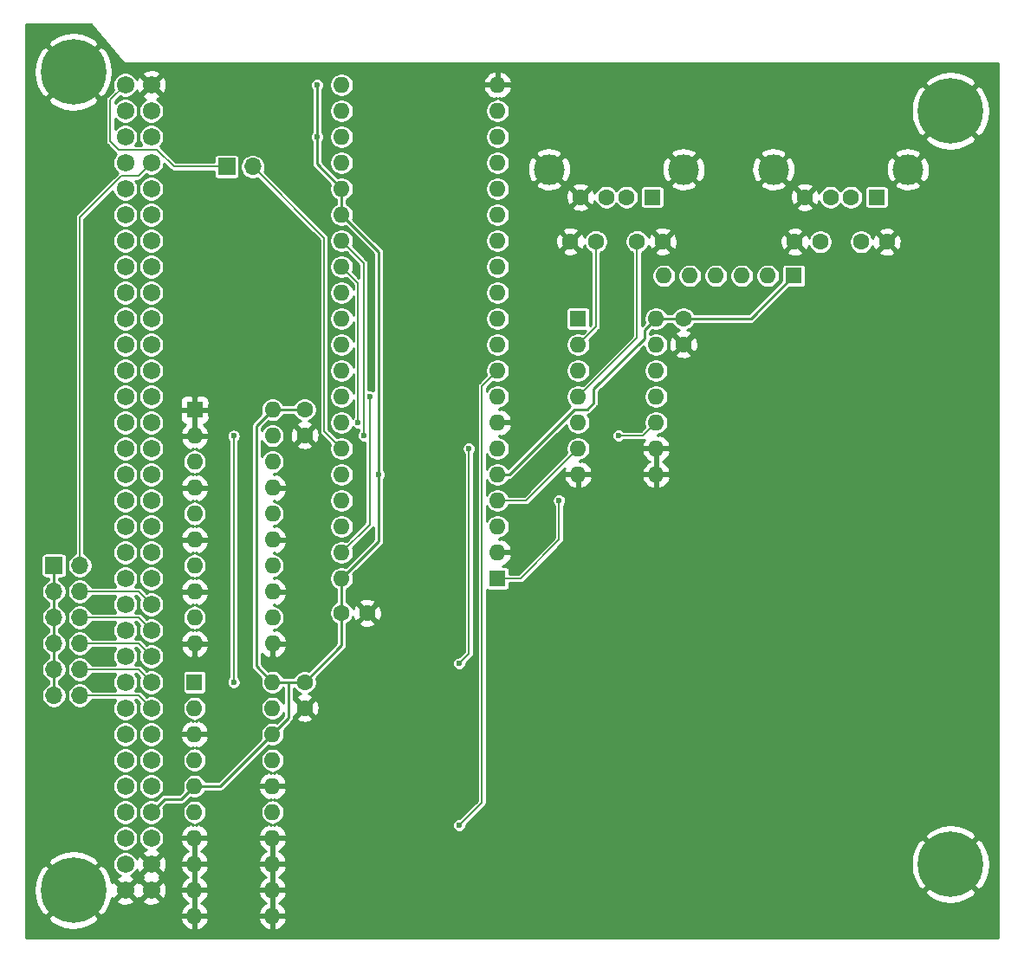
<source format=gbl>
G04 #@! TF.GenerationSoftware,KiCad,Pcbnew,5.1.7*
G04 #@! TF.CreationDate,2020-11-27T22:44:02-08:00*
G04 #@! TF.ProjectId,PC104-8042KBD,50433130-342d-4383-9034-324b42442e6b,rev?*
G04 #@! TF.SameCoordinates,Original*
G04 #@! TF.FileFunction,Copper,L2,Bot*
G04 #@! TF.FilePolarity,Positive*
%FSLAX46Y46*%
G04 Gerber Fmt 4.6, Leading zero omitted, Abs format (unit mm)*
G04 Created by KiCad (PCBNEW 5.1.7) date 2020-11-27 22:44:02*
%MOMM*%
%LPD*%
G01*
G04 APERTURE LIST*
G04 #@! TA.AperFunction,ComponentPad*
%ADD10O,1.600000X1.600000*%
G04 #@! TD*
G04 #@! TA.AperFunction,ComponentPad*
%ADD11R,1.600000X1.600000*%
G04 #@! TD*
G04 #@! TA.AperFunction,ComponentPad*
%ADD12C,1.600000*%
G04 #@! TD*
G04 #@! TA.AperFunction,ComponentPad*
%ADD13O,1.700000X1.700000*%
G04 #@! TD*
G04 #@! TA.AperFunction,ComponentPad*
%ADD14R,1.700000X1.700000*%
G04 #@! TD*
G04 #@! TA.AperFunction,ComponentPad*
%ADD15R,1.600000X1.500000*%
G04 #@! TD*
G04 #@! TA.AperFunction,ComponentPad*
%ADD16C,3.000000*%
G04 #@! TD*
G04 #@! TA.AperFunction,ComponentPad*
%ADD17C,6.400000*%
G04 #@! TD*
G04 #@! TA.AperFunction,ComponentPad*
%ADD18C,1.720000*%
G04 #@! TD*
G04 #@! TA.AperFunction,ViaPad*
%ADD19C,0.600000*%
G04 #@! TD*
G04 #@! TA.AperFunction,Conductor*
%ADD20C,0.152400*%
G04 #@! TD*
G04 #@! TA.AperFunction,Conductor*
%ADD21C,0.250000*%
G04 #@! TD*
G04 #@! TA.AperFunction,Conductor*
%ADD22C,0.254000*%
G04 #@! TD*
G04 #@! TA.AperFunction,Conductor*
%ADD23C,0.100000*%
G04 #@! TD*
G04 APERTURE END LIST*
D10*
X163766500Y-80962500D03*
X166306500Y-80962500D03*
X168846500Y-80962500D03*
X171386500Y-80962500D03*
X173926500Y-80962500D03*
D11*
X176466500Y-80962500D03*
D12*
X165671500Y-87653500D03*
X165671500Y-85153500D03*
X134770500Y-113919000D03*
X132270500Y-113919000D03*
X128651000Y-123213500D03*
X128651000Y-120713500D03*
X128651000Y-96543500D03*
X128651000Y-94043500D03*
X154624400Y-77609700D03*
X157124400Y-77609700D03*
D13*
X123571000Y-70294500D03*
D14*
X121031000Y-70294500D03*
D12*
X177546240Y-73273920D03*
X180046240Y-73273920D03*
X182046240Y-73273920D03*
D15*
X184546240Y-73273920D03*
D16*
X174476240Y-70563920D03*
X187616240Y-70563920D03*
D13*
X106680000Y-121983500D03*
X104140000Y-121983500D03*
X106680000Y-119443500D03*
X104140000Y-119443500D03*
X106680000Y-116903500D03*
X104140000Y-116903500D03*
X106680000Y-114363500D03*
X104140000Y-114363500D03*
X106680000Y-111823500D03*
X104140000Y-111823500D03*
X106680000Y-109283500D03*
D14*
X104140000Y-109283500D03*
D10*
X125511560Y-120700800D03*
X117891560Y-143560800D03*
X125511560Y-123240800D03*
X117891560Y-141020800D03*
X125511560Y-125780800D03*
X117891560Y-138480800D03*
X125511560Y-128320800D03*
X117891560Y-135940800D03*
X125511560Y-130860800D03*
X117891560Y-133400800D03*
X125511560Y-133400800D03*
X117891560Y-130860800D03*
X125511560Y-135940800D03*
X117891560Y-128320800D03*
X125511560Y-138480800D03*
X117891560Y-125780800D03*
X125511560Y-141020800D03*
X117891560Y-123240800D03*
X125511560Y-143560800D03*
D11*
X117891560Y-120700800D03*
D10*
X125516640Y-94061280D03*
X117896640Y-116921280D03*
X125516640Y-96601280D03*
X117896640Y-114381280D03*
X125516640Y-99141280D03*
X117896640Y-111841280D03*
X125516640Y-101681280D03*
X117896640Y-109301280D03*
X125516640Y-104221280D03*
X117896640Y-106761280D03*
X125516640Y-106761280D03*
X117896640Y-104221280D03*
X125516640Y-109301280D03*
X117896640Y-101681280D03*
X125516640Y-111841280D03*
X117896640Y-99141280D03*
X125516640Y-114381280D03*
X117896640Y-96601280D03*
X125516640Y-116921280D03*
D11*
X117896640Y-94061280D03*
X155384500Y-85153500D03*
D10*
X163004500Y-100393500D03*
X155384500Y-87693500D03*
X163004500Y-97853500D03*
X155384500Y-90233500D03*
X163004500Y-95313500D03*
X155384500Y-92773500D03*
X163004500Y-92773500D03*
X155384500Y-95313500D03*
X163004500Y-90233500D03*
X155384500Y-97853500D03*
X163004500Y-87693500D03*
X155384500Y-100393500D03*
X163004500Y-85153500D03*
D12*
X183051960Y-77645260D03*
X185551960Y-77645260D03*
X176550440Y-77645260D03*
X179050440Y-77645260D03*
X161147760Y-77609700D03*
X163647760Y-77609700D03*
X155620960Y-73263760D03*
X158120960Y-73263760D03*
X160120960Y-73263760D03*
D15*
X162620960Y-73263760D03*
D16*
X152550960Y-70553760D03*
X165690960Y-70553760D03*
D10*
X132270500Y-110553500D03*
X147510500Y-62293500D03*
X132270500Y-108013500D03*
X147510500Y-64833500D03*
X132270500Y-105473500D03*
X147510500Y-67373500D03*
X132270500Y-102933500D03*
X147510500Y-69913500D03*
X132270500Y-100393500D03*
X147510500Y-72453500D03*
X132270500Y-97853500D03*
X147510500Y-74993500D03*
X132270500Y-95313500D03*
X147510500Y-77533500D03*
X132270500Y-92773500D03*
X147510500Y-80073500D03*
X132270500Y-90233500D03*
X147510500Y-82613500D03*
X132270500Y-87693500D03*
X147510500Y-85153500D03*
X132270500Y-85153500D03*
X147510500Y-87693500D03*
X132270500Y-82613500D03*
X147510500Y-90233500D03*
X132270500Y-80073500D03*
X147510500Y-92773500D03*
X132270500Y-77533500D03*
X147510500Y-95313500D03*
X132270500Y-74993500D03*
X147510500Y-97853500D03*
X132270500Y-72453500D03*
X147510500Y-100393500D03*
X132270500Y-69913500D03*
X147510500Y-102933500D03*
X132270500Y-67373500D03*
X147510500Y-105473500D03*
X132270500Y-64833500D03*
X147510500Y-108013500D03*
X132270500Y-62293500D03*
D11*
X147510500Y-110553500D03*
D17*
X191770000Y-138493500D03*
X191770000Y-64833500D03*
X106045000Y-141033500D03*
X106045000Y-61023500D03*
D18*
X113665000Y-141033500D03*
X113665000Y-138493500D03*
X113665000Y-135953500D03*
X113665000Y-133413500D03*
X113665000Y-130873500D03*
X113665000Y-128333500D03*
X113665000Y-125793500D03*
X113665000Y-123253500D03*
X113665000Y-120713500D03*
X113665000Y-118173500D03*
X113665000Y-115633500D03*
X113665000Y-113093500D03*
X113665000Y-110553500D03*
X113665000Y-108013500D03*
X113665000Y-105473500D03*
X113665000Y-102933500D03*
X113665000Y-100393500D03*
X113665000Y-97853500D03*
X113665000Y-95313500D03*
X113665000Y-92773500D03*
X113665000Y-90233500D03*
X113665000Y-87693500D03*
X113665000Y-85153500D03*
X113665000Y-82613500D03*
X113665000Y-80073500D03*
X113665000Y-77533500D03*
X113665000Y-74993500D03*
X113665000Y-72453500D03*
X113665000Y-69913500D03*
X113665000Y-67373500D03*
X113665000Y-64833500D03*
X113665000Y-62293500D03*
X111125000Y-141033500D03*
X111125000Y-138493500D03*
X111125000Y-135953500D03*
X111125000Y-133413500D03*
X111125000Y-130873500D03*
X111125000Y-128333500D03*
X111125000Y-125793500D03*
X111125000Y-123253500D03*
X111125000Y-120713500D03*
X111125000Y-118173500D03*
X111125000Y-115633500D03*
X111125000Y-113093500D03*
X111125000Y-110553500D03*
X111125000Y-108013500D03*
X111125000Y-105473500D03*
X111125000Y-102933500D03*
X111125000Y-100393500D03*
X111125000Y-97853500D03*
X111125000Y-95313500D03*
X111125000Y-92773500D03*
X111125000Y-90233500D03*
X111125000Y-87693500D03*
X111125000Y-85153500D03*
X111125000Y-82613500D03*
X111125000Y-80073500D03*
X111125000Y-77533500D03*
X111125000Y-74993500D03*
X111125000Y-72453500D03*
X111125000Y-69913500D03*
X111125000Y-67373500D03*
X111125000Y-64833500D03*
X111125000Y-62293500D03*
D19*
X153517600Y-102920800D03*
X134434200Y-96583500D03*
X159321500Y-96583500D03*
X135010400Y-92773500D03*
X133858000Y-95313500D03*
X135890000Y-100380800D03*
X129857500Y-67373500D03*
X129857500Y-62293500D03*
X143764000Y-134683500D03*
X143764000Y-118872000D03*
X144711800Y-97853500D03*
X121716800Y-96621600D03*
X121716800Y-120700800D03*
D20*
X150304500Y-102933500D02*
X155384500Y-97853500D01*
X147510500Y-102933500D02*
X150304500Y-102933500D01*
X153517600Y-102920800D02*
X153517600Y-106781600D01*
X149745700Y-110553500D02*
X147510500Y-110553500D01*
X153517600Y-106781600D02*
X149745700Y-110553500D01*
X134434200Y-79697200D02*
X134434200Y-96583500D01*
X132270500Y-77533500D02*
X134434200Y-79697200D01*
X161734500Y-96583500D02*
X163004500Y-95313500D01*
X161734500Y-96583500D02*
X159321500Y-96583500D01*
X135010400Y-105273600D02*
X135010400Y-92773500D01*
X132270500Y-108013500D02*
X135010400Y-105273600D01*
X157124400Y-85953600D02*
X157124400Y-77609700D01*
X155384500Y-87693500D02*
X157124400Y-85953600D01*
X132270500Y-80073500D02*
X133858000Y-81661000D01*
X133858000Y-81661000D02*
X133858000Y-95313500D01*
X161147760Y-87010240D02*
X161147760Y-77609700D01*
X155384500Y-92773500D02*
X161147760Y-87010240D01*
D21*
X125534420Y-94043500D02*
X125516640Y-94061280D01*
X128651000Y-94043500D02*
X125534420Y-94043500D01*
X125516640Y-94061280D02*
X123952000Y-95625920D01*
X123952000Y-119141240D02*
X125511560Y-120700800D01*
X123952000Y-95625920D02*
X123952000Y-119141240D01*
X128638300Y-120700800D02*
X128651000Y-120713500D01*
X128651000Y-120713500D02*
X132283200Y-117081300D01*
X132283200Y-113931700D02*
X132270500Y-113919000D01*
X132283200Y-117081300D02*
X132283200Y-113931700D01*
X132270500Y-113919000D02*
X132270500Y-110553500D01*
X113665000Y-133413500D02*
X114947700Y-132130800D01*
X116621560Y-132130800D02*
X117891560Y-130860800D01*
X114947700Y-132130800D02*
X116621560Y-132130800D01*
X120431560Y-130860800D02*
X125511560Y-125780800D01*
X117891560Y-130860800D02*
X120431560Y-130860800D01*
X127101600Y-124190760D02*
X125511560Y-125780800D01*
X127101600Y-120700800D02*
X127101600Y-124190760D01*
X125511560Y-120700800D02*
X127101600Y-120700800D01*
X127101600Y-120700800D02*
X128638300Y-120700800D01*
X163004500Y-85153500D02*
X165671500Y-85153500D01*
X162620960Y-73263760D02*
X162356800Y-73527920D01*
X161879499Y-86278501D02*
X161879499Y-87091301D01*
X163004500Y-85153500D02*
X161879499Y-86278501D01*
X161879499Y-87091301D02*
X156921200Y-92049600D01*
X156921200Y-92049600D02*
X156921200Y-93370400D01*
X156921200Y-93370400D02*
X156260800Y-94030800D01*
X148639498Y-100393500D02*
X147510500Y-100393500D01*
X155002198Y-94030800D02*
X148639498Y-100393500D01*
X156260800Y-94030800D02*
X155002198Y-94030800D01*
X135890000Y-106934000D02*
X132270500Y-110553500D01*
X135890000Y-100380800D02*
X135890000Y-106934000D01*
X135890000Y-78613000D02*
X135890000Y-100380800D01*
X132270500Y-74993500D02*
X135890000Y-78613000D01*
X132270500Y-72453500D02*
X132270500Y-74993500D01*
X172275500Y-85153500D02*
X176466500Y-80962500D01*
X165671500Y-85153500D02*
X172275500Y-85153500D01*
X129857500Y-70040500D02*
X132270500Y-72453500D01*
X129857500Y-67373500D02*
X129857500Y-70040500D01*
X129857500Y-67373500D02*
X129857500Y-62293500D01*
D20*
X145986500Y-91757500D02*
X145986500Y-132461000D01*
X145986500Y-132461000D02*
X143764000Y-134683500D01*
X147510500Y-90233500D02*
X145986500Y-91757500D01*
X144711800Y-117670200D02*
X144711800Y-97853500D01*
X144711800Y-117924200D02*
X144711800Y-117670200D01*
X143764000Y-118872000D02*
X144711800Y-117924200D01*
X121716800Y-96621600D02*
X121716800Y-120700800D01*
X113665000Y-123253500D02*
X112395000Y-121983500D01*
X112395000Y-121983500D02*
X106680000Y-121983500D01*
X113665000Y-120713500D02*
X112395000Y-119443500D01*
X112395000Y-119443500D02*
X106680000Y-119443500D01*
X112395000Y-116903500D02*
X106680000Y-116903500D01*
X113665000Y-118173500D02*
X112395000Y-116903500D01*
X113665000Y-115633500D02*
X112395000Y-114363500D01*
X112395000Y-114363500D02*
X106680000Y-114363500D01*
X113665000Y-113093500D02*
X112395000Y-111823500D01*
X112395000Y-111823500D02*
X106680000Y-111823500D01*
X110713422Y-71214078D02*
X112364422Y-71214078D01*
X113665000Y-69913500D02*
X112395000Y-71183500D01*
X112364422Y-71214078D02*
X112395000Y-71183500D01*
X110713422Y-71214078D02*
X106680000Y-75247500D01*
X106680000Y-109283500D02*
X106680000Y-75247500D01*
D21*
X104140000Y-121983500D02*
X104140000Y-109283500D01*
D20*
X132270500Y-97853500D02*
X130556000Y-96139000D01*
X130543300Y-77266800D02*
X130556000Y-77266800D01*
X123571000Y-70294500D02*
X130543300Y-77266800D01*
X130556000Y-96139000D02*
X130556000Y-77266800D01*
X114236500Y-68643500D02*
X115887500Y-70294500D01*
X110490000Y-68643500D02*
X114236500Y-68643500D01*
X109664500Y-67818000D02*
X110490000Y-68643500D01*
X109664500Y-63754000D02*
X109664500Y-67818000D01*
X115887500Y-70294500D02*
X121031000Y-70294500D01*
X111125000Y-62293500D02*
X109664500Y-63754000D01*
D22*
X110787126Y-60000030D02*
X110811126Y-60029274D01*
X110828214Y-60043298D01*
X110844009Y-60058775D01*
X110859053Y-60068607D01*
X110872947Y-60080010D01*
X110892451Y-60090435D01*
X110910954Y-60102528D01*
X110927624Y-60109235D01*
X110943479Y-60117710D01*
X110964640Y-60124129D01*
X110985149Y-60132381D01*
X111002809Y-60135707D01*
X111020010Y-60140925D01*
X111042022Y-60143093D01*
X111063742Y-60147184D01*
X111101560Y-60146800D01*
X196444000Y-60146800D01*
X196444001Y-145694800D01*
X101396400Y-145694800D01*
X101396400Y-143734381D01*
X103523724Y-143734381D01*
X103883912Y-144224048D01*
X104547882Y-144584349D01*
X105269385Y-144808194D01*
X106020695Y-144886980D01*
X106772938Y-144817678D01*
X107497208Y-144602952D01*
X108165670Y-144251055D01*
X108206088Y-144224048D01*
X108437213Y-143909839D01*
X116499656Y-143909839D01*
X116540314Y-144043887D01*
X116660523Y-144298220D01*
X116828041Y-144524214D01*
X117036429Y-144713185D01*
X117277679Y-144857870D01*
X117542520Y-144952709D01*
X117764560Y-144831424D01*
X117764560Y-143687800D01*
X118018560Y-143687800D01*
X118018560Y-144831424D01*
X118240600Y-144952709D01*
X118505441Y-144857870D01*
X118746691Y-144713185D01*
X118955079Y-144524214D01*
X119122597Y-144298220D01*
X119242806Y-144043887D01*
X119283464Y-143909839D01*
X124119656Y-143909839D01*
X124160314Y-144043887D01*
X124280523Y-144298220D01*
X124448041Y-144524214D01*
X124656429Y-144713185D01*
X124897679Y-144857870D01*
X125162520Y-144952709D01*
X125384560Y-144831424D01*
X125384560Y-143687800D01*
X125638560Y-143687800D01*
X125638560Y-144831424D01*
X125860600Y-144952709D01*
X126125441Y-144857870D01*
X126366691Y-144713185D01*
X126575079Y-144524214D01*
X126742597Y-144298220D01*
X126862806Y-144043887D01*
X126903464Y-143909839D01*
X126781475Y-143687800D01*
X125638560Y-143687800D01*
X125384560Y-143687800D01*
X124241645Y-143687800D01*
X124119656Y-143909839D01*
X119283464Y-143909839D01*
X119161475Y-143687800D01*
X118018560Y-143687800D01*
X117764560Y-143687800D01*
X116621645Y-143687800D01*
X116499656Y-143909839D01*
X108437213Y-143909839D01*
X108566276Y-143734381D01*
X106045000Y-141213105D01*
X103523724Y-143734381D01*
X101396400Y-143734381D01*
X101396400Y-141009195D01*
X102191520Y-141009195D01*
X102260822Y-141761438D01*
X102475548Y-142485708D01*
X102827445Y-143154170D01*
X102854452Y-143194588D01*
X103344119Y-143554776D01*
X105865395Y-141033500D01*
X106224605Y-141033500D01*
X108745881Y-143554776D01*
X109235548Y-143194588D01*
X109595849Y-142530618D01*
X109739054Y-142069035D01*
X110269070Y-142069035D01*
X110347915Y-142319130D01*
X110613661Y-142446029D01*
X110899057Y-142518645D01*
X111193135Y-142534187D01*
X111484596Y-142492060D01*
X111762237Y-142393881D01*
X111902085Y-142319130D01*
X111980930Y-142069035D01*
X112809070Y-142069035D01*
X112887915Y-142319130D01*
X113153661Y-142446029D01*
X113439057Y-142518645D01*
X113733135Y-142534187D01*
X114024596Y-142492060D01*
X114302237Y-142393881D01*
X114442085Y-142319130D01*
X114520930Y-142069035D01*
X113665000Y-141213105D01*
X112809070Y-142069035D01*
X111980930Y-142069035D01*
X111125000Y-141213105D01*
X110269070Y-142069035D01*
X109739054Y-142069035D01*
X109819694Y-141809115D01*
X109822792Y-141779570D01*
X109839370Y-141810585D01*
X110089465Y-141889430D01*
X110945395Y-141033500D01*
X111304605Y-141033500D01*
X112160535Y-141889430D01*
X112395000Y-141815513D01*
X112629465Y-141889430D01*
X113485395Y-141033500D01*
X113844605Y-141033500D01*
X114700535Y-141889430D01*
X114950630Y-141810585D01*
X115077529Y-141544839D01*
X115122055Y-141369839D01*
X116499656Y-141369839D01*
X116540314Y-141503887D01*
X116660523Y-141758220D01*
X116828041Y-141984214D01*
X117036429Y-142173185D01*
X117232542Y-142290800D01*
X117036429Y-142408415D01*
X116828041Y-142597386D01*
X116660523Y-142823380D01*
X116540314Y-143077713D01*
X116499656Y-143211761D01*
X116621645Y-143433800D01*
X117764560Y-143433800D01*
X117764560Y-141147800D01*
X118018560Y-141147800D01*
X118018560Y-143433800D01*
X119161475Y-143433800D01*
X119283464Y-143211761D01*
X119242806Y-143077713D01*
X119122597Y-142823380D01*
X118955079Y-142597386D01*
X118746691Y-142408415D01*
X118550578Y-142290800D01*
X118746691Y-142173185D01*
X118955079Y-141984214D01*
X119122597Y-141758220D01*
X119242806Y-141503887D01*
X119283464Y-141369839D01*
X124119656Y-141369839D01*
X124160314Y-141503887D01*
X124280523Y-141758220D01*
X124448041Y-141984214D01*
X124656429Y-142173185D01*
X124852542Y-142290800D01*
X124656429Y-142408415D01*
X124448041Y-142597386D01*
X124280523Y-142823380D01*
X124160314Y-143077713D01*
X124119656Y-143211761D01*
X124241645Y-143433800D01*
X125384560Y-143433800D01*
X125384560Y-141147800D01*
X125638560Y-141147800D01*
X125638560Y-143433800D01*
X126781475Y-143433800D01*
X126903464Y-143211761D01*
X126862806Y-143077713D01*
X126742597Y-142823380D01*
X126575079Y-142597386D01*
X126366691Y-142408415D01*
X126170578Y-142290800D01*
X126366691Y-142173185D01*
X126575079Y-141984214D01*
X126742597Y-141758220D01*
X126862806Y-141503887D01*
X126903464Y-141369839D01*
X126807067Y-141194381D01*
X189248724Y-141194381D01*
X189608912Y-141684048D01*
X190272882Y-142044349D01*
X190994385Y-142268194D01*
X191745695Y-142346980D01*
X192497938Y-142277678D01*
X193222208Y-142062952D01*
X193890670Y-141711055D01*
X193931088Y-141684048D01*
X194291276Y-141194381D01*
X191770000Y-138673105D01*
X189248724Y-141194381D01*
X126807067Y-141194381D01*
X126781475Y-141147800D01*
X125638560Y-141147800D01*
X125384560Y-141147800D01*
X124241645Y-141147800D01*
X124119656Y-141369839D01*
X119283464Y-141369839D01*
X119161475Y-141147800D01*
X118018560Y-141147800D01*
X117764560Y-141147800D01*
X116621645Y-141147800D01*
X116499656Y-141369839D01*
X115122055Y-141369839D01*
X115150145Y-141259443D01*
X115165687Y-140965365D01*
X115123560Y-140673904D01*
X115025381Y-140396263D01*
X114950630Y-140256415D01*
X114700535Y-140177570D01*
X113844605Y-141033500D01*
X113485395Y-141033500D01*
X112629465Y-140177570D01*
X112395000Y-140251487D01*
X112160535Y-140177570D01*
X111304605Y-141033500D01*
X110945395Y-141033500D01*
X110089465Y-140177570D01*
X109839370Y-140256415D01*
X109824092Y-140288409D01*
X109614452Y-139581292D01*
X109262555Y-138912830D01*
X109235548Y-138872412D01*
X108745881Y-138512224D01*
X106224605Y-141033500D01*
X105865395Y-141033500D01*
X103344119Y-138512224D01*
X102854452Y-138872412D01*
X102494151Y-139536382D01*
X102270306Y-140257885D01*
X102191520Y-141009195D01*
X101396400Y-141009195D01*
X101396400Y-138332619D01*
X103523724Y-138332619D01*
X106045000Y-140853895D01*
X108527623Y-138371272D01*
X109884000Y-138371272D01*
X109884000Y-138615728D01*
X109931691Y-138855486D01*
X110025240Y-139081334D01*
X110161052Y-139284592D01*
X110333908Y-139457448D01*
X110537166Y-139593260D01*
X110618420Y-139626916D01*
X110487763Y-139673119D01*
X110347915Y-139747870D01*
X110269070Y-139997965D01*
X111125000Y-140853895D01*
X111980930Y-139997965D01*
X111902085Y-139747870D01*
X111640796Y-139623099D01*
X111712834Y-139593260D01*
X111808953Y-139529035D01*
X112809070Y-139529035D01*
X112882987Y-139763500D01*
X112809070Y-139997965D01*
X113665000Y-140853895D01*
X114520930Y-139997965D01*
X114447013Y-139763500D01*
X114520930Y-139529035D01*
X113665000Y-138673105D01*
X112809070Y-139529035D01*
X111808953Y-139529035D01*
X111916092Y-139457448D01*
X112088948Y-139284592D01*
X112224760Y-139081334D01*
X112258416Y-139000080D01*
X112304619Y-139130737D01*
X112379370Y-139270585D01*
X112629465Y-139349430D01*
X113485395Y-138493500D01*
X113844605Y-138493500D01*
X114700535Y-139349430D01*
X114950630Y-139270585D01*
X115077529Y-139004839D01*
X115122055Y-138829839D01*
X116499656Y-138829839D01*
X116540314Y-138963887D01*
X116660523Y-139218220D01*
X116828041Y-139444214D01*
X117036429Y-139633185D01*
X117232542Y-139750800D01*
X117036429Y-139868415D01*
X116828041Y-140057386D01*
X116660523Y-140283380D01*
X116540314Y-140537713D01*
X116499656Y-140671761D01*
X116621645Y-140893800D01*
X117764560Y-140893800D01*
X117764560Y-138607800D01*
X118018560Y-138607800D01*
X118018560Y-140893800D01*
X119161475Y-140893800D01*
X119283464Y-140671761D01*
X119242806Y-140537713D01*
X119122597Y-140283380D01*
X118955079Y-140057386D01*
X118746691Y-139868415D01*
X118550578Y-139750800D01*
X118746691Y-139633185D01*
X118955079Y-139444214D01*
X119122597Y-139218220D01*
X119242806Y-138963887D01*
X119283464Y-138829839D01*
X124119656Y-138829839D01*
X124160314Y-138963887D01*
X124280523Y-139218220D01*
X124448041Y-139444214D01*
X124656429Y-139633185D01*
X124852542Y-139750800D01*
X124656429Y-139868415D01*
X124448041Y-140057386D01*
X124280523Y-140283380D01*
X124160314Y-140537713D01*
X124119656Y-140671761D01*
X124241645Y-140893800D01*
X125384560Y-140893800D01*
X125384560Y-138607800D01*
X125638560Y-138607800D01*
X125638560Y-140893800D01*
X126781475Y-140893800D01*
X126903464Y-140671761D01*
X126862806Y-140537713D01*
X126742597Y-140283380D01*
X126575079Y-140057386D01*
X126366691Y-139868415D01*
X126170578Y-139750800D01*
X126366691Y-139633185D01*
X126575079Y-139444214D01*
X126742597Y-139218220D01*
X126862806Y-138963887D01*
X126903464Y-138829839D01*
X126781475Y-138607800D01*
X125638560Y-138607800D01*
X125384560Y-138607800D01*
X124241645Y-138607800D01*
X124119656Y-138829839D01*
X119283464Y-138829839D01*
X119161475Y-138607800D01*
X118018560Y-138607800D01*
X117764560Y-138607800D01*
X116621645Y-138607800D01*
X116499656Y-138829839D01*
X115122055Y-138829839D01*
X115150145Y-138719443D01*
X115163370Y-138469195D01*
X187916520Y-138469195D01*
X187985822Y-139221438D01*
X188200548Y-139945708D01*
X188552445Y-140614170D01*
X188579452Y-140654588D01*
X189069119Y-141014776D01*
X191590395Y-138493500D01*
X191949605Y-138493500D01*
X194470881Y-141014776D01*
X194960548Y-140654588D01*
X195320849Y-139990618D01*
X195544694Y-139269115D01*
X195623480Y-138517805D01*
X195554178Y-137765562D01*
X195339452Y-137041292D01*
X194987555Y-136372830D01*
X194960548Y-136332412D01*
X194470881Y-135972224D01*
X191949605Y-138493500D01*
X191590395Y-138493500D01*
X189069119Y-135972224D01*
X188579452Y-136332412D01*
X188219151Y-136996382D01*
X187995306Y-137717885D01*
X187916520Y-138469195D01*
X115163370Y-138469195D01*
X115165687Y-138425365D01*
X115123560Y-138133904D01*
X115025381Y-137856263D01*
X114950630Y-137716415D01*
X114700535Y-137637570D01*
X113844605Y-138493500D01*
X113485395Y-138493500D01*
X112629465Y-137637570D01*
X112379370Y-137716415D01*
X112254599Y-137977704D01*
X112224760Y-137905666D01*
X112088948Y-137702408D01*
X111916092Y-137529552D01*
X111712834Y-137393740D01*
X111486986Y-137300191D01*
X111247228Y-137252500D01*
X111002772Y-137252500D01*
X110763014Y-137300191D01*
X110537166Y-137393740D01*
X110333908Y-137529552D01*
X110161052Y-137702408D01*
X110025240Y-137905666D01*
X109931691Y-138131514D01*
X109884000Y-138371272D01*
X108527623Y-138371272D01*
X108566276Y-138332619D01*
X108206088Y-137842952D01*
X107542118Y-137482651D01*
X106820615Y-137258806D01*
X106069305Y-137180020D01*
X105317062Y-137249322D01*
X104592792Y-137464048D01*
X103924330Y-137815945D01*
X103883912Y-137842952D01*
X103523724Y-138332619D01*
X101396400Y-138332619D01*
X101396400Y-135831272D01*
X109884000Y-135831272D01*
X109884000Y-136075728D01*
X109931691Y-136315486D01*
X110025240Y-136541334D01*
X110161052Y-136744592D01*
X110333908Y-136917448D01*
X110537166Y-137053260D01*
X110763014Y-137146809D01*
X111002772Y-137194500D01*
X111247228Y-137194500D01*
X111486986Y-137146809D01*
X111712834Y-137053260D01*
X111916092Y-136917448D01*
X112088948Y-136744592D01*
X112224760Y-136541334D01*
X112318309Y-136315486D01*
X112366000Y-136075728D01*
X112366000Y-135831272D01*
X112424000Y-135831272D01*
X112424000Y-136075728D01*
X112471691Y-136315486D01*
X112565240Y-136541334D01*
X112701052Y-136744592D01*
X112873908Y-136917448D01*
X113077166Y-137053260D01*
X113158420Y-137086916D01*
X113027763Y-137133119D01*
X112887915Y-137207870D01*
X112809070Y-137457965D01*
X113665000Y-138313895D01*
X114520930Y-137457965D01*
X114442085Y-137207870D01*
X114180796Y-137083099D01*
X114252834Y-137053260D01*
X114456092Y-136917448D01*
X114628948Y-136744592D01*
X114764760Y-136541334D01*
X114858309Y-136315486D01*
X114863410Y-136289839D01*
X116499656Y-136289839D01*
X116540314Y-136423887D01*
X116660523Y-136678220D01*
X116828041Y-136904214D01*
X117036429Y-137093185D01*
X117232542Y-137210800D01*
X117036429Y-137328415D01*
X116828041Y-137517386D01*
X116660523Y-137743380D01*
X116540314Y-137997713D01*
X116499656Y-138131761D01*
X116621645Y-138353800D01*
X117764560Y-138353800D01*
X117764560Y-136067800D01*
X118018560Y-136067800D01*
X118018560Y-138353800D01*
X119161475Y-138353800D01*
X119283464Y-138131761D01*
X119242806Y-137997713D01*
X119122597Y-137743380D01*
X118955079Y-137517386D01*
X118746691Y-137328415D01*
X118550578Y-137210800D01*
X118746691Y-137093185D01*
X118955079Y-136904214D01*
X119122597Y-136678220D01*
X119242806Y-136423887D01*
X119283464Y-136289839D01*
X124119656Y-136289839D01*
X124160314Y-136423887D01*
X124280523Y-136678220D01*
X124448041Y-136904214D01*
X124656429Y-137093185D01*
X124852542Y-137210800D01*
X124656429Y-137328415D01*
X124448041Y-137517386D01*
X124280523Y-137743380D01*
X124160314Y-137997713D01*
X124119656Y-138131761D01*
X124241645Y-138353800D01*
X125384560Y-138353800D01*
X125384560Y-136067800D01*
X125638560Y-136067800D01*
X125638560Y-138353800D01*
X126781475Y-138353800D01*
X126903464Y-138131761D01*
X126862806Y-137997713D01*
X126742597Y-137743380D01*
X126575079Y-137517386D01*
X126366691Y-137328415D01*
X126170578Y-137210800D01*
X126366691Y-137093185D01*
X126575079Y-136904214D01*
X126742597Y-136678220D01*
X126862806Y-136423887D01*
X126903464Y-136289839D01*
X126781475Y-136067800D01*
X125638560Y-136067800D01*
X125384560Y-136067800D01*
X124241645Y-136067800D01*
X124119656Y-136289839D01*
X119283464Y-136289839D01*
X119161475Y-136067800D01*
X118018560Y-136067800D01*
X117764560Y-136067800D01*
X116621645Y-136067800D01*
X116499656Y-136289839D01*
X114863410Y-136289839D01*
X114906000Y-136075728D01*
X114906000Y-135831272D01*
X114858359Y-135591761D01*
X116499656Y-135591761D01*
X116621645Y-135813800D01*
X117764560Y-135813800D01*
X117764560Y-135793800D01*
X118018560Y-135793800D01*
X118018560Y-135813800D01*
X119161475Y-135813800D01*
X119283464Y-135591761D01*
X119242806Y-135457713D01*
X119122597Y-135203380D01*
X118955079Y-134977386D01*
X118746691Y-134788415D01*
X118505441Y-134643730D01*
X118240600Y-134548891D01*
X118018562Y-134670175D01*
X118018562Y-134579675D01*
X118236045Y-134536414D01*
X118450973Y-134447388D01*
X118644403Y-134318142D01*
X118808902Y-134153643D01*
X118938148Y-133960213D01*
X119027174Y-133745285D01*
X119072560Y-133517118D01*
X119072560Y-133284482D01*
X119027174Y-133056315D01*
X118938148Y-132841387D01*
X118808902Y-132647957D01*
X118644403Y-132483458D01*
X118450973Y-132354212D01*
X118236045Y-132265186D01*
X118007878Y-132219800D01*
X117775242Y-132219800D01*
X117547075Y-132265186D01*
X117332147Y-132354212D01*
X117138717Y-132483458D01*
X116974218Y-132647957D01*
X116844972Y-132841387D01*
X116755946Y-133056315D01*
X116710560Y-133284482D01*
X116710560Y-133517118D01*
X116755946Y-133745285D01*
X116844972Y-133960213D01*
X116974218Y-134153643D01*
X117138717Y-134318142D01*
X117332147Y-134447388D01*
X117547075Y-134536414D01*
X117764558Y-134579675D01*
X117764558Y-134670175D01*
X117542520Y-134548891D01*
X117277679Y-134643730D01*
X117036429Y-134788415D01*
X116828041Y-134977386D01*
X116660523Y-135203380D01*
X116540314Y-135457713D01*
X116499656Y-135591761D01*
X114858359Y-135591761D01*
X114858309Y-135591514D01*
X114764760Y-135365666D01*
X114628948Y-135162408D01*
X114456092Y-134989552D01*
X114252834Y-134853740D01*
X114026986Y-134760191D01*
X113787228Y-134712500D01*
X113542772Y-134712500D01*
X113303014Y-134760191D01*
X113077166Y-134853740D01*
X112873908Y-134989552D01*
X112701052Y-135162408D01*
X112565240Y-135365666D01*
X112471691Y-135591514D01*
X112424000Y-135831272D01*
X112366000Y-135831272D01*
X112318309Y-135591514D01*
X112224760Y-135365666D01*
X112088948Y-135162408D01*
X111916092Y-134989552D01*
X111712834Y-134853740D01*
X111486986Y-134760191D01*
X111247228Y-134712500D01*
X111002772Y-134712500D01*
X110763014Y-134760191D01*
X110537166Y-134853740D01*
X110333908Y-134989552D01*
X110161052Y-135162408D01*
X110025240Y-135365666D01*
X109931691Y-135591514D01*
X109884000Y-135831272D01*
X101396400Y-135831272D01*
X101396400Y-133291272D01*
X109884000Y-133291272D01*
X109884000Y-133535728D01*
X109931691Y-133775486D01*
X110025240Y-134001334D01*
X110161052Y-134204592D01*
X110333908Y-134377448D01*
X110537166Y-134513260D01*
X110763014Y-134606809D01*
X111002772Y-134654500D01*
X111247228Y-134654500D01*
X111486986Y-134606809D01*
X111712834Y-134513260D01*
X111916092Y-134377448D01*
X112088948Y-134204592D01*
X112224760Y-134001334D01*
X112318309Y-133775486D01*
X112366000Y-133535728D01*
X112366000Y-133291272D01*
X112424000Y-133291272D01*
X112424000Y-133535728D01*
X112471691Y-133775486D01*
X112565240Y-134001334D01*
X112701052Y-134204592D01*
X112873908Y-134377448D01*
X113077166Y-134513260D01*
X113303014Y-134606809D01*
X113542772Y-134654500D01*
X113787228Y-134654500D01*
X114026986Y-134606809D01*
X114252834Y-134513260D01*
X114456092Y-134377448D01*
X114628948Y-134204592D01*
X114764760Y-134001334D01*
X114858309Y-133775486D01*
X114906000Y-133535728D01*
X114906000Y-133291272D01*
X114858309Y-133051514D01*
X114824412Y-132969679D01*
X115157292Y-132636800D01*
X116596714Y-132636800D01*
X116621560Y-132639247D01*
X116646406Y-132636800D01*
X116646414Y-132636800D01*
X116720753Y-132629478D01*
X116816135Y-132600545D01*
X116904039Y-132553559D01*
X116981087Y-132490327D01*
X116996936Y-132471015D01*
X117493662Y-131974290D01*
X117547075Y-131996414D01*
X117775242Y-132041800D01*
X118007878Y-132041800D01*
X118236045Y-131996414D01*
X118450973Y-131907388D01*
X118644403Y-131778142D01*
X118808902Y-131613643D01*
X118938148Y-131420213D01*
X118960272Y-131366800D01*
X120406714Y-131366800D01*
X120431560Y-131369247D01*
X120456406Y-131366800D01*
X120456414Y-131366800D01*
X120530753Y-131359478D01*
X120626135Y-131330545D01*
X120714039Y-131283559D01*
X120791087Y-131220327D01*
X120799694Y-131209839D01*
X124119656Y-131209839D01*
X124160314Y-131343887D01*
X124280523Y-131598220D01*
X124448041Y-131824214D01*
X124656429Y-132013185D01*
X124897679Y-132157870D01*
X125162520Y-132252709D01*
X125384558Y-132131425D01*
X125384558Y-132221925D01*
X125167075Y-132265186D01*
X124952147Y-132354212D01*
X124758717Y-132483458D01*
X124594218Y-132647957D01*
X124464972Y-132841387D01*
X124375946Y-133056315D01*
X124330560Y-133284482D01*
X124330560Y-133517118D01*
X124375946Y-133745285D01*
X124464972Y-133960213D01*
X124594218Y-134153643D01*
X124758717Y-134318142D01*
X124952147Y-134447388D01*
X125167075Y-134536414D01*
X125384558Y-134579675D01*
X125384558Y-134670175D01*
X125162520Y-134548891D01*
X124897679Y-134643730D01*
X124656429Y-134788415D01*
X124448041Y-134977386D01*
X124280523Y-135203380D01*
X124160314Y-135457713D01*
X124119656Y-135591761D01*
X124241645Y-135813800D01*
X125384560Y-135813800D01*
X125384560Y-135793800D01*
X125638560Y-135793800D01*
X125638560Y-135813800D01*
X126781475Y-135813800D01*
X126793111Y-135792619D01*
X189248724Y-135792619D01*
X191770000Y-138313895D01*
X194291276Y-135792619D01*
X193931088Y-135302952D01*
X193267118Y-134942651D01*
X192545615Y-134718806D01*
X191794305Y-134640020D01*
X191042062Y-134709322D01*
X190317792Y-134924048D01*
X189649330Y-135275945D01*
X189608912Y-135302952D01*
X189248724Y-135792619D01*
X126793111Y-135792619D01*
X126903464Y-135591761D01*
X126862806Y-135457713D01*
X126742597Y-135203380D01*
X126575079Y-134977386D01*
X126366691Y-134788415D01*
X126125441Y-134643730D01*
X126049197Y-134616427D01*
X143083000Y-134616427D01*
X143083000Y-134750573D01*
X143109171Y-134882140D01*
X143160506Y-135006074D01*
X143235033Y-135117612D01*
X143329888Y-135212467D01*
X143441426Y-135286994D01*
X143565360Y-135338329D01*
X143696927Y-135364500D01*
X143831073Y-135364500D01*
X143962640Y-135338329D01*
X144086574Y-135286994D01*
X144198112Y-135212467D01*
X144292967Y-135117612D01*
X144367494Y-135006074D01*
X144418829Y-134882140D01*
X144445000Y-134750573D01*
X144445000Y-134649077D01*
X146293914Y-132800165D01*
X146311353Y-132785853D01*
X146325665Y-132768414D01*
X146325671Y-132768408D01*
X146368487Y-132716236D01*
X146410941Y-132636810D01*
X146421942Y-132600545D01*
X146437085Y-132550627D01*
X146443700Y-132483460D01*
X146443700Y-132483450D01*
X146445911Y-132461000D01*
X146443700Y-132438550D01*
X146443700Y-111627421D01*
X146497804Y-111671822D01*
X146563992Y-111707201D01*
X146635811Y-111728987D01*
X146710500Y-111736343D01*
X148310500Y-111736343D01*
X148385189Y-111728987D01*
X148457008Y-111707201D01*
X148523196Y-111671822D01*
X148581211Y-111624211D01*
X148628822Y-111566196D01*
X148664201Y-111500008D01*
X148685987Y-111428189D01*
X148693343Y-111353500D01*
X148693343Y-111010700D01*
X149723250Y-111010700D01*
X149745700Y-111012911D01*
X149768150Y-111010700D01*
X149768160Y-111010700D01*
X149835327Y-111004085D01*
X149921509Y-110977941D01*
X150000936Y-110935487D01*
X150070553Y-110878353D01*
X150084874Y-110860903D01*
X153825008Y-107120770D01*
X153842453Y-107106453D01*
X153899587Y-107036836D01*
X153942041Y-106957409D01*
X153968185Y-106871227D01*
X153974800Y-106804060D01*
X153974800Y-106804051D01*
X153977011Y-106781601D01*
X153974800Y-106759151D01*
X153974800Y-103426679D01*
X154046567Y-103354912D01*
X154121094Y-103243374D01*
X154172429Y-103119440D01*
X154198600Y-102987873D01*
X154198600Y-102853727D01*
X154172429Y-102722160D01*
X154121094Y-102598226D01*
X154046567Y-102486688D01*
X153951712Y-102391833D01*
X153840174Y-102317306D01*
X153716240Y-102265971D01*
X153584673Y-102239800D01*
X153450527Y-102239800D01*
X153318960Y-102265971D01*
X153195026Y-102317306D01*
X153083488Y-102391833D01*
X152988633Y-102486688D01*
X152914106Y-102598226D01*
X152862771Y-102722160D01*
X152836600Y-102853727D01*
X152836600Y-102987873D01*
X152862771Y-103119440D01*
X152914106Y-103243374D01*
X152988633Y-103354912D01*
X153060400Y-103426679D01*
X153060401Y-106592221D01*
X149556323Y-110096300D01*
X148693343Y-110096300D01*
X148693343Y-109753500D01*
X148685987Y-109678811D01*
X148664201Y-109606992D01*
X148628822Y-109540804D01*
X148581211Y-109482789D01*
X148523196Y-109435178D01*
X148457008Y-109399799D01*
X148385189Y-109378013D01*
X148310500Y-109370657D01*
X147956586Y-109370657D01*
X148124381Y-109310570D01*
X148365631Y-109165885D01*
X148574019Y-108976914D01*
X148741537Y-108750920D01*
X148861746Y-108496587D01*
X148902404Y-108362539D01*
X148780415Y-108140500D01*
X147637500Y-108140500D01*
X147637500Y-108160500D01*
X147383500Y-108160500D01*
X147383500Y-108140500D01*
X147363500Y-108140500D01*
X147363500Y-107886500D01*
X147383500Y-107886500D01*
X147383500Y-107866500D01*
X147637500Y-107866500D01*
X147637500Y-107886500D01*
X148780415Y-107886500D01*
X148902404Y-107664461D01*
X148861746Y-107530413D01*
X148741537Y-107276080D01*
X148574019Y-107050086D01*
X148365631Y-106861115D01*
X148124381Y-106716430D01*
X147859540Y-106621591D01*
X147637502Y-106742875D01*
X147637502Y-106652375D01*
X147854985Y-106609114D01*
X148069913Y-106520088D01*
X148263343Y-106390842D01*
X148427842Y-106226343D01*
X148557088Y-106032913D01*
X148646114Y-105817985D01*
X148691500Y-105589818D01*
X148691500Y-105357182D01*
X148646114Y-105129015D01*
X148557088Y-104914087D01*
X148427842Y-104720657D01*
X148263343Y-104556158D01*
X148069913Y-104426912D01*
X147854985Y-104337886D01*
X147626818Y-104292500D01*
X147394182Y-104292500D01*
X147166015Y-104337886D01*
X146951087Y-104426912D01*
X146757657Y-104556158D01*
X146593158Y-104720657D01*
X146463912Y-104914087D01*
X146443700Y-104962883D01*
X146443700Y-103444117D01*
X146463912Y-103492913D01*
X146593158Y-103686343D01*
X146757657Y-103850842D01*
X146951087Y-103980088D01*
X147166015Y-104069114D01*
X147394182Y-104114500D01*
X147626818Y-104114500D01*
X147854985Y-104069114D01*
X148069913Y-103980088D01*
X148263343Y-103850842D01*
X148427842Y-103686343D01*
X148557088Y-103492913D01*
X148599426Y-103390700D01*
X150282050Y-103390700D01*
X150304500Y-103392911D01*
X150326950Y-103390700D01*
X150326960Y-103390700D01*
X150394127Y-103384085D01*
X150480309Y-103357941D01*
X150559736Y-103315487D01*
X150629353Y-103258353D01*
X150643674Y-103240903D01*
X153142038Y-100742539D01*
X153992596Y-100742539D01*
X154033254Y-100876587D01*
X154153463Y-101130920D01*
X154320981Y-101356914D01*
X154529369Y-101545885D01*
X154770619Y-101690570D01*
X155035460Y-101785409D01*
X155257500Y-101664124D01*
X155257500Y-100520500D01*
X155511500Y-100520500D01*
X155511500Y-101664124D01*
X155733540Y-101785409D01*
X155998381Y-101690570D01*
X156239631Y-101545885D01*
X156448019Y-101356914D01*
X156615537Y-101130920D01*
X156735746Y-100876587D01*
X156776404Y-100742539D01*
X161612596Y-100742539D01*
X161653254Y-100876587D01*
X161773463Y-101130920D01*
X161940981Y-101356914D01*
X162149369Y-101545885D01*
X162390619Y-101690570D01*
X162655460Y-101785409D01*
X162877500Y-101664124D01*
X162877500Y-100520500D01*
X163131500Y-100520500D01*
X163131500Y-101664124D01*
X163353540Y-101785409D01*
X163618381Y-101690570D01*
X163859631Y-101545885D01*
X164068019Y-101356914D01*
X164235537Y-101130920D01*
X164355746Y-100876587D01*
X164396404Y-100742539D01*
X164274415Y-100520500D01*
X163131500Y-100520500D01*
X162877500Y-100520500D01*
X161734585Y-100520500D01*
X161612596Y-100742539D01*
X156776404Y-100742539D01*
X156654415Y-100520500D01*
X155511500Y-100520500D01*
X155257500Y-100520500D01*
X154114585Y-100520500D01*
X153992596Y-100742539D01*
X153142038Y-100742539D01*
X154086213Y-99798365D01*
X154033254Y-99910413D01*
X153992596Y-100044461D01*
X154114585Y-100266500D01*
X155257500Y-100266500D01*
X155257500Y-100246500D01*
X155511500Y-100246500D01*
X155511500Y-100266500D01*
X156654415Y-100266500D01*
X156776404Y-100044461D01*
X156735746Y-99910413D01*
X156615537Y-99656080D01*
X156448019Y-99430086D01*
X156239631Y-99241115D01*
X155998381Y-99096430D01*
X155733540Y-99001591D01*
X155511502Y-99122875D01*
X155511502Y-99032375D01*
X155728985Y-98989114D01*
X155943913Y-98900088D01*
X156137343Y-98770842D01*
X156301842Y-98606343D01*
X156431088Y-98412913D01*
X156518227Y-98202539D01*
X161612596Y-98202539D01*
X161653254Y-98336587D01*
X161773463Y-98590920D01*
X161940981Y-98816914D01*
X162149369Y-99005885D01*
X162345482Y-99123500D01*
X162149369Y-99241115D01*
X161940981Y-99430086D01*
X161773463Y-99656080D01*
X161653254Y-99910413D01*
X161612596Y-100044461D01*
X161734585Y-100266500D01*
X162877500Y-100266500D01*
X162877500Y-97980500D01*
X163131500Y-97980500D01*
X163131500Y-100266500D01*
X164274415Y-100266500D01*
X164396404Y-100044461D01*
X164355746Y-99910413D01*
X164235537Y-99656080D01*
X164068019Y-99430086D01*
X163859631Y-99241115D01*
X163663518Y-99123500D01*
X163859631Y-99005885D01*
X164068019Y-98816914D01*
X164235537Y-98590920D01*
X164355746Y-98336587D01*
X164396404Y-98202539D01*
X164274415Y-97980500D01*
X163131500Y-97980500D01*
X162877500Y-97980500D01*
X161734585Y-97980500D01*
X161612596Y-98202539D01*
X156518227Y-98202539D01*
X156520114Y-98197985D01*
X156565500Y-97969818D01*
X156565500Y-97737182D01*
X156520114Y-97509015D01*
X156431088Y-97294087D01*
X156301842Y-97100657D01*
X156137343Y-96936158D01*
X155943913Y-96806912D01*
X155728985Y-96717886D01*
X155500818Y-96672500D01*
X155268182Y-96672500D01*
X155040015Y-96717886D01*
X154825087Y-96806912D01*
X154631657Y-96936158D01*
X154467158Y-97100657D01*
X154337912Y-97294087D01*
X154248886Y-97509015D01*
X154203500Y-97737182D01*
X154203500Y-97969818D01*
X154248886Y-98197985D01*
X154291224Y-98300198D01*
X150115123Y-102476300D01*
X148599426Y-102476300D01*
X148557088Y-102374087D01*
X148427842Y-102180657D01*
X148263343Y-102016158D01*
X148069913Y-101886912D01*
X147854985Y-101797886D01*
X147626818Y-101752500D01*
X147394182Y-101752500D01*
X147166015Y-101797886D01*
X146951087Y-101886912D01*
X146757657Y-102016158D01*
X146593158Y-102180657D01*
X146463912Y-102374087D01*
X146443700Y-102422883D01*
X146443700Y-100904117D01*
X146463912Y-100952913D01*
X146593158Y-101146343D01*
X146757657Y-101310842D01*
X146951087Y-101440088D01*
X147166015Y-101529114D01*
X147394182Y-101574500D01*
X147626818Y-101574500D01*
X147854985Y-101529114D01*
X148069913Y-101440088D01*
X148263343Y-101310842D01*
X148427842Y-101146343D01*
X148557088Y-100952913D01*
X148579212Y-100899500D01*
X148614652Y-100899500D01*
X148639498Y-100901947D01*
X148664344Y-100899500D01*
X148664352Y-100899500D01*
X148738691Y-100892178D01*
X148834073Y-100863245D01*
X148921977Y-100816259D01*
X148999025Y-100753027D01*
X149014874Y-100733715D01*
X153232162Y-96516427D01*
X158640500Y-96516427D01*
X158640500Y-96650573D01*
X158666671Y-96782140D01*
X158718006Y-96906074D01*
X158792533Y-97017612D01*
X158887388Y-97112467D01*
X158998926Y-97186994D01*
X159122860Y-97238329D01*
X159254427Y-97264500D01*
X159388573Y-97264500D01*
X159520140Y-97238329D01*
X159644074Y-97186994D01*
X159755612Y-97112467D01*
X159827379Y-97040700D01*
X161712050Y-97040700D01*
X161734500Y-97042911D01*
X161756950Y-97040700D01*
X161756960Y-97040700D01*
X161824127Y-97034085D01*
X161837176Y-97030126D01*
X161773463Y-97116080D01*
X161653254Y-97370413D01*
X161612596Y-97504461D01*
X161734585Y-97726500D01*
X162877500Y-97726500D01*
X162877500Y-97706500D01*
X163131500Y-97706500D01*
X163131500Y-97726500D01*
X164274415Y-97726500D01*
X164396404Y-97504461D01*
X164355746Y-97370413D01*
X164235537Y-97116080D01*
X164068019Y-96890086D01*
X163859631Y-96701115D01*
X163618381Y-96556430D01*
X163353540Y-96461591D01*
X163131502Y-96582875D01*
X163131502Y-96492375D01*
X163348985Y-96449114D01*
X163563913Y-96360088D01*
X163757343Y-96230842D01*
X163921842Y-96066343D01*
X164051088Y-95872913D01*
X164140114Y-95657985D01*
X164185500Y-95429818D01*
X164185500Y-95197182D01*
X164140114Y-94969015D01*
X164051088Y-94754087D01*
X163921842Y-94560657D01*
X163757343Y-94396158D01*
X163563913Y-94266912D01*
X163348985Y-94177886D01*
X163120818Y-94132500D01*
X162888182Y-94132500D01*
X162660015Y-94177886D01*
X162445087Y-94266912D01*
X162251657Y-94396158D01*
X162087158Y-94560657D01*
X161957912Y-94754087D01*
X161868886Y-94969015D01*
X161823500Y-95197182D01*
X161823500Y-95429818D01*
X161868886Y-95657985D01*
X161911224Y-95760198D01*
X161545123Y-96126300D01*
X159827379Y-96126300D01*
X159755612Y-96054533D01*
X159644074Y-95980006D01*
X159520140Y-95928671D01*
X159388573Y-95902500D01*
X159254427Y-95902500D01*
X159122860Y-95928671D01*
X158998926Y-95980006D01*
X158887388Y-96054533D01*
X158792533Y-96149388D01*
X158718006Y-96260926D01*
X158666671Y-96384860D01*
X158640500Y-96516427D01*
X153232162Y-96516427D01*
X154222625Y-95525965D01*
X154248886Y-95657985D01*
X154337912Y-95872913D01*
X154467158Y-96066343D01*
X154631657Y-96230842D01*
X154825087Y-96360088D01*
X155040015Y-96449114D01*
X155268182Y-96494500D01*
X155500818Y-96494500D01*
X155728985Y-96449114D01*
X155943913Y-96360088D01*
X156137343Y-96230842D01*
X156301842Y-96066343D01*
X156431088Y-95872913D01*
X156520114Y-95657985D01*
X156565500Y-95429818D01*
X156565500Y-95197182D01*
X156520114Y-94969015D01*
X156431088Y-94754087D01*
X156301842Y-94560657D01*
X156278672Y-94537487D01*
X156285646Y-94536800D01*
X156285654Y-94536800D01*
X156359993Y-94529478D01*
X156455375Y-94500545D01*
X156543279Y-94453559D01*
X156620327Y-94390327D01*
X156636176Y-94371015D01*
X157261420Y-93745772D01*
X157280727Y-93729927D01*
X157343959Y-93652879D01*
X157390945Y-93564975D01*
X157419878Y-93469593D01*
X157427200Y-93395254D01*
X157429648Y-93370400D01*
X157427200Y-93345546D01*
X157427200Y-92657182D01*
X161823500Y-92657182D01*
X161823500Y-92889818D01*
X161868886Y-93117985D01*
X161957912Y-93332913D01*
X162087158Y-93526343D01*
X162251657Y-93690842D01*
X162445087Y-93820088D01*
X162660015Y-93909114D01*
X162888182Y-93954500D01*
X163120818Y-93954500D01*
X163348985Y-93909114D01*
X163563913Y-93820088D01*
X163757343Y-93690842D01*
X163921842Y-93526343D01*
X164051088Y-93332913D01*
X164140114Y-93117985D01*
X164185500Y-92889818D01*
X164185500Y-92657182D01*
X164140114Y-92429015D01*
X164051088Y-92214087D01*
X163921842Y-92020657D01*
X163757343Y-91856158D01*
X163563913Y-91726912D01*
X163348985Y-91637886D01*
X163120818Y-91592500D01*
X162888182Y-91592500D01*
X162660015Y-91637886D01*
X162445087Y-91726912D01*
X162251657Y-91856158D01*
X162087158Y-92020657D01*
X161957912Y-92214087D01*
X161868886Y-92429015D01*
X161823500Y-92657182D01*
X157427200Y-92657182D01*
X157427200Y-92259191D01*
X159569209Y-90117182D01*
X161823500Y-90117182D01*
X161823500Y-90349818D01*
X161868886Y-90577985D01*
X161957912Y-90792913D01*
X162087158Y-90986343D01*
X162251657Y-91150842D01*
X162445087Y-91280088D01*
X162660015Y-91369114D01*
X162888182Y-91414500D01*
X163120818Y-91414500D01*
X163348985Y-91369114D01*
X163563913Y-91280088D01*
X163757343Y-91150842D01*
X163921842Y-90986343D01*
X164051088Y-90792913D01*
X164140114Y-90577985D01*
X164185500Y-90349818D01*
X164185500Y-90117182D01*
X164140114Y-89889015D01*
X164051088Y-89674087D01*
X163921842Y-89480657D01*
X163757343Y-89316158D01*
X163563913Y-89186912D01*
X163348985Y-89097886D01*
X163120818Y-89052500D01*
X162888182Y-89052500D01*
X162660015Y-89097886D01*
X162445087Y-89186912D01*
X162251657Y-89316158D01*
X162087158Y-89480657D01*
X161957912Y-89674087D01*
X161868886Y-89889015D01*
X161823500Y-90117182D01*
X159569209Y-90117182D01*
X161832306Y-87854086D01*
X161868886Y-88037985D01*
X161957912Y-88252913D01*
X162087158Y-88446343D01*
X162251657Y-88610842D01*
X162445087Y-88740088D01*
X162660015Y-88829114D01*
X162888182Y-88874500D01*
X163120818Y-88874500D01*
X163348985Y-88829114D01*
X163563913Y-88740088D01*
X163704423Y-88646202D01*
X164858403Y-88646202D01*
X164929986Y-88890171D01*
X165185496Y-89011071D01*
X165459684Y-89079800D01*
X165742012Y-89093717D01*
X166021630Y-89052287D01*
X166287792Y-88957103D01*
X166413014Y-88890171D01*
X166484597Y-88646202D01*
X165671500Y-87833105D01*
X164858403Y-88646202D01*
X163704423Y-88646202D01*
X163757343Y-88610842D01*
X163921842Y-88446343D01*
X164051088Y-88252913D01*
X164140114Y-88037985D01*
X164185500Y-87809818D01*
X164185500Y-87724012D01*
X164231283Y-87724012D01*
X164272713Y-88003630D01*
X164367897Y-88269792D01*
X164434829Y-88395014D01*
X164678798Y-88466597D01*
X165491895Y-87653500D01*
X165851105Y-87653500D01*
X166664202Y-88466597D01*
X166908171Y-88395014D01*
X167029071Y-88139504D01*
X167097800Y-87865316D01*
X167111717Y-87582988D01*
X167070287Y-87303370D01*
X166975103Y-87037208D01*
X166908171Y-86911986D01*
X166664202Y-86840403D01*
X165851105Y-87653500D01*
X165491895Y-87653500D01*
X164678798Y-86840403D01*
X164434829Y-86911986D01*
X164313929Y-87167496D01*
X164245200Y-87441684D01*
X164231283Y-87724012D01*
X164185500Y-87724012D01*
X164185500Y-87577182D01*
X164140114Y-87349015D01*
X164051088Y-87134087D01*
X163921842Y-86940657D01*
X163757343Y-86776158D01*
X163563913Y-86646912D01*
X163348985Y-86557886D01*
X163120818Y-86512500D01*
X162888182Y-86512500D01*
X162660015Y-86557886D01*
X162445087Y-86646912D01*
X162385499Y-86686727D01*
X162385499Y-86488092D01*
X162606602Y-86266990D01*
X162660015Y-86289114D01*
X162888182Y-86334500D01*
X163120818Y-86334500D01*
X163348985Y-86289114D01*
X163563913Y-86200088D01*
X163757343Y-86070842D01*
X163921842Y-85906343D01*
X164051088Y-85712913D01*
X164073212Y-85659500D01*
X164602788Y-85659500D01*
X164624912Y-85712913D01*
X164754158Y-85906343D01*
X164918657Y-86070842D01*
X165112087Y-86200088D01*
X165279829Y-86269569D01*
X165055208Y-86349897D01*
X164929986Y-86416829D01*
X164858403Y-86660798D01*
X165671500Y-87473895D01*
X166484597Y-86660798D01*
X166413014Y-86416829D01*
X166157504Y-86295929D01*
X166059089Y-86271260D01*
X166230913Y-86200088D01*
X166424343Y-86070842D01*
X166588842Y-85906343D01*
X166718088Y-85712913D01*
X166740212Y-85659500D01*
X172250654Y-85659500D01*
X172275500Y-85661947D01*
X172300346Y-85659500D01*
X172300354Y-85659500D01*
X172374693Y-85652178D01*
X172470075Y-85623245D01*
X172557979Y-85576259D01*
X172635027Y-85513027D01*
X172650876Y-85493715D01*
X175999249Y-82145343D01*
X177266500Y-82145343D01*
X177341189Y-82137987D01*
X177413008Y-82116201D01*
X177479196Y-82080822D01*
X177537211Y-82033211D01*
X177584822Y-81975196D01*
X177620201Y-81909008D01*
X177641987Y-81837189D01*
X177649343Y-81762500D01*
X177649343Y-80162500D01*
X177641987Y-80087811D01*
X177620201Y-80015992D01*
X177584822Y-79949804D01*
X177537211Y-79891789D01*
X177479196Y-79844178D01*
X177413008Y-79808799D01*
X177341189Y-79787013D01*
X177266500Y-79779657D01*
X175666500Y-79779657D01*
X175591811Y-79787013D01*
X175519992Y-79808799D01*
X175453804Y-79844178D01*
X175395789Y-79891789D01*
X175348178Y-79949804D01*
X175312799Y-80015992D01*
X175291013Y-80087811D01*
X175283657Y-80162500D01*
X175283657Y-81429751D01*
X172065909Y-84647500D01*
X166740212Y-84647500D01*
X166718088Y-84594087D01*
X166588842Y-84400657D01*
X166424343Y-84236158D01*
X166230913Y-84106912D01*
X166015985Y-84017886D01*
X165787818Y-83972500D01*
X165555182Y-83972500D01*
X165327015Y-84017886D01*
X165112087Y-84106912D01*
X164918657Y-84236158D01*
X164754158Y-84400657D01*
X164624912Y-84594087D01*
X164602788Y-84647500D01*
X164073212Y-84647500D01*
X164051088Y-84594087D01*
X163921842Y-84400657D01*
X163757343Y-84236158D01*
X163563913Y-84106912D01*
X163348985Y-84017886D01*
X163120818Y-83972500D01*
X162888182Y-83972500D01*
X162660015Y-84017886D01*
X162445087Y-84106912D01*
X162251657Y-84236158D01*
X162087158Y-84400657D01*
X161957912Y-84594087D01*
X161868886Y-84809015D01*
X161823500Y-85037182D01*
X161823500Y-85269818D01*
X161868886Y-85497985D01*
X161891010Y-85551398D01*
X161604960Y-85837449D01*
X161604960Y-80846182D01*
X162585500Y-80846182D01*
X162585500Y-81078818D01*
X162630886Y-81306985D01*
X162719912Y-81521913D01*
X162849158Y-81715343D01*
X163013657Y-81879842D01*
X163207087Y-82009088D01*
X163422015Y-82098114D01*
X163650182Y-82143500D01*
X163882818Y-82143500D01*
X164110985Y-82098114D01*
X164325913Y-82009088D01*
X164519343Y-81879842D01*
X164683842Y-81715343D01*
X164813088Y-81521913D01*
X164902114Y-81306985D01*
X164947500Y-81078818D01*
X164947500Y-80846182D01*
X165125500Y-80846182D01*
X165125500Y-81078818D01*
X165170886Y-81306985D01*
X165259912Y-81521913D01*
X165389158Y-81715343D01*
X165553657Y-81879842D01*
X165747087Y-82009088D01*
X165962015Y-82098114D01*
X166190182Y-82143500D01*
X166422818Y-82143500D01*
X166650985Y-82098114D01*
X166865913Y-82009088D01*
X167059343Y-81879842D01*
X167223842Y-81715343D01*
X167353088Y-81521913D01*
X167442114Y-81306985D01*
X167487500Y-81078818D01*
X167487500Y-80846182D01*
X167665500Y-80846182D01*
X167665500Y-81078818D01*
X167710886Y-81306985D01*
X167799912Y-81521913D01*
X167929158Y-81715343D01*
X168093657Y-81879842D01*
X168287087Y-82009088D01*
X168502015Y-82098114D01*
X168730182Y-82143500D01*
X168962818Y-82143500D01*
X169190985Y-82098114D01*
X169405913Y-82009088D01*
X169599343Y-81879842D01*
X169763842Y-81715343D01*
X169893088Y-81521913D01*
X169982114Y-81306985D01*
X170027500Y-81078818D01*
X170027500Y-80846182D01*
X170205500Y-80846182D01*
X170205500Y-81078818D01*
X170250886Y-81306985D01*
X170339912Y-81521913D01*
X170469158Y-81715343D01*
X170633657Y-81879842D01*
X170827087Y-82009088D01*
X171042015Y-82098114D01*
X171270182Y-82143500D01*
X171502818Y-82143500D01*
X171730985Y-82098114D01*
X171945913Y-82009088D01*
X172139343Y-81879842D01*
X172303842Y-81715343D01*
X172433088Y-81521913D01*
X172522114Y-81306985D01*
X172567500Y-81078818D01*
X172567500Y-80846182D01*
X172745500Y-80846182D01*
X172745500Y-81078818D01*
X172790886Y-81306985D01*
X172879912Y-81521913D01*
X173009158Y-81715343D01*
X173173657Y-81879842D01*
X173367087Y-82009088D01*
X173582015Y-82098114D01*
X173810182Y-82143500D01*
X174042818Y-82143500D01*
X174270985Y-82098114D01*
X174485913Y-82009088D01*
X174679343Y-81879842D01*
X174843842Y-81715343D01*
X174973088Y-81521913D01*
X175062114Y-81306985D01*
X175107500Y-81078818D01*
X175107500Y-80846182D01*
X175062114Y-80618015D01*
X174973088Y-80403087D01*
X174843842Y-80209657D01*
X174679343Y-80045158D01*
X174485913Y-79915912D01*
X174270985Y-79826886D01*
X174042818Y-79781500D01*
X173810182Y-79781500D01*
X173582015Y-79826886D01*
X173367087Y-79915912D01*
X173173657Y-80045158D01*
X173009158Y-80209657D01*
X172879912Y-80403087D01*
X172790886Y-80618015D01*
X172745500Y-80846182D01*
X172567500Y-80846182D01*
X172522114Y-80618015D01*
X172433088Y-80403087D01*
X172303842Y-80209657D01*
X172139343Y-80045158D01*
X171945913Y-79915912D01*
X171730985Y-79826886D01*
X171502818Y-79781500D01*
X171270182Y-79781500D01*
X171042015Y-79826886D01*
X170827087Y-79915912D01*
X170633657Y-80045158D01*
X170469158Y-80209657D01*
X170339912Y-80403087D01*
X170250886Y-80618015D01*
X170205500Y-80846182D01*
X170027500Y-80846182D01*
X169982114Y-80618015D01*
X169893088Y-80403087D01*
X169763842Y-80209657D01*
X169599343Y-80045158D01*
X169405913Y-79915912D01*
X169190985Y-79826886D01*
X168962818Y-79781500D01*
X168730182Y-79781500D01*
X168502015Y-79826886D01*
X168287087Y-79915912D01*
X168093657Y-80045158D01*
X167929158Y-80209657D01*
X167799912Y-80403087D01*
X167710886Y-80618015D01*
X167665500Y-80846182D01*
X167487500Y-80846182D01*
X167442114Y-80618015D01*
X167353088Y-80403087D01*
X167223842Y-80209657D01*
X167059343Y-80045158D01*
X166865913Y-79915912D01*
X166650985Y-79826886D01*
X166422818Y-79781500D01*
X166190182Y-79781500D01*
X165962015Y-79826886D01*
X165747087Y-79915912D01*
X165553657Y-80045158D01*
X165389158Y-80209657D01*
X165259912Y-80403087D01*
X165170886Y-80618015D01*
X165125500Y-80846182D01*
X164947500Y-80846182D01*
X164902114Y-80618015D01*
X164813088Y-80403087D01*
X164683842Y-80209657D01*
X164519343Y-80045158D01*
X164325913Y-79915912D01*
X164110985Y-79826886D01*
X163882818Y-79781500D01*
X163650182Y-79781500D01*
X163422015Y-79826886D01*
X163207087Y-79915912D01*
X163013657Y-80045158D01*
X162849158Y-80209657D01*
X162719912Y-80403087D01*
X162630886Y-80618015D01*
X162585500Y-80846182D01*
X161604960Y-80846182D01*
X161604960Y-78698626D01*
X161707173Y-78656288D01*
X161787818Y-78602402D01*
X162834663Y-78602402D01*
X162906246Y-78846371D01*
X163161756Y-78967271D01*
X163435944Y-79036000D01*
X163718272Y-79049917D01*
X163997890Y-79008487D01*
X164264052Y-78913303D01*
X164389274Y-78846371D01*
X164450423Y-78637962D01*
X175737343Y-78637962D01*
X175808926Y-78881931D01*
X176064436Y-79002831D01*
X176338624Y-79071560D01*
X176620952Y-79085477D01*
X176900570Y-79044047D01*
X177166732Y-78948863D01*
X177291954Y-78881931D01*
X177363537Y-78637962D01*
X176550440Y-77824865D01*
X175737343Y-78637962D01*
X164450423Y-78637962D01*
X164460857Y-78602402D01*
X163647760Y-77789305D01*
X162834663Y-78602402D01*
X161787818Y-78602402D01*
X161900603Y-78527042D01*
X162065102Y-78362543D01*
X162194348Y-78169113D01*
X162263829Y-78001371D01*
X162344157Y-78225992D01*
X162411089Y-78351214D01*
X162655058Y-78422797D01*
X163468155Y-77609700D01*
X163827365Y-77609700D01*
X164640462Y-78422797D01*
X164884431Y-78351214D01*
X165005331Y-78095704D01*
X165074060Y-77821516D01*
X165079272Y-77715772D01*
X175110223Y-77715772D01*
X175151653Y-77995390D01*
X175246837Y-78261552D01*
X175313769Y-78386774D01*
X175557738Y-78458357D01*
X176370835Y-77645260D01*
X176730045Y-77645260D01*
X177543142Y-78458357D01*
X177787111Y-78386774D01*
X177908011Y-78131264D01*
X177932680Y-78032849D01*
X178003852Y-78204673D01*
X178133098Y-78398103D01*
X178297597Y-78562602D01*
X178491027Y-78691848D01*
X178705955Y-78780874D01*
X178934122Y-78826260D01*
X179166758Y-78826260D01*
X179394925Y-78780874D01*
X179609853Y-78691848D01*
X179803283Y-78562602D01*
X179967782Y-78398103D01*
X180097028Y-78204673D01*
X180186054Y-77989745D01*
X180231440Y-77761578D01*
X180231440Y-77528942D01*
X181870960Y-77528942D01*
X181870960Y-77761578D01*
X181916346Y-77989745D01*
X182005372Y-78204673D01*
X182134618Y-78398103D01*
X182299117Y-78562602D01*
X182492547Y-78691848D01*
X182707475Y-78780874D01*
X182935642Y-78826260D01*
X183168278Y-78826260D01*
X183396445Y-78780874D01*
X183611373Y-78691848D01*
X183692018Y-78637962D01*
X184738863Y-78637962D01*
X184810446Y-78881931D01*
X185065956Y-79002831D01*
X185340144Y-79071560D01*
X185622472Y-79085477D01*
X185902090Y-79044047D01*
X186168252Y-78948863D01*
X186293474Y-78881931D01*
X186365057Y-78637962D01*
X185551960Y-77824865D01*
X184738863Y-78637962D01*
X183692018Y-78637962D01*
X183804803Y-78562602D01*
X183969302Y-78398103D01*
X184098548Y-78204673D01*
X184168029Y-78036931D01*
X184248357Y-78261552D01*
X184315289Y-78386774D01*
X184559258Y-78458357D01*
X185372355Y-77645260D01*
X185731565Y-77645260D01*
X186544662Y-78458357D01*
X186788631Y-78386774D01*
X186909531Y-78131264D01*
X186978260Y-77857076D01*
X186992177Y-77574748D01*
X186950747Y-77295130D01*
X186855563Y-77028968D01*
X186788631Y-76903746D01*
X186544662Y-76832163D01*
X185731565Y-77645260D01*
X185372355Y-77645260D01*
X184559258Y-76832163D01*
X184315289Y-76903746D01*
X184194389Y-77159256D01*
X184169720Y-77257671D01*
X184098548Y-77085847D01*
X183969302Y-76892417D01*
X183804803Y-76727918D01*
X183692019Y-76652558D01*
X184738863Y-76652558D01*
X185551960Y-77465655D01*
X186365057Y-76652558D01*
X186293474Y-76408589D01*
X186037964Y-76287689D01*
X185763776Y-76218960D01*
X185481448Y-76205043D01*
X185201830Y-76246473D01*
X184935668Y-76341657D01*
X184810446Y-76408589D01*
X184738863Y-76652558D01*
X183692019Y-76652558D01*
X183611373Y-76598672D01*
X183396445Y-76509646D01*
X183168278Y-76464260D01*
X182935642Y-76464260D01*
X182707475Y-76509646D01*
X182492547Y-76598672D01*
X182299117Y-76727918D01*
X182134618Y-76892417D01*
X182005372Y-77085847D01*
X181916346Y-77300775D01*
X181870960Y-77528942D01*
X180231440Y-77528942D01*
X180186054Y-77300775D01*
X180097028Y-77085847D01*
X179967782Y-76892417D01*
X179803283Y-76727918D01*
X179609853Y-76598672D01*
X179394925Y-76509646D01*
X179166758Y-76464260D01*
X178934122Y-76464260D01*
X178705955Y-76509646D01*
X178491027Y-76598672D01*
X178297597Y-76727918D01*
X178133098Y-76892417D01*
X178003852Y-77085847D01*
X177934371Y-77253589D01*
X177854043Y-77028968D01*
X177787111Y-76903746D01*
X177543142Y-76832163D01*
X176730045Y-77645260D01*
X176370835Y-77645260D01*
X175557738Y-76832163D01*
X175313769Y-76903746D01*
X175192869Y-77159256D01*
X175124140Y-77433444D01*
X175110223Y-77715772D01*
X165079272Y-77715772D01*
X165087977Y-77539188D01*
X165046547Y-77259570D01*
X164951363Y-76993408D01*
X164884431Y-76868186D01*
X164640462Y-76796603D01*
X163827365Y-77609700D01*
X163468155Y-77609700D01*
X162655058Y-76796603D01*
X162411089Y-76868186D01*
X162290189Y-77123696D01*
X162265520Y-77222111D01*
X162194348Y-77050287D01*
X162065102Y-76856857D01*
X161900603Y-76692358D01*
X161787819Y-76616998D01*
X162834663Y-76616998D01*
X163647760Y-77430095D01*
X164425297Y-76652558D01*
X175737343Y-76652558D01*
X176550440Y-77465655D01*
X177363537Y-76652558D01*
X177291954Y-76408589D01*
X177036444Y-76287689D01*
X176762256Y-76218960D01*
X176479928Y-76205043D01*
X176200310Y-76246473D01*
X175934148Y-76341657D01*
X175808926Y-76408589D01*
X175737343Y-76652558D01*
X164425297Y-76652558D01*
X164460857Y-76616998D01*
X164389274Y-76373029D01*
X164133764Y-76252129D01*
X163859576Y-76183400D01*
X163577248Y-76169483D01*
X163297630Y-76210913D01*
X163031468Y-76306097D01*
X162906246Y-76373029D01*
X162834663Y-76616998D01*
X161787819Y-76616998D01*
X161707173Y-76563112D01*
X161492245Y-76474086D01*
X161264078Y-76428700D01*
X161031442Y-76428700D01*
X160803275Y-76474086D01*
X160588347Y-76563112D01*
X160394917Y-76692358D01*
X160230418Y-76856857D01*
X160101172Y-77050287D01*
X160012146Y-77265215D01*
X159966760Y-77493382D01*
X159966760Y-77726018D01*
X160012146Y-77954185D01*
X160101172Y-78169113D01*
X160230418Y-78362543D01*
X160394917Y-78527042D01*
X160588347Y-78656288D01*
X160690561Y-78698626D01*
X160690560Y-86820862D01*
X155831199Y-91680224D01*
X155728985Y-91637886D01*
X155500818Y-91592500D01*
X155268182Y-91592500D01*
X155040015Y-91637886D01*
X154825087Y-91726912D01*
X154631657Y-91856158D01*
X154467158Y-92020657D01*
X154337912Y-92214087D01*
X154248886Y-92429015D01*
X154203500Y-92657182D01*
X154203500Y-92889818D01*
X154248886Y-93117985D01*
X154337912Y-93332913D01*
X154467158Y-93526343D01*
X154628886Y-93688071D01*
X154626827Y-93690579D01*
X148527541Y-99789866D01*
X148427842Y-99640657D01*
X148263343Y-99476158D01*
X148069913Y-99346912D01*
X147854985Y-99257886D01*
X147626818Y-99212500D01*
X147394182Y-99212500D01*
X147166015Y-99257886D01*
X146951087Y-99346912D01*
X146757657Y-99476158D01*
X146593158Y-99640657D01*
X146463912Y-99834087D01*
X146443700Y-99882883D01*
X146443700Y-98364117D01*
X146463912Y-98412913D01*
X146593158Y-98606343D01*
X146757657Y-98770842D01*
X146951087Y-98900088D01*
X147166015Y-98989114D01*
X147394182Y-99034500D01*
X147626818Y-99034500D01*
X147854985Y-98989114D01*
X148069913Y-98900088D01*
X148263343Y-98770842D01*
X148427842Y-98606343D01*
X148557088Y-98412913D01*
X148646114Y-98197985D01*
X148691500Y-97969818D01*
X148691500Y-97737182D01*
X148646114Y-97509015D01*
X148557088Y-97294087D01*
X148427842Y-97100657D01*
X148263343Y-96936158D01*
X148069913Y-96806912D01*
X147854985Y-96717886D01*
X147637502Y-96674625D01*
X147637502Y-96584125D01*
X147859540Y-96705409D01*
X148124381Y-96610570D01*
X148365631Y-96465885D01*
X148574019Y-96276914D01*
X148741537Y-96050920D01*
X148861746Y-95796587D01*
X148902404Y-95662539D01*
X148780415Y-95440500D01*
X147637500Y-95440500D01*
X147637500Y-95460500D01*
X147383500Y-95460500D01*
X147383500Y-95440500D01*
X147363500Y-95440500D01*
X147363500Y-95186500D01*
X147383500Y-95186500D01*
X147383500Y-95166500D01*
X147637500Y-95166500D01*
X147637500Y-95186500D01*
X148780415Y-95186500D01*
X148902404Y-94964461D01*
X148861746Y-94830413D01*
X148741537Y-94576080D01*
X148574019Y-94350086D01*
X148365631Y-94161115D01*
X148124381Y-94016430D01*
X147859540Y-93921591D01*
X147637502Y-94042875D01*
X147637502Y-93952375D01*
X147854985Y-93909114D01*
X148069913Y-93820088D01*
X148263343Y-93690842D01*
X148427842Y-93526343D01*
X148557088Y-93332913D01*
X148646114Y-93117985D01*
X148691500Y-92889818D01*
X148691500Y-92657182D01*
X148646114Y-92429015D01*
X148557088Y-92214087D01*
X148427842Y-92020657D01*
X148263343Y-91856158D01*
X148069913Y-91726912D01*
X147854985Y-91637886D01*
X147626818Y-91592500D01*
X147394182Y-91592500D01*
X147166015Y-91637886D01*
X146951087Y-91726912D01*
X146757657Y-91856158D01*
X146593158Y-92020657D01*
X146463912Y-92214087D01*
X146443700Y-92262883D01*
X146443700Y-91946877D01*
X147063802Y-91326776D01*
X147166015Y-91369114D01*
X147394182Y-91414500D01*
X147626818Y-91414500D01*
X147854985Y-91369114D01*
X148069913Y-91280088D01*
X148263343Y-91150842D01*
X148427842Y-90986343D01*
X148557088Y-90792913D01*
X148646114Y-90577985D01*
X148691500Y-90349818D01*
X148691500Y-90117182D01*
X154203500Y-90117182D01*
X154203500Y-90349818D01*
X154248886Y-90577985D01*
X154337912Y-90792913D01*
X154467158Y-90986343D01*
X154631657Y-91150842D01*
X154825087Y-91280088D01*
X155040015Y-91369114D01*
X155268182Y-91414500D01*
X155500818Y-91414500D01*
X155728985Y-91369114D01*
X155943913Y-91280088D01*
X156137343Y-91150842D01*
X156301842Y-90986343D01*
X156431088Y-90792913D01*
X156520114Y-90577985D01*
X156565500Y-90349818D01*
X156565500Y-90117182D01*
X156520114Y-89889015D01*
X156431088Y-89674087D01*
X156301842Y-89480657D01*
X156137343Y-89316158D01*
X155943913Y-89186912D01*
X155728985Y-89097886D01*
X155500818Y-89052500D01*
X155268182Y-89052500D01*
X155040015Y-89097886D01*
X154825087Y-89186912D01*
X154631657Y-89316158D01*
X154467158Y-89480657D01*
X154337912Y-89674087D01*
X154248886Y-89889015D01*
X154203500Y-90117182D01*
X148691500Y-90117182D01*
X148646114Y-89889015D01*
X148557088Y-89674087D01*
X148427842Y-89480657D01*
X148263343Y-89316158D01*
X148069913Y-89186912D01*
X147854985Y-89097886D01*
X147626818Y-89052500D01*
X147394182Y-89052500D01*
X147166015Y-89097886D01*
X146951087Y-89186912D01*
X146757657Y-89316158D01*
X146593158Y-89480657D01*
X146463912Y-89674087D01*
X146374886Y-89889015D01*
X146329500Y-90117182D01*
X146329500Y-90349818D01*
X146374886Y-90577985D01*
X146417224Y-90680198D01*
X145679097Y-91418326D01*
X145661647Y-91432647D01*
X145604513Y-91502265D01*
X145562059Y-91581692D01*
X145535915Y-91667874D01*
X145529300Y-91735041D01*
X145529300Y-91735050D01*
X145527089Y-91757500D01*
X145529300Y-91779950D01*
X145529301Y-132271620D01*
X143798423Y-134002500D01*
X143696927Y-134002500D01*
X143565360Y-134028671D01*
X143441426Y-134080006D01*
X143329888Y-134154533D01*
X143235033Y-134249388D01*
X143160506Y-134360926D01*
X143109171Y-134484860D01*
X143083000Y-134616427D01*
X126049197Y-134616427D01*
X125860600Y-134548891D01*
X125638562Y-134670175D01*
X125638562Y-134579675D01*
X125856045Y-134536414D01*
X126070973Y-134447388D01*
X126264403Y-134318142D01*
X126428902Y-134153643D01*
X126558148Y-133960213D01*
X126647174Y-133745285D01*
X126692560Y-133517118D01*
X126692560Y-133284482D01*
X126647174Y-133056315D01*
X126558148Y-132841387D01*
X126428902Y-132647957D01*
X126264403Y-132483458D01*
X126070973Y-132354212D01*
X125856045Y-132265186D01*
X125638562Y-132221925D01*
X125638562Y-132131425D01*
X125860600Y-132252709D01*
X126125441Y-132157870D01*
X126366691Y-132013185D01*
X126575079Y-131824214D01*
X126742597Y-131598220D01*
X126862806Y-131343887D01*
X126903464Y-131209839D01*
X126781475Y-130987800D01*
X125638560Y-130987800D01*
X125638560Y-131007800D01*
X125384560Y-131007800D01*
X125384560Y-130987800D01*
X124241645Y-130987800D01*
X124119656Y-131209839D01*
X120799694Y-131209839D01*
X120806936Y-131201015D01*
X121496190Y-130511761D01*
X124119656Y-130511761D01*
X124241645Y-130733800D01*
X125384560Y-130733800D01*
X125384560Y-130713800D01*
X125638560Y-130713800D01*
X125638560Y-130733800D01*
X126781475Y-130733800D01*
X126903464Y-130511761D01*
X126862806Y-130377713D01*
X126742597Y-130123380D01*
X126575079Y-129897386D01*
X126366691Y-129708415D01*
X126125441Y-129563730D01*
X125860600Y-129468891D01*
X125638562Y-129590175D01*
X125638562Y-129499675D01*
X125856045Y-129456414D01*
X126070973Y-129367388D01*
X126264403Y-129238142D01*
X126428902Y-129073643D01*
X126558148Y-128880213D01*
X126647174Y-128665285D01*
X126692560Y-128437118D01*
X126692560Y-128204482D01*
X126647174Y-127976315D01*
X126558148Y-127761387D01*
X126428902Y-127567957D01*
X126264403Y-127403458D01*
X126070973Y-127274212D01*
X125856045Y-127185186D01*
X125627878Y-127139800D01*
X125395242Y-127139800D01*
X125167075Y-127185186D01*
X124952147Y-127274212D01*
X124758717Y-127403458D01*
X124594218Y-127567957D01*
X124464972Y-127761387D01*
X124375946Y-127976315D01*
X124330560Y-128204482D01*
X124330560Y-128437118D01*
X124375946Y-128665285D01*
X124464972Y-128880213D01*
X124594218Y-129073643D01*
X124758717Y-129238142D01*
X124952147Y-129367388D01*
X125167075Y-129456414D01*
X125384558Y-129499675D01*
X125384558Y-129590175D01*
X125162520Y-129468891D01*
X124897679Y-129563730D01*
X124656429Y-129708415D01*
X124448041Y-129897386D01*
X124280523Y-130123380D01*
X124160314Y-130377713D01*
X124119656Y-130511761D01*
X121496190Y-130511761D01*
X125113662Y-126894290D01*
X125167075Y-126916414D01*
X125395242Y-126961800D01*
X125627878Y-126961800D01*
X125856045Y-126916414D01*
X126070973Y-126827388D01*
X126264403Y-126698142D01*
X126428902Y-126533643D01*
X126558148Y-126340213D01*
X126647174Y-126125285D01*
X126692560Y-125897118D01*
X126692560Y-125664482D01*
X126647174Y-125436315D01*
X126625050Y-125382902D01*
X127441820Y-124566132D01*
X127461127Y-124550287D01*
X127524359Y-124473239D01*
X127571345Y-124385335D01*
X127600278Y-124289953D01*
X127607600Y-124215614D01*
X127607600Y-124215607D01*
X127608526Y-124206202D01*
X127837903Y-124206202D01*
X127909486Y-124450171D01*
X128164996Y-124571071D01*
X128439184Y-124639800D01*
X128721512Y-124653717D01*
X129001130Y-124612287D01*
X129267292Y-124517103D01*
X129392514Y-124450171D01*
X129464097Y-124206202D01*
X128651000Y-123393105D01*
X127837903Y-124206202D01*
X127608526Y-124206202D01*
X127610047Y-124190761D01*
X127607600Y-124165915D01*
X127607600Y-124011722D01*
X127658298Y-124026597D01*
X128471395Y-123213500D01*
X128830605Y-123213500D01*
X129643702Y-124026597D01*
X129887671Y-123955014D01*
X130008571Y-123699504D01*
X130077300Y-123425316D01*
X130091217Y-123142988D01*
X130049787Y-122863370D01*
X129954603Y-122597208D01*
X129887671Y-122471986D01*
X129643702Y-122400403D01*
X128830605Y-123213500D01*
X128471395Y-123213500D01*
X127658298Y-122400403D01*
X127607600Y-122415278D01*
X127607600Y-121277684D01*
X127733658Y-121466343D01*
X127898157Y-121630842D01*
X128091587Y-121760088D01*
X128259329Y-121829569D01*
X128034708Y-121909897D01*
X127909486Y-121976829D01*
X127837903Y-122220798D01*
X128651000Y-123033895D01*
X129464097Y-122220798D01*
X129392514Y-121976829D01*
X129137004Y-121855929D01*
X129038589Y-121831260D01*
X129210413Y-121760088D01*
X129403843Y-121630842D01*
X129568342Y-121466343D01*
X129697588Y-121272913D01*
X129786614Y-121057985D01*
X129832000Y-120829818D01*
X129832000Y-120597182D01*
X129786614Y-120369015D01*
X129764490Y-120315602D01*
X131275165Y-118804927D01*
X143083000Y-118804927D01*
X143083000Y-118939073D01*
X143109171Y-119070640D01*
X143160506Y-119194574D01*
X143235033Y-119306112D01*
X143329888Y-119400967D01*
X143441426Y-119475494D01*
X143565360Y-119526829D01*
X143696927Y-119553000D01*
X143831073Y-119553000D01*
X143962640Y-119526829D01*
X144086574Y-119475494D01*
X144198112Y-119400967D01*
X144292967Y-119306112D01*
X144367494Y-119194574D01*
X144418829Y-119070640D01*
X144445000Y-118939073D01*
X144445000Y-118837578D01*
X145019215Y-118263364D01*
X145036653Y-118249053D01*
X145050965Y-118231614D01*
X145050971Y-118231608D01*
X145093787Y-118179436D01*
X145136241Y-118100010D01*
X145150748Y-118052187D01*
X145162385Y-118013827D01*
X145169000Y-117946660D01*
X145169000Y-117946650D01*
X145171211Y-117924200D01*
X145169000Y-117901750D01*
X145169000Y-98359379D01*
X145240767Y-98287612D01*
X145315294Y-98176074D01*
X145366629Y-98052140D01*
X145392800Y-97920573D01*
X145392800Y-97786427D01*
X145366629Y-97654860D01*
X145315294Y-97530926D01*
X145240767Y-97419388D01*
X145145912Y-97324533D01*
X145034374Y-97250006D01*
X144910440Y-97198671D01*
X144778873Y-97172500D01*
X144644727Y-97172500D01*
X144513160Y-97198671D01*
X144389226Y-97250006D01*
X144277688Y-97324533D01*
X144182833Y-97419388D01*
X144108306Y-97530926D01*
X144056971Y-97654860D01*
X144030800Y-97786427D01*
X144030800Y-97920573D01*
X144056971Y-98052140D01*
X144108306Y-98176074D01*
X144182833Y-98287612D01*
X144254601Y-98359380D01*
X144254600Y-117647740D01*
X144254600Y-117734821D01*
X143798422Y-118191000D01*
X143696927Y-118191000D01*
X143565360Y-118217171D01*
X143441426Y-118268506D01*
X143329888Y-118343033D01*
X143235033Y-118437888D01*
X143160506Y-118549426D01*
X143109171Y-118673360D01*
X143083000Y-118804927D01*
X131275165Y-118804927D01*
X132623420Y-117456672D01*
X132642727Y-117440827D01*
X132705959Y-117363779D01*
X132752945Y-117275875D01*
X132781878Y-117180493D01*
X132789200Y-117106154D01*
X132789200Y-117106153D01*
X132791648Y-117081300D01*
X132789200Y-117056446D01*
X132789200Y-114982452D01*
X132829913Y-114965588D01*
X132910558Y-114911702D01*
X133957403Y-114911702D01*
X134028986Y-115155671D01*
X134284496Y-115276571D01*
X134558684Y-115345300D01*
X134841012Y-115359217D01*
X135120630Y-115317787D01*
X135386792Y-115222603D01*
X135512014Y-115155671D01*
X135583597Y-114911702D01*
X134770500Y-114098605D01*
X133957403Y-114911702D01*
X132910558Y-114911702D01*
X133023343Y-114836342D01*
X133187842Y-114671843D01*
X133317088Y-114478413D01*
X133386569Y-114310671D01*
X133466897Y-114535292D01*
X133533829Y-114660514D01*
X133777798Y-114732097D01*
X134590895Y-113919000D01*
X134950105Y-113919000D01*
X135763202Y-114732097D01*
X136007171Y-114660514D01*
X136128071Y-114405004D01*
X136196800Y-114130816D01*
X136210717Y-113848488D01*
X136169287Y-113568870D01*
X136074103Y-113302708D01*
X136007171Y-113177486D01*
X135763202Y-113105903D01*
X134950105Y-113919000D01*
X134590895Y-113919000D01*
X133777798Y-113105903D01*
X133533829Y-113177486D01*
X133412929Y-113432996D01*
X133388260Y-113531411D01*
X133317088Y-113359587D01*
X133187842Y-113166157D01*
X133023343Y-113001658D01*
X132910559Y-112926298D01*
X133957403Y-112926298D01*
X134770500Y-113739395D01*
X135583597Y-112926298D01*
X135512014Y-112682329D01*
X135256504Y-112561429D01*
X134982316Y-112492700D01*
X134699988Y-112478783D01*
X134420370Y-112520213D01*
X134154208Y-112615397D01*
X134028986Y-112682329D01*
X133957403Y-112926298D01*
X132910559Y-112926298D01*
X132829913Y-112872412D01*
X132776500Y-112850288D01*
X132776500Y-111622212D01*
X132829913Y-111600088D01*
X133023343Y-111470842D01*
X133187842Y-111306343D01*
X133317088Y-111112913D01*
X133406114Y-110897985D01*
X133451500Y-110669818D01*
X133451500Y-110437182D01*
X133406114Y-110209015D01*
X133383990Y-110155602D01*
X136230220Y-107309372D01*
X136249527Y-107293527D01*
X136312759Y-107216479D01*
X136359745Y-107128575D01*
X136388678Y-107033193D01*
X136396000Y-106958854D01*
X136396000Y-106958846D01*
X136398447Y-106934000D01*
X136396000Y-106909154D01*
X136396000Y-100837879D01*
X136418967Y-100814912D01*
X136493494Y-100703374D01*
X136544829Y-100579440D01*
X136571000Y-100447873D01*
X136571000Y-100313727D01*
X136544829Y-100182160D01*
X136493494Y-100058226D01*
X136418967Y-99946688D01*
X136396000Y-99923721D01*
X136396000Y-87577182D01*
X146329500Y-87577182D01*
X146329500Y-87809818D01*
X146374886Y-88037985D01*
X146463912Y-88252913D01*
X146593158Y-88446343D01*
X146757657Y-88610842D01*
X146951087Y-88740088D01*
X147166015Y-88829114D01*
X147394182Y-88874500D01*
X147626818Y-88874500D01*
X147854985Y-88829114D01*
X148069913Y-88740088D01*
X148263343Y-88610842D01*
X148427842Y-88446343D01*
X148557088Y-88252913D01*
X148646114Y-88037985D01*
X148691500Y-87809818D01*
X148691500Y-87577182D01*
X148646114Y-87349015D01*
X148557088Y-87134087D01*
X148427842Y-86940657D01*
X148263343Y-86776158D01*
X148069913Y-86646912D01*
X147854985Y-86557886D01*
X147626818Y-86512500D01*
X147394182Y-86512500D01*
X147166015Y-86557886D01*
X146951087Y-86646912D01*
X146757657Y-86776158D01*
X146593158Y-86940657D01*
X146463912Y-87134087D01*
X146374886Y-87349015D01*
X146329500Y-87577182D01*
X136396000Y-87577182D01*
X136396000Y-85037182D01*
X146329500Y-85037182D01*
X146329500Y-85269818D01*
X146374886Y-85497985D01*
X146463912Y-85712913D01*
X146593158Y-85906343D01*
X146757657Y-86070842D01*
X146951087Y-86200088D01*
X147166015Y-86289114D01*
X147394182Y-86334500D01*
X147626818Y-86334500D01*
X147854985Y-86289114D01*
X148069913Y-86200088D01*
X148263343Y-86070842D01*
X148427842Y-85906343D01*
X148557088Y-85712913D01*
X148646114Y-85497985D01*
X148691500Y-85269818D01*
X148691500Y-85037182D01*
X148646114Y-84809015D01*
X148557088Y-84594087D01*
X148427842Y-84400657D01*
X148380685Y-84353500D01*
X154201657Y-84353500D01*
X154201657Y-85953500D01*
X154209013Y-86028189D01*
X154230799Y-86100008D01*
X154266178Y-86166196D01*
X154313789Y-86224211D01*
X154371804Y-86271822D01*
X154437992Y-86307201D01*
X154509811Y-86328987D01*
X154584500Y-86336343D01*
X156095079Y-86336343D01*
X155831198Y-86600224D01*
X155728985Y-86557886D01*
X155500818Y-86512500D01*
X155268182Y-86512500D01*
X155040015Y-86557886D01*
X154825087Y-86646912D01*
X154631657Y-86776158D01*
X154467158Y-86940657D01*
X154337912Y-87134087D01*
X154248886Y-87349015D01*
X154203500Y-87577182D01*
X154203500Y-87809818D01*
X154248886Y-88037985D01*
X154337912Y-88252913D01*
X154467158Y-88446343D01*
X154631657Y-88610842D01*
X154825087Y-88740088D01*
X155040015Y-88829114D01*
X155268182Y-88874500D01*
X155500818Y-88874500D01*
X155728985Y-88829114D01*
X155943913Y-88740088D01*
X156137343Y-88610842D01*
X156301842Y-88446343D01*
X156431088Y-88252913D01*
X156520114Y-88037985D01*
X156565500Y-87809818D01*
X156565500Y-87577182D01*
X156520114Y-87349015D01*
X156477776Y-87246802D01*
X157431809Y-86292769D01*
X157449253Y-86278453D01*
X157506387Y-86208836D01*
X157548841Y-86129409D01*
X157574985Y-86043227D01*
X157581600Y-85976060D01*
X157581600Y-85976051D01*
X157583811Y-85953601D01*
X157581600Y-85931151D01*
X157581600Y-78698626D01*
X157683813Y-78656288D01*
X157877243Y-78527042D01*
X158041742Y-78362543D01*
X158170988Y-78169113D01*
X158260014Y-77954185D01*
X158305400Y-77726018D01*
X158305400Y-77493382D01*
X158260014Y-77265215D01*
X158170988Y-77050287D01*
X158041742Y-76856857D01*
X157877243Y-76692358D01*
X157683813Y-76563112D01*
X157468885Y-76474086D01*
X157240718Y-76428700D01*
X157008082Y-76428700D01*
X156779915Y-76474086D01*
X156564987Y-76563112D01*
X156371557Y-76692358D01*
X156207058Y-76856857D01*
X156077812Y-77050287D01*
X156008331Y-77218029D01*
X155928003Y-76993408D01*
X155861071Y-76868186D01*
X155617102Y-76796603D01*
X154804005Y-77609700D01*
X155617102Y-78422797D01*
X155861071Y-78351214D01*
X155981971Y-78095704D01*
X156006640Y-77997289D01*
X156077812Y-78169113D01*
X156207058Y-78362543D01*
X156371557Y-78527042D01*
X156564987Y-78656288D01*
X156667201Y-78698626D01*
X156667200Y-85764222D01*
X156567343Y-85864079D01*
X156567343Y-84353500D01*
X156559987Y-84278811D01*
X156538201Y-84206992D01*
X156502822Y-84140804D01*
X156455211Y-84082789D01*
X156397196Y-84035178D01*
X156331008Y-83999799D01*
X156259189Y-83978013D01*
X156184500Y-83970657D01*
X154584500Y-83970657D01*
X154509811Y-83978013D01*
X154437992Y-83999799D01*
X154371804Y-84035178D01*
X154313789Y-84082789D01*
X154266178Y-84140804D01*
X154230799Y-84206992D01*
X154209013Y-84278811D01*
X154201657Y-84353500D01*
X148380685Y-84353500D01*
X148263343Y-84236158D01*
X148069913Y-84106912D01*
X147854985Y-84017886D01*
X147626818Y-83972500D01*
X147394182Y-83972500D01*
X147166015Y-84017886D01*
X146951087Y-84106912D01*
X146757657Y-84236158D01*
X146593158Y-84400657D01*
X146463912Y-84594087D01*
X146374886Y-84809015D01*
X146329500Y-85037182D01*
X136396000Y-85037182D01*
X136396000Y-82497182D01*
X146329500Y-82497182D01*
X146329500Y-82729818D01*
X146374886Y-82957985D01*
X146463912Y-83172913D01*
X146593158Y-83366343D01*
X146757657Y-83530842D01*
X146951087Y-83660088D01*
X147166015Y-83749114D01*
X147394182Y-83794500D01*
X147626818Y-83794500D01*
X147854985Y-83749114D01*
X148069913Y-83660088D01*
X148263343Y-83530842D01*
X148427842Y-83366343D01*
X148557088Y-83172913D01*
X148646114Y-82957985D01*
X148691500Y-82729818D01*
X148691500Y-82497182D01*
X148646114Y-82269015D01*
X148557088Y-82054087D01*
X148427842Y-81860657D01*
X148263343Y-81696158D01*
X148069913Y-81566912D01*
X147854985Y-81477886D01*
X147626818Y-81432500D01*
X147394182Y-81432500D01*
X147166015Y-81477886D01*
X146951087Y-81566912D01*
X146757657Y-81696158D01*
X146593158Y-81860657D01*
X146463912Y-82054087D01*
X146374886Y-82269015D01*
X146329500Y-82497182D01*
X136396000Y-82497182D01*
X136396000Y-79957182D01*
X146329500Y-79957182D01*
X146329500Y-80189818D01*
X146374886Y-80417985D01*
X146463912Y-80632913D01*
X146593158Y-80826343D01*
X146757657Y-80990842D01*
X146951087Y-81120088D01*
X147166015Y-81209114D01*
X147394182Y-81254500D01*
X147626818Y-81254500D01*
X147854985Y-81209114D01*
X148069913Y-81120088D01*
X148263343Y-80990842D01*
X148427842Y-80826343D01*
X148557088Y-80632913D01*
X148646114Y-80417985D01*
X148691500Y-80189818D01*
X148691500Y-79957182D01*
X148646114Y-79729015D01*
X148557088Y-79514087D01*
X148427842Y-79320657D01*
X148263343Y-79156158D01*
X148069913Y-79026912D01*
X147854985Y-78937886D01*
X147626818Y-78892500D01*
X147394182Y-78892500D01*
X147166015Y-78937886D01*
X146951087Y-79026912D01*
X146757657Y-79156158D01*
X146593158Y-79320657D01*
X146463912Y-79514087D01*
X146374886Y-79729015D01*
X146329500Y-79957182D01*
X136396000Y-79957182D01*
X136396000Y-78637846D01*
X136398447Y-78613000D01*
X136396000Y-78588154D01*
X136396000Y-78588146D01*
X136388678Y-78513807D01*
X136359745Y-78418425D01*
X136312759Y-78330521D01*
X136249527Y-78253473D01*
X136230220Y-78237628D01*
X135409774Y-77417182D01*
X146329500Y-77417182D01*
X146329500Y-77649818D01*
X146374886Y-77877985D01*
X146463912Y-78092913D01*
X146593158Y-78286343D01*
X146757657Y-78450842D01*
X146951087Y-78580088D01*
X147166015Y-78669114D01*
X147394182Y-78714500D01*
X147626818Y-78714500D01*
X147854985Y-78669114D01*
X148016042Y-78602402D01*
X153811303Y-78602402D01*
X153882886Y-78846371D01*
X154138396Y-78967271D01*
X154412584Y-79036000D01*
X154694912Y-79049917D01*
X154974530Y-79008487D01*
X155240692Y-78913303D01*
X155365914Y-78846371D01*
X155437497Y-78602402D01*
X154624400Y-77789305D01*
X153811303Y-78602402D01*
X148016042Y-78602402D01*
X148069913Y-78580088D01*
X148263343Y-78450842D01*
X148427842Y-78286343D01*
X148557088Y-78092913D01*
X148646114Y-77877985D01*
X148685454Y-77680212D01*
X153184183Y-77680212D01*
X153225613Y-77959830D01*
X153320797Y-78225992D01*
X153387729Y-78351214D01*
X153631698Y-78422797D01*
X154444795Y-77609700D01*
X153631698Y-76796603D01*
X153387729Y-76868186D01*
X153266829Y-77123696D01*
X153198100Y-77397884D01*
X153184183Y-77680212D01*
X148685454Y-77680212D01*
X148691500Y-77649818D01*
X148691500Y-77417182D01*
X148646114Y-77189015D01*
X148557088Y-76974087D01*
X148427842Y-76780657D01*
X148264183Y-76616998D01*
X153811303Y-76616998D01*
X154624400Y-77430095D01*
X155437497Y-76616998D01*
X155365914Y-76373029D01*
X155110404Y-76252129D01*
X154836216Y-76183400D01*
X154553888Y-76169483D01*
X154274270Y-76210913D01*
X154008108Y-76306097D01*
X153882886Y-76373029D01*
X153811303Y-76616998D01*
X148264183Y-76616998D01*
X148263343Y-76616158D01*
X148069913Y-76486912D01*
X147854985Y-76397886D01*
X147626818Y-76352500D01*
X147394182Y-76352500D01*
X147166015Y-76397886D01*
X146951087Y-76486912D01*
X146757657Y-76616158D01*
X146593158Y-76780657D01*
X146463912Y-76974087D01*
X146374886Y-77189015D01*
X146329500Y-77417182D01*
X135409774Y-77417182D01*
X133383990Y-75391398D01*
X133406114Y-75337985D01*
X133451500Y-75109818D01*
X133451500Y-74877182D01*
X146329500Y-74877182D01*
X146329500Y-75109818D01*
X146374886Y-75337985D01*
X146463912Y-75552913D01*
X146593158Y-75746343D01*
X146757657Y-75910842D01*
X146951087Y-76040088D01*
X147166015Y-76129114D01*
X147394182Y-76174500D01*
X147626818Y-76174500D01*
X147854985Y-76129114D01*
X148069913Y-76040088D01*
X148263343Y-75910842D01*
X148427842Y-75746343D01*
X148557088Y-75552913D01*
X148646114Y-75337985D01*
X148691500Y-75109818D01*
X148691500Y-74877182D01*
X148646114Y-74649015D01*
X148557088Y-74434087D01*
X148438403Y-74256462D01*
X154807863Y-74256462D01*
X154879446Y-74500431D01*
X155134956Y-74621331D01*
X155409144Y-74690060D01*
X155691472Y-74703977D01*
X155971090Y-74662547D01*
X156237252Y-74567363D01*
X156362474Y-74500431D01*
X156434057Y-74256462D01*
X155620960Y-73443365D01*
X154807863Y-74256462D01*
X148438403Y-74256462D01*
X148427842Y-74240657D01*
X148263343Y-74076158D01*
X148069913Y-73946912D01*
X147854985Y-73857886D01*
X147626818Y-73812500D01*
X147394182Y-73812500D01*
X147166015Y-73857886D01*
X146951087Y-73946912D01*
X146757657Y-74076158D01*
X146593158Y-74240657D01*
X146463912Y-74434087D01*
X146374886Y-74649015D01*
X146329500Y-74877182D01*
X133451500Y-74877182D01*
X133406114Y-74649015D01*
X133317088Y-74434087D01*
X133187842Y-74240657D01*
X133023343Y-74076158D01*
X132829913Y-73946912D01*
X132776500Y-73924788D01*
X132776500Y-73522212D01*
X132829913Y-73500088D01*
X133023343Y-73370842D01*
X133187842Y-73206343D01*
X133317088Y-73012913D01*
X133406114Y-72797985D01*
X133451500Y-72569818D01*
X133451500Y-72337182D01*
X146329500Y-72337182D01*
X146329500Y-72569818D01*
X146374886Y-72797985D01*
X146463912Y-73012913D01*
X146593158Y-73206343D01*
X146757657Y-73370842D01*
X146951087Y-73500088D01*
X147166015Y-73589114D01*
X147394182Y-73634500D01*
X147626818Y-73634500D01*
X147854985Y-73589114D01*
X148069913Y-73500088D01*
X148263343Y-73370842D01*
X148299913Y-73334272D01*
X154180743Y-73334272D01*
X154222173Y-73613890D01*
X154317357Y-73880052D01*
X154384289Y-74005274D01*
X154628258Y-74076857D01*
X155441355Y-73263760D01*
X155800565Y-73263760D01*
X156613662Y-74076857D01*
X156857631Y-74005274D01*
X156978531Y-73749764D01*
X157003200Y-73651349D01*
X157074372Y-73823173D01*
X157203618Y-74016603D01*
X157368117Y-74181102D01*
X157561547Y-74310348D01*
X157776475Y-74399374D01*
X158004642Y-74444760D01*
X158237278Y-74444760D01*
X158465445Y-74399374D01*
X158680373Y-74310348D01*
X158873803Y-74181102D01*
X159038302Y-74016603D01*
X159120960Y-73892897D01*
X159203618Y-74016603D01*
X159368117Y-74181102D01*
X159561547Y-74310348D01*
X159776475Y-74399374D01*
X160004642Y-74444760D01*
X160237278Y-74444760D01*
X160465445Y-74399374D01*
X160680373Y-74310348D01*
X160873803Y-74181102D01*
X161038302Y-74016603D01*
X161167548Y-73823173D01*
X161256574Y-73608245D01*
X161301960Y-73380078D01*
X161301960Y-73147442D01*
X161256574Y-72919275D01*
X161167548Y-72704347D01*
X161040202Y-72513760D01*
X161438117Y-72513760D01*
X161438117Y-74013760D01*
X161445473Y-74088449D01*
X161467259Y-74160268D01*
X161502638Y-74226456D01*
X161550249Y-74284471D01*
X161608264Y-74332082D01*
X161674452Y-74367461D01*
X161746271Y-74389247D01*
X161820960Y-74396603D01*
X163420960Y-74396603D01*
X163495649Y-74389247D01*
X163567468Y-74367461D01*
X163633656Y-74332082D01*
X163691671Y-74284471D01*
X163706319Y-74266622D01*
X176733143Y-74266622D01*
X176804726Y-74510591D01*
X177060236Y-74631491D01*
X177334424Y-74700220D01*
X177616752Y-74714137D01*
X177896370Y-74672707D01*
X178162532Y-74577523D01*
X178287754Y-74510591D01*
X178359337Y-74266622D01*
X177546240Y-73453525D01*
X176733143Y-74266622D01*
X163706319Y-74266622D01*
X163739282Y-74226456D01*
X163774661Y-74160268D01*
X163796447Y-74088449D01*
X163803803Y-74013760D01*
X163803803Y-73344432D01*
X176106023Y-73344432D01*
X176147453Y-73624050D01*
X176242637Y-73890212D01*
X176309569Y-74015434D01*
X176553538Y-74087017D01*
X177366635Y-73273920D01*
X177725845Y-73273920D01*
X178538942Y-74087017D01*
X178782911Y-74015434D01*
X178903811Y-73759924D01*
X178928480Y-73661509D01*
X178999652Y-73833333D01*
X179128898Y-74026763D01*
X179293397Y-74191262D01*
X179486827Y-74320508D01*
X179701755Y-74409534D01*
X179929922Y-74454920D01*
X180162558Y-74454920D01*
X180390725Y-74409534D01*
X180605653Y-74320508D01*
X180799083Y-74191262D01*
X180963582Y-74026763D01*
X181046240Y-73903057D01*
X181128898Y-74026763D01*
X181293397Y-74191262D01*
X181486827Y-74320508D01*
X181701755Y-74409534D01*
X181929922Y-74454920D01*
X182162558Y-74454920D01*
X182390725Y-74409534D01*
X182605653Y-74320508D01*
X182799083Y-74191262D01*
X182963582Y-74026763D01*
X183092828Y-73833333D01*
X183181854Y-73618405D01*
X183227240Y-73390238D01*
X183227240Y-73157602D01*
X183181854Y-72929435D01*
X183092828Y-72714507D01*
X182965482Y-72523920D01*
X183363397Y-72523920D01*
X183363397Y-74023920D01*
X183370753Y-74098609D01*
X183392539Y-74170428D01*
X183427918Y-74236616D01*
X183475529Y-74294631D01*
X183533544Y-74342242D01*
X183599732Y-74377621D01*
X183671551Y-74399407D01*
X183746240Y-74406763D01*
X185346240Y-74406763D01*
X185420929Y-74399407D01*
X185492748Y-74377621D01*
X185558936Y-74342242D01*
X185616951Y-74294631D01*
X185664562Y-74236616D01*
X185699941Y-74170428D01*
X185721727Y-74098609D01*
X185729083Y-74023920D01*
X185729083Y-72523920D01*
X185721727Y-72449231D01*
X185699941Y-72377412D01*
X185664562Y-72311224D01*
X185616951Y-72253209D01*
X185558936Y-72205598D01*
X185492748Y-72170219D01*
X185420929Y-72148433D01*
X185346240Y-72141077D01*
X183746240Y-72141077D01*
X183671551Y-72148433D01*
X183599732Y-72170219D01*
X183533544Y-72205598D01*
X183475529Y-72253209D01*
X183427918Y-72311224D01*
X183392539Y-72377412D01*
X183370753Y-72449231D01*
X183363397Y-72523920D01*
X182965482Y-72523920D01*
X182963582Y-72521077D01*
X182799083Y-72356578D01*
X182605653Y-72227332D01*
X182390725Y-72138306D01*
X182162558Y-72092920D01*
X181929922Y-72092920D01*
X181701755Y-72138306D01*
X181486827Y-72227332D01*
X181293397Y-72356578D01*
X181128898Y-72521077D01*
X181046240Y-72644783D01*
X180963582Y-72521077D01*
X180799083Y-72356578D01*
X180605653Y-72227332D01*
X180390725Y-72138306D01*
X180162558Y-72092920D01*
X179929922Y-72092920D01*
X179701755Y-72138306D01*
X179486827Y-72227332D01*
X179293397Y-72356578D01*
X179128898Y-72521077D01*
X178999652Y-72714507D01*
X178930171Y-72882249D01*
X178849843Y-72657628D01*
X178782911Y-72532406D01*
X178538942Y-72460823D01*
X177725845Y-73273920D01*
X177366635Y-73273920D01*
X176553538Y-72460823D01*
X176309569Y-72532406D01*
X176188669Y-72787916D01*
X176119940Y-73062104D01*
X176106023Y-73344432D01*
X163803803Y-73344432D01*
X163803803Y-72513760D01*
X163796447Y-72439071D01*
X163774661Y-72367252D01*
X163739282Y-72301064D01*
X163691671Y-72243049D01*
X163633656Y-72195438D01*
X163567468Y-72160059D01*
X163495649Y-72138273D01*
X163420960Y-72130917D01*
X161820960Y-72130917D01*
X161746271Y-72138273D01*
X161674452Y-72160059D01*
X161608264Y-72195438D01*
X161550249Y-72243049D01*
X161502638Y-72301064D01*
X161467259Y-72367252D01*
X161445473Y-72439071D01*
X161438117Y-72513760D01*
X161040202Y-72513760D01*
X161038302Y-72510917D01*
X160873803Y-72346418D01*
X160680373Y-72217172D01*
X160465445Y-72128146D01*
X160237278Y-72082760D01*
X160004642Y-72082760D01*
X159776475Y-72128146D01*
X159561547Y-72217172D01*
X159368117Y-72346418D01*
X159203618Y-72510917D01*
X159120960Y-72634623D01*
X159038302Y-72510917D01*
X158873803Y-72346418D01*
X158680373Y-72217172D01*
X158465445Y-72128146D01*
X158237278Y-72082760D01*
X158004642Y-72082760D01*
X157776475Y-72128146D01*
X157561547Y-72217172D01*
X157368117Y-72346418D01*
X157203618Y-72510917D01*
X157074372Y-72704347D01*
X157004891Y-72872089D01*
X156924563Y-72647468D01*
X156857631Y-72522246D01*
X156613662Y-72450663D01*
X155800565Y-73263760D01*
X155441355Y-73263760D01*
X154628258Y-72450663D01*
X154384289Y-72522246D01*
X154263389Y-72777756D01*
X154194660Y-73051944D01*
X154180743Y-73334272D01*
X148299913Y-73334272D01*
X148427842Y-73206343D01*
X148557088Y-73012913D01*
X148646114Y-72797985D01*
X148691500Y-72569818D01*
X148691500Y-72337182D01*
X148646114Y-72109015D01*
X148619770Y-72045413D01*
X151238912Y-72045413D01*
X151394922Y-72360974D01*
X151769705Y-72551780D01*
X152174511Y-72665804D01*
X152593784Y-72698662D01*
X153011411Y-72649094D01*
X153411343Y-72519003D01*
X153706998Y-72360974D01*
X153751451Y-72271058D01*
X154807863Y-72271058D01*
X155620960Y-73084155D01*
X156434057Y-72271058D01*
X156367851Y-72045413D01*
X164378912Y-72045413D01*
X164534922Y-72360974D01*
X164909705Y-72551780D01*
X165314511Y-72665804D01*
X165733784Y-72698662D01*
X166151411Y-72649094D01*
X166551343Y-72519003D01*
X166846998Y-72360974D01*
X166997985Y-72055573D01*
X173164192Y-72055573D01*
X173320202Y-72371134D01*
X173694985Y-72561940D01*
X174099791Y-72675964D01*
X174519064Y-72708822D01*
X174936691Y-72659254D01*
X175336623Y-72529163D01*
X175632278Y-72371134D01*
X175676731Y-72281218D01*
X176733143Y-72281218D01*
X177546240Y-73094315D01*
X178359337Y-72281218D01*
X178293131Y-72055573D01*
X186304192Y-72055573D01*
X186460202Y-72371134D01*
X186834985Y-72561940D01*
X187239791Y-72675964D01*
X187659064Y-72708822D01*
X188076691Y-72659254D01*
X188476623Y-72529163D01*
X188772278Y-72371134D01*
X188928288Y-72055573D01*
X187616240Y-70743525D01*
X186304192Y-72055573D01*
X178293131Y-72055573D01*
X178287754Y-72037249D01*
X178032244Y-71916349D01*
X177758056Y-71847620D01*
X177475728Y-71833703D01*
X177196110Y-71875133D01*
X176929948Y-71970317D01*
X176804726Y-72037249D01*
X176733143Y-72281218D01*
X175676731Y-72281218D01*
X175788288Y-72055573D01*
X174476240Y-70743525D01*
X173164192Y-72055573D01*
X166997985Y-72055573D01*
X167003008Y-72045413D01*
X165690960Y-70733365D01*
X164378912Y-72045413D01*
X156367851Y-72045413D01*
X156362474Y-72027089D01*
X156106964Y-71906189D01*
X155832776Y-71837460D01*
X155550448Y-71823543D01*
X155270830Y-71864973D01*
X155004668Y-71960157D01*
X154879446Y-72027089D01*
X154807863Y-72271058D01*
X153751451Y-72271058D01*
X153863008Y-72045413D01*
X152550960Y-70733365D01*
X151238912Y-72045413D01*
X148619770Y-72045413D01*
X148557088Y-71894087D01*
X148427842Y-71700657D01*
X148263343Y-71536158D01*
X148069913Y-71406912D01*
X147854985Y-71317886D01*
X147626818Y-71272500D01*
X147394182Y-71272500D01*
X147166015Y-71317886D01*
X146951087Y-71406912D01*
X146757657Y-71536158D01*
X146593158Y-71700657D01*
X146463912Y-71894087D01*
X146374886Y-72109015D01*
X146329500Y-72337182D01*
X133451500Y-72337182D01*
X133406114Y-72109015D01*
X133317088Y-71894087D01*
X133187842Y-71700657D01*
X133023343Y-71536158D01*
X132829913Y-71406912D01*
X132614985Y-71317886D01*
X132386818Y-71272500D01*
X132154182Y-71272500D01*
X131926015Y-71317886D01*
X131872602Y-71340010D01*
X130363500Y-69830909D01*
X130363500Y-69797182D01*
X131089500Y-69797182D01*
X131089500Y-70029818D01*
X131134886Y-70257985D01*
X131223912Y-70472913D01*
X131353158Y-70666343D01*
X131517657Y-70830842D01*
X131711087Y-70960088D01*
X131926015Y-71049114D01*
X132154182Y-71094500D01*
X132386818Y-71094500D01*
X132614985Y-71049114D01*
X132829913Y-70960088D01*
X133023343Y-70830842D01*
X133187842Y-70666343D01*
X133317088Y-70472913D01*
X133406114Y-70257985D01*
X133451500Y-70029818D01*
X133451500Y-69797182D01*
X146329500Y-69797182D01*
X146329500Y-70029818D01*
X146374886Y-70257985D01*
X146463912Y-70472913D01*
X146593158Y-70666343D01*
X146757657Y-70830842D01*
X146951087Y-70960088D01*
X147166015Y-71049114D01*
X147394182Y-71094500D01*
X147626818Y-71094500D01*
X147854985Y-71049114D01*
X148069913Y-70960088D01*
X148263343Y-70830842D01*
X148427842Y-70666343D01*
X148474453Y-70596584D01*
X150406058Y-70596584D01*
X150455626Y-71014211D01*
X150585717Y-71414143D01*
X150743746Y-71709798D01*
X151059307Y-71865808D01*
X152371355Y-70553760D01*
X152730565Y-70553760D01*
X154042613Y-71865808D01*
X154358174Y-71709798D01*
X154548980Y-71335015D01*
X154663004Y-70930209D01*
X154689149Y-70596584D01*
X163546058Y-70596584D01*
X163595626Y-71014211D01*
X163725717Y-71414143D01*
X163883746Y-71709798D01*
X164199307Y-71865808D01*
X165511355Y-70553760D01*
X165870565Y-70553760D01*
X167182613Y-71865808D01*
X167498174Y-71709798D01*
X167688980Y-71335015D01*
X167803004Y-70930209D01*
X167828353Y-70606744D01*
X172331338Y-70606744D01*
X172380906Y-71024371D01*
X172510997Y-71424303D01*
X172669026Y-71719958D01*
X172984587Y-71875968D01*
X174296635Y-70563920D01*
X174655845Y-70563920D01*
X175967893Y-71875968D01*
X176283454Y-71719958D01*
X176474260Y-71345175D01*
X176588284Y-70940369D01*
X176614429Y-70606744D01*
X185471338Y-70606744D01*
X185520906Y-71024371D01*
X185650997Y-71424303D01*
X185809026Y-71719958D01*
X186124587Y-71875968D01*
X187436635Y-70563920D01*
X187795845Y-70563920D01*
X189107893Y-71875968D01*
X189423454Y-71719958D01*
X189614260Y-71345175D01*
X189728284Y-70940369D01*
X189761142Y-70521096D01*
X189711574Y-70103469D01*
X189581483Y-69703537D01*
X189423454Y-69407882D01*
X189107893Y-69251872D01*
X187795845Y-70563920D01*
X187436635Y-70563920D01*
X186124587Y-69251872D01*
X185809026Y-69407882D01*
X185618220Y-69782665D01*
X185504196Y-70187471D01*
X185471338Y-70606744D01*
X176614429Y-70606744D01*
X176621142Y-70521096D01*
X176571574Y-70103469D01*
X176441483Y-69703537D01*
X176283454Y-69407882D01*
X175967893Y-69251872D01*
X174655845Y-70563920D01*
X174296635Y-70563920D01*
X172984587Y-69251872D01*
X172669026Y-69407882D01*
X172478220Y-69782665D01*
X172364196Y-70187471D01*
X172331338Y-70606744D01*
X167828353Y-70606744D01*
X167835862Y-70510936D01*
X167786294Y-70093309D01*
X167656203Y-69693377D01*
X167498174Y-69397722D01*
X167182613Y-69241712D01*
X165870565Y-70553760D01*
X165511355Y-70553760D01*
X164199307Y-69241712D01*
X163883746Y-69397722D01*
X163692940Y-69772505D01*
X163578916Y-70177311D01*
X163546058Y-70596584D01*
X154689149Y-70596584D01*
X154695862Y-70510936D01*
X154646294Y-70093309D01*
X154516203Y-69693377D01*
X154358174Y-69397722D01*
X154042613Y-69241712D01*
X152730565Y-70553760D01*
X152371355Y-70553760D01*
X151059307Y-69241712D01*
X150743746Y-69397722D01*
X150552940Y-69772505D01*
X150438916Y-70177311D01*
X150406058Y-70596584D01*
X148474453Y-70596584D01*
X148557088Y-70472913D01*
X148646114Y-70257985D01*
X148691500Y-70029818D01*
X148691500Y-69797182D01*
X148646114Y-69569015D01*
X148557088Y-69354087D01*
X148427842Y-69160657D01*
X148329292Y-69062107D01*
X151238912Y-69062107D01*
X152550960Y-70374155D01*
X153863008Y-69062107D01*
X164378912Y-69062107D01*
X165690960Y-70374155D01*
X166992848Y-69072267D01*
X173164192Y-69072267D01*
X174476240Y-70384315D01*
X175788288Y-69072267D01*
X186304192Y-69072267D01*
X187616240Y-70384315D01*
X188928288Y-69072267D01*
X188772278Y-68756706D01*
X188397495Y-68565900D01*
X187992689Y-68451876D01*
X187573416Y-68419018D01*
X187155789Y-68468586D01*
X186755857Y-68598677D01*
X186460202Y-68756706D01*
X186304192Y-69072267D01*
X175788288Y-69072267D01*
X175632278Y-68756706D01*
X175257495Y-68565900D01*
X174852689Y-68451876D01*
X174433416Y-68419018D01*
X174015789Y-68468586D01*
X173615857Y-68598677D01*
X173320202Y-68756706D01*
X173164192Y-69072267D01*
X166992848Y-69072267D01*
X167003008Y-69062107D01*
X166846998Y-68746546D01*
X166472215Y-68555740D01*
X166067409Y-68441716D01*
X165648136Y-68408858D01*
X165230509Y-68458426D01*
X164830577Y-68588517D01*
X164534922Y-68746546D01*
X164378912Y-69062107D01*
X153863008Y-69062107D01*
X153706998Y-68746546D01*
X153332215Y-68555740D01*
X152927409Y-68441716D01*
X152508136Y-68408858D01*
X152090509Y-68458426D01*
X151690577Y-68588517D01*
X151394922Y-68746546D01*
X151238912Y-69062107D01*
X148329292Y-69062107D01*
X148263343Y-68996158D01*
X148069913Y-68866912D01*
X147854985Y-68777886D01*
X147626818Y-68732500D01*
X147394182Y-68732500D01*
X147166015Y-68777886D01*
X146951087Y-68866912D01*
X146757657Y-68996158D01*
X146593158Y-69160657D01*
X146463912Y-69354087D01*
X146374886Y-69569015D01*
X146329500Y-69797182D01*
X133451500Y-69797182D01*
X133406114Y-69569015D01*
X133317088Y-69354087D01*
X133187842Y-69160657D01*
X133023343Y-68996158D01*
X132829913Y-68866912D01*
X132614985Y-68777886D01*
X132386818Y-68732500D01*
X132154182Y-68732500D01*
X131926015Y-68777886D01*
X131711087Y-68866912D01*
X131517657Y-68996158D01*
X131353158Y-69160657D01*
X131223912Y-69354087D01*
X131134886Y-69569015D01*
X131089500Y-69797182D01*
X130363500Y-69797182D01*
X130363500Y-67830579D01*
X130386467Y-67807612D01*
X130460994Y-67696074D01*
X130512329Y-67572140D01*
X130538500Y-67440573D01*
X130538500Y-67306427D01*
X130528705Y-67257182D01*
X131089500Y-67257182D01*
X131089500Y-67489818D01*
X131134886Y-67717985D01*
X131223912Y-67932913D01*
X131353158Y-68126343D01*
X131517657Y-68290842D01*
X131711087Y-68420088D01*
X131926015Y-68509114D01*
X132154182Y-68554500D01*
X132386818Y-68554500D01*
X132614985Y-68509114D01*
X132829913Y-68420088D01*
X133023343Y-68290842D01*
X133187842Y-68126343D01*
X133317088Y-67932913D01*
X133406114Y-67717985D01*
X133451500Y-67489818D01*
X133451500Y-67257182D01*
X146329500Y-67257182D01*
X146329500Y-67489818D01*
X146374886Y-67717985D01*
X146463912Y-67932913D01*
X146593158Y-68126343D01*
X146757657Y-68290842D01*
X146951087Y-68420088D01*
X147166015Y-68509114D01*
X147394182Y-68554500D01*
X147626818Y-68554500D01*
X147854985Y-68509114D01*
X148069913Y-68420088D01*
X148263343Y-68290842D01*
X148427842Y-68126343D01*
X148557088Y-67932913D01*
X148646114Y-67717985D01*
X148682635Y-67534381D01*
X189248724Y-67534381D01*
X189608912Y-68024048D01*
X190272882Y-68384349D01*
X190994385Y-68608194D01*
X191745695Y-68686980D01*
X192497938Y-68617678D01*
X193222208Y-68402952D01*
X193890670Y-68051055D01*
X193931088Y-68024048D01*
X194291276Y-67534381D01*
X191770000Y-65013105D01*
X189248724Y-67534381D01*
X148682635Y-67534381D01*
X148691500Y-67489818D01*
X148691500Y-67257182D01*
X148646114Y-67029015D01*
X148557088Y-66814087D01*
X148427842Y-66620657D01*
X148263343Y-66456158D01*
X148069913Y-66326912D01*
X147854985Y-66237886D01*
X147626818Y-66192500D01*
X147394182Y-66192500D01*
X147166015Y-66237886D01*
X146951087Y-66326912D01*
X146757657Y-66456158D01*
X146593158Y-66620657D01*
X146463912Y-66814087D01*
X146374886Y-67029015D01*
X146329500Y-67257182D01*
X133451500Y-67257182D01*
X133406114Y-67029015D01*
X133317088Y-66814087D01*
X133187842Y-66620657D01*
X133023343Y-66456158D01*
X132829913Y-66326912D01*
X132614985Y-66237886D01*
X132386818Y-66192500D01*
X132154182Y-66192500D01*
X131926015Y-66237886D01*
X131711087Y-66326912D01*
X131517657Y-66456158D01*
X131353158Y-66620657D01*
X131223912Y-66814087D01*
X131134886Y-67029015D01*
X131089500Y-67257182D01*
X130528705Y-67257182D01*
X130512329Y-67174860D01*
X130460994Y-67050926D01*
X130386467Y-66939388D01*
X130363500Y-66916421D01*
X130363500Y-64717182D01*
X131089500Y-64717182D01*
X131089500Y-64949818D01*
X131134886Y-65177985D01*
X131223912Y-65392913D01*
X131353158Y-65586343D01*
X131517657Y-65750842D01*
X131711087Y-65880088D01*
X131926015Y-65969114D01*
X132154182Y-66014500D01*
X132386818Y-66014500D01*
X132614985Y-65969114D01*
X132829913Y-65880088D01*
X133023343Y-65750842D01*
X133187842Y-65586343D01*
X133317088Y-65392913D01*
X133406114Y-65177985D01*
X133451500Y-64949818D01*
X133451500Y-64717182D01*
X133406114Y-64489015D01*
X133317088Y-64274087D01*
X133187842Y-64080657D01*
X133023343Y-63916158D01*
X132829913Y-63786912D01*
X132614985Y-63697886D01*
X132386818Y-63652500D01*
X132154182Y-63652500D01*
X131926015Y-63697886D01*
X131711087Y-63786912D01*
X131517657Y-63916158D01*
X131353158Y-64080657D01*
X131223912Y-64274087D01*
X131134886Y-64489015D01*
X131089500Y-64717182D01*
X130363500Y-64717182D01*
X130363500Y-62750579D01*
X130386467Y-62727612D01*
X130460994Y-62616074D01*
X130512329Y-62492140D01*
X130538500Y-62360573D01*
X130538500Y-62226427D01*
X130528705Y-62177182D01*
X131089500Y-62177182D01*
X131089500Y-62409818D01*
X131134886Y-62637985D01*
X131223912Y-62852913D01*
X131353158Y-63046343D01*
X131517657Y-63210842D01*
X131711087Y-63340088D01*
X131926015Y-63429114D01*
X132154182Y-63474500D01*
X132386818Y-63474500D01*
X132614985Y-63429114D01*
X132829913Y-63340088D01*
X133023343Y-63210842D01*
X133187842Y-63046343D01*
X133317088Y-62852913D01*
X133404227Y-62642539D01*
X146118596Y-62642539D01*
X146159254Y-62776587D01*
X146279463Y-63030920D01*
X146446981Y-63256914D01*
X146655369Y-63445885D01*
X146896619Y-63590570D01*
X147161460Y-63685409D01*
X147383498Y-63564125D01*
X147383498Y-63654625D01*
X147166015Y-63697886D01*
X146951087Y-63786912D01*
X146757657Y-63916158D01*
X146593158Y-64080657D01*
X146463912Y-64274087D01*
X146374886Y-64489015D01*
X146329500Y-64717182D01*
X146329500Y-64949818D01*
X146374886Y-65177985D01*
X146463912Y-65392913D01*
X146593158Y-65586343D01*
X146757657Y-65750842D01*
X146951087Y-65880088D01*
X147166015Y-65969114D01*
X147394182Y-66014500D01*
X147626818Y-66014500D01*
X147854985Y-65969114D01*
X148069913Y-65880088D01*
X148263343Y-65750842D01*
X148427842Y-65586343D01*
X148557088Y-65392913D01*
X148646114Y-65177985D01*
X148691500Y-64949818D01*
X148691500Y-64809195D01*
X187916520Y-64809195D01*
X187985822Y-65561438D01*
X188200548Y-66285708D01*
X188552445Y-66954170D01*
X188579452Y-66994588D01*
X189069119Y-67354776D01*
X191590395Y-64833500D01*
X191949605Y-64833500D01*
X194470881Y-67354776D01*
X194960548Y-66994588D01*
X195320849Y-66330618D01*
X195544694Y-65609115D01*
X195623480Y-64857805D01*
X195554178Y-64105562D01*
X195339452Y-63381292D01*
X194987555Y-62712830D01*
X194960548Y-62672412D01*
X194470881Y-62312224D01*
X191949605Y-64833500D01*
X191590395Y-64833500D01*
X189069119Y-62312224D01*
X188579452Y-62672412D01*
X188219151Y-63336382D01*
X187995306Y-64057885D01*
X187916520Y-64809195D01*
X148691500Y-64809195D01*
X148691500Y-64717182D01*
X148646114Y-64489015D01*
X148557088Y-64274087D01*
X148427842Y-64080657D01*
X148263343Y-63916158D01*
X148069913Y-63786912D01*
X147854985Y-63697886D01*
X147637502Y-63654625D01*
X147637502Y-63564125D01*
X147859540Y-63685409D01*
X148124381Y-63590570D01*
X148365631Y-63445885D01*
X148574019Y-63256914D01*
X148741537Y-63030920D01*
X148861746Y-62776587D01*
X148902404Y-62642539D01*
X148780415Y-62420500D01*
X147637500Y-62420500D01*
X147637500Y-62440500D01*
X147383500Y-62440500D01*
X147383500Y-62420500D01*
X146240585Y-62420500D01*
X146118596Y-62642539D01*
X133404227Y-62642539D01*
X133406114Y-62637985D01*
X133451500Y-62409818D01*
X133451500Y-62177182D01*
X133406114Y-61949015D01*
X133404228Y-61944461D01*
X146118596Y-61944461D01*
X146240585Y-62166500D01*
X147383500Y-62166500D01*
X147383500Y-61022876D01*
X147637500Y-61022876D01*
X147637500Y-62166500D01*
X148780415Y-62166500D01*
X148799029Y-62132619D01*
X189248724Y-62132619D01*
X191770000Y-64653895D01*
X194291276Y-62132619D01*
X193931088Y-61642952D01*
X193267118Y-61282651D01*
X192545615Y-61058806D01*
X191794305Y-60980020D01*
X191042062Y-61049322D01*
X190317792Y-61264048D01*
X189649330Y-61615945D01*
X189608912Y-61642952D01*
X189248724Y-62132619D01*
X148799029Y-62132619D01*
X148902404Y-61944461D01*
X148861746Y-61810413D01*
X148741537Y-61556080D01*
X148574019Y-61330086D01*
X148365631Y-61141115D01*
X148124381Y-60996430D01*
X147859540Y-60901591D01*
X147637500Y-61022876D01*
X147383500Y-61022876D01*
X147161460Y-60901591D01*
X146896619Y-60996430D01*
X146655369Y-61141115D01*
X146446981Y-61330086D01*
X146279463Y-61556080D01*
X146159254Y-61810413D01*
X146118596Y-61944461D01*
X133404228Y-61944461D01*
X133317088Y-61734087D01*
X133187842Y-61540657D01*
X133023343Y-61376158D01*
X132829913Y-61246912D01*
X132614985Y-61157886D01*
X132386818Y-61112500D01*
X132154182Y-61112500D01*
X131926015Y-61157886D01*
X131711087Y-61246912D01*
X131517657Y-61376158D01*
X131353158Y-61540657D01*
X131223912Y-61734087D01*
X131134886Y-61949015D01*
X131089500Y-62177182D01*
X130528705Y-62177182D01*
X130512329Y-62094860D01*
X130460994Y-61970926D01*
X130386467Y-61859388D01*
X130291612Y-61764533D01*
X130180074Y-61690006D01*
X130056140Y-61638671D01*
X129924573Y-61612500D01*
X129790427Y-61612500D01*
X129658860Y-61638671D01*
X129534926Y-61690006D01*
X129423388Y-61764533D01*
X129328533Y-61859388D01*
X129254006Y-61970926D01*
X129202671Y-62094860D01*
X129176500Y-62226427D01*
X129176500Y-62360573D01*
X129202671Y-62492140D01*
X129254006Y-62616074D01*
X129328533Y-62727612D01*
X129351501Y-62750580D01*
X129351500Y-66916421D01*
X129328533Y-66939388D01*
X129254006Y-67050926D01*
X129202671Y-67174860D01*
X129176500Y-67306427D01*
X129176500Y-67440573D01*
X129202671Y-67572140D01*
X129254006Y-67696074D01*
X129328533Y-67807612D01*
X129351500Y-67830579D01*
X129351501Y-70015644D01*
X129349053Y-70040500D01*
X129358822Y-70139692D01*
X129387755Y-70235074D01*
X129387756Y-70235075D01*
X129434742Y-70322979D01*
X129497974Y-70400027D01*
X129517281Y-70415872D01*
X131157010Y-72055602D01*
X131134886Y-72109015D01*
X131089500Y-72337182D01*
X131089500Y-72569818D01*
X131134886Y-72797985D01*
X131223912Y-73012913D01*
X131353158Y-73206343D01*
X131517657Y-73370842D01*
X131711087Y-73500088D01*
X131764500Y-73522213D01*
X131764501Y-73924787D01*
X131711087Y-73946912D01*
X131517657Y-74076158D01*
X131353158Y-74240657D01*
X131223912Y-74434087D01*
X131134886Y-74649015D01*
X131089500Y-74877182D01*
X131089500Y-75109818D01*
X131134886Y-75337985D01*
X131223912Y-75552913D01*
X131353158Y-75746343D01*
X131517657Y-75910842D01*
X131711087Y-76040088D01*
X131926015Y-76129114D01*
X132154182Y-76174500D01*
X132386818Y-76174500D01*
X132614985Y-76129114D01*
X132668398Y-76106990D01*
X135384000Y-78822592D01*
X135384001Y-92204101D01*
X135332974Y-92170006D01*
X135209040Y-92118671D01*
X135077473Y-92092500D01*
X134943327Y-92092500D01*
X134891400Y-92102829D01*
X134891400Y-79719650D01*
X134893611Y-79697200D01*
X134891400Y-79674750D01*
X134891400Y-79674740D01*
X134884785Y-79607573D01*
X134858641Y-79521391D01*
X134816187Y-79441964D01*
X134759053Y-79372347D01*
X134741609Y-79358031D01*
X133363776Y-77980198D01*
X133406114Y-77877985D01*
X133451500Y-77649818D01*
X133451500Y-77417182D01*
X133406114Y-77189015D01*
X133317088Y-76974087D01*
X133187842Y-76780657D01*
X133023343Y-76616158D01*
X132829913Y-76486912D01*
X132614985Y-76397886D01*
X132386818Y-76352500D01*
X132154182Y-76352500D01*
X131926015Y-76397886D01*
X131711087Y-76486912D01*
X131517657Y-76616158D01*
X131353158Y-76780657D01*
X131223912Y-76974087D01*
X131134886Y-77189015D01*
X131089500Y-77417182D01*
X131089500Y-77649818D01*
X131134886Y-77877985D01*
X131223912Y-78092913D01*
X131353158Y-78286343D01*
X131517657Y-78450842D01*
X131711087Y-78580088D01*
X131926015Y-78669114D01*
X132154182Y-78714500D01*
X132386818Y-78714500D01*
X132614985Y-78669114D01*
X132717198Y-78626776D01*
X133977000Y-79886578D01*
X133977000Y-81133422D01*
X133363776Y-80520198D01*
X133406114Y-80417985D01*
X133451500Y-80189818D01*
X133451500Y-79957182D01*
X133406114Y-79729015D01*
X133317088Y-79514087D01*
X133187842Y-79320657D01*
X133023343Y-79156158D01*
X132829913Y-79026912D01*
X132614985Y-78937886D01*
X132386818Y-78892500D01*
X132154182Y-78892500D01*
X131926015Y-78937886D01*
X131711087Y-79026912D01*
X131517657Y-79156158D01*
X131353158Y-79320657D01*
X131223912Y-79514087D01*
X131134886Y-79729015D01*
X131089500Y-79957182D01*
X131089500Y-80189818D01*
X131134886Y-80417985D01*
X131223912Y-80632913D01*
X131353158Y-80826343D01*
X131517657Y-80990842D01*
X131711087Y-81120088D01*
X131926015Y-81209114D01*
X132154182Y-81254500D01*
X132386818Y-81254500D01*
X132614985Y-81209114D01*
X132717198Y-81166776D01*
X133400800Y-81850378D01*
X133400800Y-82256186D01*
X133317088Y-82054087D01*
X133187842Y-81860657D01*
X133023343Y-81696158D01*
X132829913Y-81566912D01*
X132614985Y-81477886D01*
X132386818Y-81432500D01*
X132154182Y-81432500D01*
X131926015Y-81477886D01*
X131711087Y-81566912D01*
X131517657Y-81696158D01*
X131353158Y-81860657D01*
X131223912Y-82054087D01*
X131134886Y-82269015D01*
X131089500Y-82497182D01*
X131089500Y-82729818D01*
X131134886Y-82957985D01*
X131223912Y-83172913D01*
X131353158Y-83366343D01*
X131517657Y-83530842D01*
X131711087Y-83660088D01*
X131926015Y-83749114D01*
X132154182Y-83794500D01*
X132386818Y-83794500D01*
X132614985Y-83749114D01*
X132829913Y-83660088D01*
X133023343Y-83530842D01*
X133187842Y-83366343D01*
X133317088Y-83172913D01*
X133400800Y-82970814D01*
X133400800Y-84796186D01*
X133317088Y-84594087D01*
X133187842Y-84400657D01*
X133023343Y-84236158D01*
X132829913Y-84106912D01*
X132614985Y-84017886D01*
X132386818Y-83972500D01*
X132154182Y-83972500D01*
X131926015Y-84017886D01*
X131711087Y-84106912D01*
X131517657Y-84236158D01*
X131353158Y-84400657D01*
X131223912Y-84594087D01*
X131134886Y-84809015D01*
X131089500Y-85037182D01*
X131089500Y-85269818D01*
X131134886Y-85497985D01*
X131223912Y-85712913D01*
X131353158Y-85906343D01*
X131517657Y-86070842D01*
X131711087Y-86200088D01*
X131926015Y-86289114D01*
X132154182Y-86334500D01*
X132386818Y-86334500D01*
X132614985Y-86289114D01*
X132829913Y-86200088D01*
X133023343Y-86070842D01*
X133187842Y-85906343D01*
X133317088Y-85712913D01*
X133400800Y-85510813D01*
X133400800Y-87336187D01*
X133317088Y-87134087D01*
X133187842Y-86940657D01*
X133023343Y-86776158D01*
X132829913Y-86646912D01*
X132614985Y-86557886D01*
X132386818Y-86512500D01*
X132154182Y-86512500D01*
X131926015Y-86557886D01*
X131711087Y-86646912D01*
X131517657Y-86776158D01*
X131353158Y-86940657D01*
X131223912Y-87134087D01*
X131134886Y-87349015D01*
X131089500Y-87577182D01*
X131089500Y-87809818D01*
X131134886Y-88037985D01*
X131223912Y-88252913D01*
X131353158Y-88446343D01*
X131517657Y-88610842D01*
X131711087Y-88740088D01*
X131926015Y-88829114D01*
X132154182Y-88874500D01*
X132386818Y-88874500D01*
X132614985Y-88829114D01*
X132829913Y-88740088D01*
X133023343Y-88610842D01*
X133187842Y-88446343D01*
X133317088Y-88252913D01*
X133400800Y-88050813D01*
X133400801Y-89876187D01*
X133317088Y-89674087D01*
X133187842Y-89480657D01*
X133023343Y-89316158D01*
X132829913Y-89186912D01*
X132614985Y-89097886D01*
X132386818Y-89052500D01*
X132154182Y-89052500D01*
X131926015Y-89097886D01*
X131711087Y-89186912D01*
X131517657Y-89316158D01*
X131353158Y-89480657D01*
X131223912Y-89674087D01*
X131134886Y-89889015D01*
X131089500Y-90117182D01*
X131089500Y-90349818D01*
X131134886Y-90577985D01*
X131223912Y-90792913D01*
X131353158Y-90986343D01*
X131517657Y-91150842D01*
X131711087Y-91280088D01*
X131926015Y-91369114D01*
X132154182Y-91414500D01*
X132386818Y-91414500D01*
X132614985Y-91369114D01*
X132829913Y-91280088D01*
X133023343Y-91150842D01*
X133187842Y-90986343D01*
X133317088Y-90792913D01*
X133400801Y-90590813D01*
X133400801Y-92416188D01*
X133317088Y-92214087D01*
X133187842Y-92020657D01*
X133023343Y-91856158D01*
X132829913Y-91726912D01*
X132614985Y-91637886D01*
X132386818Y-91592500D01*
X132154182Y-91592500D01*
X131926015Y-91637886D01*
X131711087Y-91726912D01*
X131517657Y-91856158D01*
X131353158Y-92020657D01*
X131223912Y-92214087D01*
X131134886Y-92429015D01*
X131089500Y-92657182D01*
X131089500Y-92889818D01*
X131134886Y-93117985D01*
X131223912Y-93332913D01*
X131353158Y-93526343D01*
X131517657Y-93690842D01*
X131711087Y-93820088D01*
X131926015Y-93909114D01*
X132154182Y-93954500D01*
X132386818Y-93954500D01*
X132614985Y-93909114D01*
X132829913Y-93820088D01*
X133023343Y-93690842D01*
X133187842Y-93526343D01*
X133317088Y-93332913D01*
X133400801Y-93130812D01*
X133400801Y-94807620D01*
X133357286Y-94851135D01*
X133317088Y-94754087D01*
X133187842Y-94560657D01*
X133023343Y-94396158D01*
X132829913Y-94266912D01*
X132614985Y-94177886D01*
X132386818Y-94132500D01*
X132154182Y-94132500D01*
X131926015Y-94177886D01*
X131711087Y-94266912D01*
X131517657Y-94396158D01*
X131353158Y-94560657D01*
X131223912Y-94754087D01*
X131134886Y-94969015D01*
X131089500Y-95197182D01*
X131089500Y-95429818D01*
X131134886Y-95657985D01*
X131223912Y-95872913D01*
X131353158Y-96066343D01*
X131517657Y-96230842D01*
X131711087Y-96360088D01*
X131926015Y-96449114D01*
X132154182Y-96494500D01*
X132386818Y-96494500D01*
X132614985Y-96449114D01*
X132829913Y-96360088D01*
X133023343Y-96230842D01*
X133187842Y-96066343D01*
X133317088Y-95872913D01*
X133357286Y-95775865D01*
X133423888Y-95842467D01*
X133535426Y-95916994D01*
X133659360Y-95968329D01*
X133790927Y-95994500D01*
X133925073Y-95994500D01*
X133977001Y-95984171D01*
X133977001Y-96077620D01*
X133905233Y-96149388D01*
X133830706Y-96260926D01*
X133779371Y-96384860D01*
X133753200Y-96516427D01*
X133753200Y-96650573D01*
X133779371Y-96782140D01*
X133830706Y-96906074D01*
X133905233Y-97017612D01*
X134000088Y-97112467D01*
X134111626Y-97186994D01*
X134235560Y-97238329D01*
X134367127Y-97264500D01*
X134501273Y-97264500D01*
X134553201Y-97254171D01*
X134553200Y-105084221D01*
X132717198Y-106920224D01*
X132614985Y-106877886D01*
X132386818Y-106832500D01*
X132154182Y-106832500D01*
X131926015Y-106877886D01*
X131711087Y-106966912D01*
X131517657Y-107096158D01*
X131353158Y-107260657D01*
X131223912Y-107454087D01*
X131134886Y-107669015D01*
X131089500Y-107897182D01*
X131089500Y-108129818D01*
X131134886Y-108357985D01*
X131223912Y-108572913D01*
X131353158Y-108766343D01*
X131517657Y-108930842D01*
X131711087Y-109060088D01*
X131926015Y-109149114D01*
X132154182Y-109194500D01*
X132386818Y-109194500D01*
X132614985Y-109149114D01*
X132829913Y-109060088D01*
X133023343Y-108930842D01*
X133187842Y-108766343D01*
X133317088Y-108572913D01*
X133406114Y-108357985D01*
X133451500Y-108129818D01*
X133451500Y-107897182D01*
X133406114Y-107669015D01*
X133363776Y-107566802D01*
X135317815Y-105612764D01*
X135335253Y-105598453D01*
X135349565Y-105581014D01*
X135349571Y-105581008D01*
X135384001Y-105539055D01*
X135384001Y-106724407D01*
X132668398Y-109440010D01*
X132614985Y-109417886D01*
X132386818Y-109372500D01*
X132154182Y-109372500D01*
X131926015Y-109417886D01*
X131711087Y-109506912D01*
X131517657Y-109636158D01*
X131353158Y-109800657D01*
X131223912Y-109994087D01*
X131134886Y-110209015D01*
X131089500Y-110437182D01*
X131089500Y-110669818D01*
X131134886Y-110897985D01*
X131223912Y-111112913D01*
X131353158Y-111306343D01*
X131517657Y-111470842D01*
X131711087Y-111600088D01*
X131764501Y-111622213D01*
X131764500Y-112850288D01*
X131711087Y-112872412D01*
X131517657Y-113001658D01*
X131353158Y-113166157D01*
X131223912Y-113359587D01*
X131134886Y-113574515D01*
X131089500Y-113802682D01*
X131089500Y-114035318D01*
X131134886Y-114263485D01*
X131223912Y-114478413D01*
X131353158Y-114671843D01*
X131517657Y-114836342D01*
X131711087Y-114965588D01*
X131777201Y-114992973D01*
X131777200Y-116871708D01*
X129048898Y-119600010D01*
X128995485Y-119577886D01*
X128767318Y-119532500D01*
X128534682Y-119532500D01*
X128306515Y-119577886D01*
X128091587Y-119666912D01*
X127898157Y-119796158D01*
X127733658Y-119960657D01*
X127604412Y-120154087D01*
X127587548Y-120194800D01*
X127126454Y-120194800D01*
X127101600Y-120192352D01*
X127076746Y-120194800D01*
X126580272Y-120194800D01*
X126558148Y-120141387D01*
X126428902Y-119947957D01*
X126264403Y-119783458D01*
X126070973Y-119654212D01*
X125856045Y-119565186D01*
X125627878Y-119519800D01*
X125395242Y-119519800D01*
X125167075Y-119565186D01*
X125113662Y-119587310D01*
X124458000Y-118931649D01*
X124458000Y-117889118D01*
X124661509Y-118073665D01*
X124902759Y-118218350D01*
X125167600Y-118313189D01*
X125389640Y-118191904D01*
X125389640Y-117048280D01*
X125643640Y-117048280D01*
X125643640Y-118191904D01*
X125865680Y-118313189D01*
X126130521Y-118218350D01*
X126371771Y-118073665D01*
X126580159Y-117884694D01*
X126747677Y-117658700D01*
X126867886Y-117404367D01*
X126908544Y-117270319D01*
X126786555Y-117048280D01*
X125643640Y-117048280D01*
X125389640Y-117048280D01*
X125369640Y-117048280D01*
X125369640Y-116794280D01*
X125389640Y-116794280D01*
X125389640Y-116774280D01*
X125643640Y-116774280D01*
X125643640Y-116794280D01*
X126786555Y-116794280D01*
X126908544Y-116572241D01*
X126867886Y-116438193D01*
X126747677Y-116183860D01*
X126580159Y-115957866D01*
X126371771Y-115768895D01*
X126130521Y-115624210D01*
X125865680Y-115529371D01*
X125643642Y-115650655D01*
X125643642Y-115560155D01*
X125861125Y-115516894D01*
X126076053Y-115427868D01*
X126269483Y-115298622D01*
X126433982Y-115134123D01*
X126563228Y-114940693D01*
X126652254Y-114725765D01*
X126697640Y-114497598D01*
X126697640Y-114264962D01*
X126652254Y-114036795D01*
X126563228Y-113821867D01*
X126433982Y-113628437D01*
X126269483Y-113463938D01*
X126076053Y-113334692D01*
X125861125Y-113245666D01*
X125643642Y-113202405D01*
X125643642Y-113111905D01*
X125865680Y-113233189D01*
X126130521Y-113138350D01*
X126371771Y-112993665D01*
X126580159Y-112804694D01*
X126747677Y-112578700D01*
X126867886Y-112324367D01*
X126908544Y-112190319D01*
X126786555Y-111968280D01*
X125643640Y-111968280D01*
X125643640Y-111988280D01*
X125389640Y-111988280D01*
X125389640Y-111968280D01*
X125369640Y-111968280D01*
X125369640Y-111714280D01*
X125389640Y-111714280D01*
X125389640Y-111694280D01*
X125643640Y-111694280D01*
X125643640Y-111714280D01*
X126786555Y-111714280D01*
X126908544Y-111492241D01*
X126867886Y-111358193D01*
X126747677Y-111103860D01*
X126580159Y-110877866D01*
X126371771Y-110688895D01*
X126130521Y-110544210D01*
X125865680Y-110449371D01*
X125643642Y-110570655D01*
X125643642Y-110480155D01*
X125861125Y-110436894D01*
X126076053Y-110347868D01*
X126269483Y-110218622D01*
X126433982Y-110054123D01*
X126563228Y-109860693D01*
X126652254Y-109645765D01*
X126697640Y-109417598D01*
X126697640Y-109184962D01*
X126652254Y-108956795D01*
X126563228Y-108741867D01*
X126433982Y-108548437D01*
X126269483Y-108383938D01*
X126076053Y-108254692D01*
X125861125Y-108165666D01*
X125643642Y-108122405D01*
X125643642Y-108031905D01*
X125865680Y-108153189D01*
X126130521Y-108058350D01*
X126371771Y-107913665D01*
X126580159Y-107724694D01*
X126747677Y-107498700D01*
X126867886Y-107244367D01*
X126908544Y-107110319D01*
X126786555Y-106888280D01*
X125643640Y-106888280D01*
X125643640Y-106908280D01*
X125389640Y-106908280D01*
X125389640Y-106888280D01*
X125369640Y-106888280D01*
X125369640Y-106634280D01*
X125389640Y-106634280D01*
X125389640Y-106614280D01*
X125643640Y-106614280D01*
X125643640Y-106634280D01*
X126786555Y-106634280D01*
X126908544Y-106412241D01*
X126867886Y-106278193D01*
X126747677Y-106023860D01*
X126580159Y-105797866D01*
X126371771Y-105608895D01*
X126130521Y-105464210D01*
X125865680Y-105369371D01*
X125643642Y-105490655D01*
X125643642Y-105400155D01*
X125859677Y-105357182D01*
X131089500Y-105357182D01*
X131089500Y-105589818D01*
X131134886Y-105817985D01*
X131223912Y-106032913D01*
X131353158Y-106226343D01*
X131517657Y-106390842D01*
X131711087Y-106520088D01*
X131926015Y-106609114D01*
X132154182Y-106654500D01*
X132386818Y-106654500D01*
X132614985Y-106609114D01*
X132829913Y-106520088D01*
X133023343Y-106390842D01*
X133187842Y-106226343D01*
X133317088Y-106032913D01*
X133406114Y-105817985D01*
X133451500Y-105589818D01*
X133451500Y-105357182D01*
X133406114Y-105129015D01*
X133317088Y-104914087D01*
X133187842Y-104720657D01*
X133023343Y-104556158D01*
X132829913Y-104426912D01*
X132614985Y-104337886D01*
X132386818Y-104292500D01*
X132154182Y-104292500D01*
X131926015Y-104337886D01*
X131711087Y-104426912D01*
X131517657Y-104556158D01*
X131353158Y-104720657D01*
X131223912Y-104914087D01*
X131134886Y-105129015D01*
X131089500Y-105357182D01*
X125859677Y-105357182D01*
X125861125Y-105356894D01*
X126076053Y-105267868D01*
X126269483Y-105138622D01*
X126433982Y-104974123D01*
X126563228Y-104780693D01*
X126652254Y-104565765D01*
X126697640Y-104337598D01*
X126697640Y-104104962D01*
X126652254Y-103876795D01*
X126563228Y-103661867D01*
X126433982Y-103468437D01*
X126269483Y-103303938D01*
X126076053Y-103174692D01*
X125861125Y-103085666D01*
X125643642Y-103042405D01*
X125643642Y-102951905D01*
X125865680Y-103073189D01*
X126130521Y-102978350D01*
X126371771Y-102833665D01*
X126389947Y-102817182D01*
X131089500Y-102817182D01*
X131089500Y-103049818D01*
X131134886Y-103277985D01*
X131223912Y-103492913D01*
X131353158Y-103686343D01*
X131517657Y-103850842D01*
X131711087Y-103980088D01*
X131926015Y-104069114D01*
X132154182Y-104114500D01*
X132386818Y-104114500D01*
X132614985Y-104069114D01*
X132829913Y-103980088D01*
X133023343Y-103850842D01*
X133187842Y-103686343D01*
X133317088Y-103492913D01*
X133406114Y-103277985D01*
X133451500Y-103049818D01*
X133451500Y-102817182D01*
X133406114Y-102589015D01*
X133317088Y-102374087D01*
X133187842Y-102180657D01*
X133023343Y-102016158D01*
X132829913Y-101886912D01*
X132614985Y-101797886D01*
X132386818Y-101752500D01*
X132154182Y-101752500D01*
X131926015Y-101797886D01*
X131711087Y-101886912D01*
X131517657Y-102016158D01*
X131353158Y-102180657D01*
X131223912Y-102374087D01*
X131134886Y-102589015D01*
X131089500Y-102817182D01*
X126389947Y-102817182D01*
X126580159Y-102644694D01*
X126747677Y-102418700D01*
X126867886Y-102164367D01*
X126908544Y-102030319D01*
X126786555Y-101808280D01*
X125643640Y-101808280D01*
X125643640Y-101828280D01*
X125389640Y-101828280D01*
X125389640Y-101808280D01*
X125369640Y-101808280D01*
X125369640Y-101554280D01*
X125389640Y-101554280D01*
X125389640Y-101534280D01*
X125643640Y-101534280D01*
X125643640Y-101554280D01*
X126786555Y-101554280D01*
X126908544Y-101332241D01*
X126867886Y-101198193D01*
X126747677Y-100943860D01*
X126580159Y-100717866D01*
X126371771Y-100528895D01*
X126130521Y-100384210D01*
X125865680Y-100289371D01*
X125643642Y-100410655D01*
X125643642Y-100320155D01*
X125859677Y-100277182D01*
X131089500Y-100277182D01*
X131089500Y-100509818D01*
X131134886Y-100737985D01*
X131223912Y-100952913D01*
X131353158Y-101146343D01*
X131517657Y-101310842D01*
X131711087Y-101440088D01*
X131926015Y-101529114D01*
X132154182Y-101574500D01*
X132386818Y-101574500D01*
X132614985Y-101529114D01*
X132829913Y-101440088D01*
X133023343Y-101310842D01*
X133187842Y-101146343D01*
X133317088Y-100952913D01*
X133406114Y-100737985D01*
X133451500Y-100509818D01*
X133451500Y-100277182D01*
X133406114Y-100049015D01*
X133317088Y-99834087D01*
X133187842Y-99640657D01*
X133023343Y-99476158D01*
X132829913Y-99346912D01*
X132614985Y-99257886D01*
X132386818Y-99212500D01*
X132154182Y-99212500D01*
X131926015Y-99257886D01*
X131711087Y-99346912D01*
X131517657Y-99476158D01*
X131353158Y-99640657D01*
X131223912Y-99834087D01*
X131134886Y-100049015D01*
X131089500Y-100277182D01*
X125859677Y-100277182D01*
X125861125Y-100276894D01*
X126076053Y-100187868D01*
X126269483Y-100058622D01*
X126433982Y-99894123D01*
X126563228Y-99700693D01*
X126652254Y-99485765D01*
X126697640Y-99257598D01*
X126697640Y-99024962D01*
X126652254Y-98796795D01*
X126563228Y-98581867D01*
X126433982Y-98388437D01*
X126269483Y-98223938D01*
X126076053Y-98094692D01*
X125861125Y-98005666D01*
X125632958Y-97960280D01*
X125400322Y-97960280D01*
X125172155Y-98005666D01*
X124957227Y-98094692D01*
X124763797Y-98223938D01*
X124599298Y-98388437D01*
X124470052Y-98581867D01*
X124458000Y-98610963D01*
X124458000Y-97131597D01*
X124470052Y-97160693D01*
X124599298Y-97354123D01*
X124763797Y-97518622D01*
X124957227Y-97647868D01*
X125172155Y-97736894D01*
X125400322Y-97782280D01*
X125632958Y-97782280D01*
X125861125Y-97736894D01*
X126076053Y-97647868D01*
X126243172Y-97536202D01*
X127837903Y-97536202D01*
X127909486Y-97780171D01*
X128164996Y-97901071D01*
X128439184Y-97969800D01*
X128721512Y-97983717D01*
X129001130Y-97942287D01*
X129267292Y-97847103D01*
X129392514Y-97780171D01*
X129464097Y-97536202D01*
X128651000Y-96723105D01*
X127837903Y-97536202D01*
X126243172Y-97536202D01*
X126269483Y-97518622D01*
X126433982Y-97354123D01*
X126563228Y-97160693D01*
X126652254Y-96945765D01*
X126697640Y-96717598D01*
X126697640Y-96614012D01*
X127210783Y-96614012D01*
X127252213Y-96893630D01*
X127347397Y-97159792D01*
X127414329Y-97285014D01*
X127658298Y-97356597D01*
X128471395Y-96543500D01*
X128830605Y-96543500D01*
X129643702Y-97356597D01*
X129887671Y-97285014D01*
X130008571Y-97029504D01*
X130077300Y-96755316D01*
X130091217Y-96472988D01*
X130049787Y-96193370D01*
X129954603Y-95927208D01*
X129887671Y-95801986D01*
X129643702Y-95730403D01*
X128830605Y-96543500D01*
X128471395Y-96543500D01*
X127658298Y-95730403D01*
X127414329Y-95801986D01*
X127293429Y-96057496D01*
X127224700Y-96331684D01*
X127210783Y-96614012D01*
X126697640Y-96614012D01*
X126697640Y-96484962D01*
X126652254Y-96256795D01*
X126563228Y-96041867D01*
X126433982Y-95848437D01*
X126269483Y-95683938D01*
X126076053Y-95554692D01*
X125861125Y-95465666D01*
X125632958Y-95420280D01*
X125400322Y-95420280D01*
X125172155Y-95465666D01*
X124957227Y-95554692D01*
X124763797Y-95683938D01*
X124599298Y-95848437D01*
X124470052Y-96041867D01*
X124458000Y-96070963D01*
X124458000Y-95835511D01*
X125118742Y-95174770D01*
X125172155Y-95196894D01*
X125400322Y-95242280D01*
X125632958Y-95242280D01*
X125861125Y-95196894D01*
X126076053Y-95107868D01*
X126269483Y-94978622D01*
X126433982Y-94814123D01*
X126563228Y-94620693D01*
X126592717Y-94549500D01*
X127582288Y-94549500D01*
X127604412Y-94602913D01*
X127733658Y-94796343D01*
X127898157Y-94960842D01*
X128091587Y-95090088D01*
X128259329Y-95159569D01*
X128034708Y-95239897D01*
X127909486Y-95306829D01*
X127837903Y-95550798D01*
X128651000Y-96363895D01*
X129464097Y-95550798D01*
X129392514Y-95306829D01*
X129137004Y-95185929D01*
X129038589Y-95161260D01*
X129210413Y-95090088D01*
X129403843Y-94960842D01*
X129568342Y-94796343D01*
X129697588Y-94602913D01*
X129786614Y-94387985D01*
X129832000Y-94159818D01*
X129832000Y-93927182D01*
X129786614Y-93699015D01*
X129697588Y-93484087D01*
X129568342Y-93290657D01*
X129403843Y-93126158D01*
X129210413Y-92996912D01*
X128995485Y-92907886D01*
X128767318Y-92862500D01*
X128534682Y-92862500D01*
X128306515Y-92907886D01*
X128091587Y-92996912D01*
X127898157Y-93126158D01*
X127733658Y-93290657D01*
X127604412Y-93484087D01*
X127582288Y-93537500D01*
X126577988Y-93537500D01*
X126563228Y-93501867D01*
X126433982Y-93308437D01*
X126269483Y-93143938D01*
X126076053Y-93014692D01*
X125861125Y-92925666D01*
X125632958Y-92880280D01*
X125400322Y-92880280D01*
X125172155Y-92925666D01*
X124957227Y-93014692D01*
X124763797Y-93143938D01*
X124599298Y-93308437D01*
X124470052Y-93501867D01*
X124381026Y-93716795D01*
X124335640Y-93944962D01*
X124335640Y-94177598D01*
X124381026Y-94405765D01*
X124403150Y-94459178D01*
X123611785Y-95250544D01*
X123592473Y-95266393D01*
X123529241Y-95343441D01*
X123482255Y-95431346D01*
X123453322Y-95526728D01*
X123446000Y-95601067D01*
X123446000Y-95601074D01*
X123443553Y-95625920D01*
X123446000Y-95650766D01*
X123446001Y-119116384D01*
X123443553Y-119141240D01*
X123453322Y-119240432D01*
X123482255Y-119335814D01*
X123482256Y-119335815D01*
X123529242Y-119423719D01*
X123592474Y-119500767D01*
X123611780Y-119516612D01*
X124398070Y-120302902D01*
X124375946Y-120356315D01*
X124330560Y-120584482D01*
X124330560Y-120817118D01*
X124375946Y-121045285D01*
X124464972Y-121260213D01*
X124594218Y-121453643D01*
X124758717Y-121618142D01*
X124952147Y-121747388D01*
X125167075Y-121836414D01*
X125395242Y-121881800D01*
X125627878Y-121881800D01*
X125856045Y-121836414D01*
X126070973Y-121747388D01*
X126264403Y-121618142D01*
X126428902Y-121453643D01*
X126558148Y-121260213D01*
X126580272Y-121206800D01*
X126595600Y-121206800D01*
X126595601Y-122771806D01*
X126558148Y-122681387D01*
X126428902Y-122487957D01*
X126264403Y-122323458D01*
X126070973Y-122194212D01*
X125856045Y-122105186D01*
X125627878Y-122059800D01*
X125395242Y-122059800D01*
X125167075Y-122105186D01*
X124952147Y-122194212D01*
X124758717Y-122323458D01*
X124594218Y-122487957D01*
X124464972Y-122681387D01*
X124375946Y-122896315D01*
X124330560Y-123124482D01*
X124330560Y-123357118D01*
X124375946Y-123585285D01*
X124464972Y-123800213D01*
X124594218Y-123993643D01*
X124758717Y-124158142D01*
X124952147Y-124287388D01*
X125167075Y-124376414D01*
X125395242Y-124421800D01*
X125627878Y-124421800D01*
X125856045Y-124376414D01*
X126070973Y-124287388D01*
X126264403Y-124158142D01*
X126428902Y-123993643D01*
X126558148Y-123800213D01*
X126595601Y-123709794D01*
X126595601Y-123981167D01*
X125909458Y-124667310D01*
X125856045Y-124645186D01*
X125627878Y-124599800D01*
X125395242Y-124599800D01*
X125167075Y-124645186D01*
X124952147Y-124734212D01*
X124758717Y-124863458D01*
X124594218Y-125027957D01*
X124464972Y-125221387D01*
X124375946Y-125436315D01*
X124330560Y-125664482D01*
X124330560Y-125897118D01*
X124375946Y-126125285D01*
X124398070Y-126178698D01*
X120221969Y-130354800D01*
X118960272Y-130354800D01*
X118938148Y-130301387D01*
X118808902Y-130107957D01*
X118644403Y-129943458D01*
X118450973Y-129814212D01*
X118236045Y-129725186D01*
X118007878Y-129679800D01*
X117775242Y-129679800D01*
X117547075Y-129725186D01*
X117332147Y-129814212D01*
X117138717Y-129943458D01*
X116974218Y-130107957D01*
X116844972Y-130301387D01*
X116755946Y-130516315D01*
X116710560Y-130744482D01*
X116710560Y-130977118D01*
X116755946Y-131205285D01*
X116778070Y-131258698D01*
X116411969Y-131624800D01*
X114972554Y-131624800D01*
X114947700Y-131622352D01*
X114922846Y-131624800D01*
X114848507Y-131632122D01*
X114753125Y-131661055D01*
X114665221Y-131708041D01*
X114588173Y-131771273D01*
X114572329Y-131790579D01*
X114108821Y-132254088D01*
X114026986Y-132220191D01*
X113787228Y-132172500D01*
X113542772Y-132172500D01*
X113303014Y-132220191D01*
X113077166Y-132313740D01*
X112873908Y-132449552D01*
X112701052Y-132622408D01*
X112565240Y-132825666D01*
X112471691Y-133051514D01*
X112424000Y-133291272D01*
X112366000Y-133291272D01*
X112318309Y-133051514D01*
X112224760Y-132825666D01*
X112088948Y-132622408D01*
X111916092Y-132449552D01*
X111712834Y-132313740D01*
X111486986Y-132220191D01*
X111247228Y-132172500D01*
X111002772Y-132172500D01*
X110763014Y-132220191D01*
X110537166Y-132313740D01*
X110333908Y-132449552D01*
X110161052Y-132622408D01*
X110025240Y-132825666D01*
X109931691Y-133051514D01*
X109884000Y-133291272D01*
X101396400Y-133291272D01*
X101396400Y-130751272D01*
X109884000Y-130751272D01*
X109884000Y-130995728D01*
X109931691Y-131235486D01*
X110025240Y-131461334D01*
X110161052Y-131664592D01*
X110333908Y-131837448D01*
X110537166Y-131973260D01*
X110763014Y-132066809D01*
X111002772Y-132114500D01*
X111247228Y-132114500D01*
X111486986Y-132066809D01*
X111712834Y-131973260D01*
X111916092Y-131837448D01*
X112088948Y-131664592D01*
X112224760Y-131461334D01*
X112318309Y-131235486D01*
X112366000Y-130995728D01*
X112366000Y-130751272D01*
X112424000Y-130751272D01*
X112424000Y-130995728D01*
X112471691Y-131235486D01*
X112565240Y-131461334D01*
X112701052Y-131664592D01*
X112873908Y-131837448D01*
X113077166Y-131973260D01*
X113303014Y-132066809D01*
X113542772Y-132114500D01*
X113787228Y-132114500D01*
X114026986Y-132066809D01*
X114252834Y-131973260D01*
X114456092Y-131837448D01*
X114628948Y-131664592D01*
X114764760Y-131461334D01*
X114858309Y-131235486D01*
X114906000Y-130995728D01*
X114906000Y-130751272D01*
X114858309Y-130511514D01*
X114764760Y-130285666D01*
X114628948Y-130082408D01*
X114456092Y-129909552D01*
X114252834Y-129773740D01*
X114026986Y-129680191D01*
X113787228Y-129632500D01*
X113542772Y-129632500D01*
X113303014Y-129680191D01*
X113077166Y-129773740D01*
X112873908Y-129909552D01*
X112701052Y-130082408D01*
X112565240Y-130285666D01*
X112471691Y-130511514D01*
X112424000Y-130751272D01*
X112366000Y-130751272D01*
X112318309Y-130511514D01*
X112224760Y-130285666D01*
X112088948Y-130082408D01*
X111916092Y-129909552D01*
X111712834Y-129773740D01*
X111486986Y-129680191D01*
X111247228Y-129632500D01*
X111002772Y-129632500D01*
X110763014Y-129680191D01*
X110537166Y-129773740D01*
X110333908Y-129909552D01*
X110161052Y-130082408D01*
X110025240Y-130285666D01*
X109931691Y-130511514D01*
X109884000Y-130751272D01*
X101396400Y-130751272D01*
X101396400Y-128211272D01*
X109884000Y-128211272D01*
X109884000Y-128455728D01*
X109931691Y-128695486D01*
X110025240Y-128921334D01*
X110161052Y-129124592D01*
X110333908Y-129297448D01*
X110537166Y-129433260D01*
X110763014Y-129526809D01*
X111002772Y-129574500D01*
X111247228Y-129574500D01*
X111486986Y-129526809D01*
X111712834Y-129433260D01*
X111916092Y-129297448D01*
X112088948Y-129124592D01*
X112224760Y-128921334D01*
X112318309Y-128695486D01*
X112366000Y-128455728D01*
X112366000Y-128211272D01*
X112424000Y-128211272D01*
X112424000Y-128455728D01*
X112471691Y-128695486D01*
X112565240Y-128921334D01*
X112701052Y-129124592D01*
X112873908Y-129297448D01*
X113077166Y-129433260D01*
X113303014Y-129526809D01*
X113542772Y-129574500D01*
X113787228Y-129574500D01*
X114026986Y-129526809D01*
X114252834Y-129433260D01*
X114456092Y-129297448D01*
X114628948Y-129124592D01*
X114764760Y-128921334D01*
X114858309Y-128695486D01*
X114906000Y-128455728D01*
X114906000Y-128211272D01*
X114858309Y-127971514D01*
X114764760Y-127745666D01*
X114628948Y-127542408D01*
X114456092Y-127369552D01*
X114252834Y-127233740D01*
X114026986Y-127140191D01*
X113787228Y-127092500D01*
X113542772Y-127092500D01*
X113303014Y-127140191D01*
X113077166Y-127233740D01*
X112873908Y-127369552D01*
X112701052Y-127542408D01*
X112565240Y-127745666D01*
X112471691Y-127971514D01*
X112424000Y-128211272D01*
X112366000Y-128211272D01*
X112318309Y-127971514D01*
X112224760Y-127745666D01*
X112088948Y-127542408D01*
X111916092Y-127369552D01*
X111712834Y-127233740D01*
X111486986Y-127140191D01*
X111247228Y-127092500D01*
X111002772Y-127092500D01*
X110763014Y-127140191D01*
X110537166Y-127233740D01*
X110333908Y-127369552D01*
X110161052Y-127542408D01*
X110025240Y-127745666D01*
X109931691Y-127971514D01*
X109884000Y-128211272D01*
X101396400Y-128211272D01*
X101396400Y-125671272D01*
X109884000Y-125671272D01*
X109884000Y-125915728D01*
X109931691Y-126155486D01*
X110025240Y-126381334D01*
X110161052Y-126584592D01*
X110333908Y-126757448D01*
X110537166Y-126893260D01*
X110763014Y-126986809D01*
X111002772Y-127034500D01*
X111247228Y-127034500D01*
X111486986Y-126986809D01*
X111712834Y-126893260D01*
X111916092Y-126757448D01*
X112088948Y-126584592D01*
X112224760Y-126381334D01*
X112318309Y-126155486D01*
X112366000Y-125915728D01*
X112366000Y-125671272D01*
X112424000Y-125671272D01*
X112424000Y-125915728D01*
X112471691Y-126155486D01*
X112565240Y-126381334D01*
X112701052Y-126584592D01*
X112873908Y-126757448D01*
X113077166Y-126893260D01*
X113303014Y-126986809D01*
X113542772Y-127034500D01*
X113787228Y-127034500D01*
X114026986Y-126986809D01*
X114252834Y-126893260D01*
X114456092Y-126757448D01*
X114628948Y-126584592D01*
X114764760Y-126381334D01*
X114858309Y-126155486D01*
X114863410Y-126129839D01*
X116499656Y-126129839D01*
X116540314Y-126263887D01*
X116660523Y-126518220D01*
X116828041Y-126744214D01*
X117036429Y-126933185D01*
X117277679Y-127077870D01*
X117542520Y-127172709D01*
X117764558Y-127051425D01*
X117764558Y-127141925D01*
X117547075Y-127185186D01*
X117332147Y-127274212D01*
X117138717Y-127403458D01*
X116974218Y-127567957D01*
X116844972Y-127761387D01*
X116755946Y-127976315D01*
X116710560Y-128204482D01*
X116710560Y-128437118D01*
X116755946Y-128665285D01*
X116844972Y-128880213D01*
X116974218Y-129073643D01*
X117138717Y-129238142D01*
X117332147Y-129367388D01*
X117547075Y-129456414D01*
X117775242Y-129501800D01*
X118007878Y-129501800D01*
X118236045Y-129456414D01*
X118450973Y-129367388D01*
X118644403Y-129238142D01*
X118808902Y-129073643D01*
X118938148Y-128880213D01*
X119027174Y-128665285D01*
X119072560Y-128437118D01*
X119072560Y-128204482D01*
X119027174Y-127976315D01*
X118938148Y-127761387D01*
X118808902Y-127567957D01*
X118644403Y-127403458D01*
X118450973Y-127274212D01*
X118236045Y-127185186D01*
X118018562Y-127141925D01*
X118018562Y-127051425D01*
X118240600Y-127172709D01*
X118505441Y-127077870D01*
X118746691Y-126933185D01*
X118955079Y-126744214D01*
X119122597Y-126518220D01*
X119242806Y-126263887D01*
X119283464Y-126129839D01*
X119161475Y-125907800D01*
X118018560Y-125907800D01*
X118018560Y-125927800D01*
X117764560Y-125927800D01*
X117764560Y-125907800D01*
X116621645Y-125907800D01*
X116499656Y-126129839D01*
X114863410Y-126129839D01*
X114906000Y-125915728D01*
X114906000Y-125671272D01*
X114858359Y-125431761D01*
X116499656Y-125431761D01*
X116621645Y-125653800D01*
X117764560Y-125653800D01*
X117764560Y-125633800D01*
X118018560Y-125633800D01*
X118018560Y-125653800D01*
X119161475Y-125653800D01*
X119283464Y-125431761D01*
X119242806Y-125297713D01*
X119122597Y-125043380D01*
X118955079Y-124817386D01*
X118746691Y-124628415D01*
X118505441Y-124483730D01*
X118240600Y-124388891D01*
X118018562Y-124510175D01*
X118018562Y-124419675D01*
X118236045Y-124376414D01*
X118450973Y-124287388D01*
X118644403Y-124158142D01*
X118808902Y-123993643D01*
X118938148Y-123800213D01*
X119027174Y-123585285D01*
X119072560Y-123357118D01*
X119072560Y-123124482D01*
X119027174Y-122896315D01*
X118938148Y-122681387D01*
X118808902Y-122487957D01*
X118644403Y-122323458D01*
X118450973Y-122194212D01*
X118236045Y-122105186D01*
X118007878Y-122059800D01*
X117775242Y-122059800D01*
X117547075Y-122105186D01*
X117332147Y-122194212D01*
X117138717Y-122323458D01*
X116974218Y-122487957D01*
X116844972Y-122681387D01*
X116755946Y-122896315D01*
X116710560Y-123124482D01*
X116710560Y-123357118D01*
X116755946Y-123585285D01*
X116844972Y-123800213D01*
X116974218Y-123993643D01*
X117138717Y-124158142D01*
X117332147Y-124287388D01*
X117547075Y-124376414D01*
X117764558Y-124419675D01*
X117764558Y-124510175D01*
X117542520Y-124388891D01*
X117277679Y-124483730D01*
X117036429Y-124628415D01*
X116828041Y-124817386D01*
X116660523Y-125043380D01*
X116540314Y-125297713D01*
X116499656Y-125431761D01*
X114858359Y-125431761D01*
X114858309Y-125431514D01*
X114764760Y-125205666D01*
X114628948Y-125002408D01*
X114456092Y-124829552D01*
X114252834Y-124693740D01*
X114026986Y-124600191D01*
X113787228Y-124552500D01*
X113542772Y-124552500D01*
X113303014Y-124600191D01*
X113077166Y-124693740D01*
X112873908Y-124829552D01*
X112701052Y-125002408D01*
X112565240Y-125205666D01*
X112471691Y-125431514D01*
X112424000Y-125671272D01*
X112366000Y-125671272D01*
X112318309Y-125431514D01*
X112224760Y-125205666D01*
X112088948Y-125002408D01*
X111916092Y-124829552D01*
X111712834Y-124693740D01*
X111486986Y-124600191D01*
X111247228Y-124552500D01*
X111002772Y-124552500D01*
X110763014Y-124600191D01*
X110537166Y-124693740D01*
X110333908Y-124829552D01*
X110161052Y-125002408D01*
X110025240Y-125205666D01*
X109931691Y-125431514D01*
X109884000Y-125671272D01*
X101396400Y-125671272D01*
X101396400Y-108433500D01*
X102907157Y-108433500D01*
X102907157Y-110133500D01*
X102914513Y-110208189D01*
X102936299Y-110280008D01*
X102971678Y-110346196D01*
X103019289Y-110404211D01*
X103077304Y-110451822D01*
X103143492Y-110487201D01*
X103215311Y-110508987D01*
X103290000Y-110516343D01*
X103634001Y-110516343D01*
X103634001Y-110700667D01*
X103556903Y-110732602D01*
X103355283Y-110867320D01*
X103183820Y-111038783D01*
X103049102Y-111240403D01*
X102956307Y-111464431D01*
X102909000Y-111702257D01*
X102909000Y-111944743D01*
X102956307Y-112182569D01*
X103049102Y-112406597D01*
X103183820Y-112608217D01*
X103355283Y-112779680D01*
X103556903Y-112914398D01*
X103634001Y-112946333D01*
X103634001Y-113240667D01*
X103556903Y-113272602D01*
X103355283Y-113407320D01*
X103183820Y-113578783D01*
X103049102Y-113780403D01*
X102956307Y-114004431D01*
X102909000Y-114242257D01*
X102909000Y-114484743D01*
X102956307Y-114722569D01*
X103049102Y-114946597D01*
X103183820Y-115148217D01*
X103355283Y-115319680D01*
X103556903Y-115454398D01*
X103634001Y-115486333D01*
X103634000Y-115780667D01*
X103556903Y-115812602D01*
X103355283Y-115947320D01*
X103183820Y-116118783D01*
X103049102Y-116320403D01*
X102956307Y-116544431D01*
X102909000Y-116782257D01*
X102909000Y-117024743D01*
X102956307Y-117262569D01*
X103049102Y-117486597D01*
X103183820Y-117688217D01*
X103355283Y-117859680D01*
X103556903Y-117994398D01*
X103634000Y-118026333D01*
X103634000Y-118320667D01*
X103556903Y-118352602D01*
X103355283Y-118487320D01*
X103183820Y-118658783D01*
X103049102Y-118860403D01*
X102956307Y-119084431D01*
X102909000Y-119322257D01*
X102909000Y-119564743D01*
X102956307Y-119802569D01*
X103049102Y-120026597D01*
X103183820Y-120228217D01*
X103355283Y-120399680D01*
X103556903Y-120534398D01*
X103634000Y-120566333D01*
X103634000Y-120860667D01*
X103556903Y-120892602D01*
X103355283Y-121027320D01*
X103183820Y-121198783D01*
X103049102Y-121400403D01*
X102956307Y-121624431D01*
X102909000Y-121862257D01*
X102909000Y-122104743D01*
X102956307Y-122342569D01*
X103049102Y-122566597D01*
X103183820Y-122768217D01*
X103355283Y-122939680D01*
X103556903Y-123074398D01*
X103780931Y-123167193D01*
X104018757Y-123214500D01*
X104261243Y-123214500D01*
X104499069Y-123167193D01*
X104723097Y-123074398D01*
X104924717Y-122939680D01*
X105096180Y-122768217D01*
X105230898Y-122566597D01*
X105323693Y-122342569D01*
X105371000Y-122104743D01*
X105371000Y-121862257D01*
X105323693Y-121624431D01*
X105230898Y-121400403D01*
X105096180Y-121198783D01*
X104924717Y-121027320D01*
X104723097Y-120892602D01*
X104646000Y-120860668D01*
X104646000Y-120566332D01*
X104723097Y-120534398D01*
X104924717Y-120399680D01*
X105096180Y-120228217D01*
X105230898Y-120026597D01*
X105323693Y-119802569D01*
X105371000Y-119564743D01*
X105371000Y-119322257D01*
X105323693Y-119084431D01*
X105230898Y-118860403D01*
X105096180Y-118658783D01*
X104924717Y-118487320D01*
X104723097Y-118352602D01*
X104646000Y-118320668D01*
X104646000Y-118026332D01*
X104723097Y-117994398D01*
X104924717Y-117859680D01*
X105096180Y-117688217D01*
X105230898Y-117486597D01*
X105323693Y-117262569D01*
X105371000Y-117024743D01*
X105371000Y-116782257D01*
X105323693Y-116544431D01*
X105230898Y-116320403D01*
X105096180Y-116118783D01*
X104924717Y-115947320D01*
X104723097Y-115812602D01*
X104646000Y-115780668D01*
X104646000Y-115486332D01*
X104723097Y-115454398D01*
X104924717Y-115319680D01*
X105096180Y-115148217D01*
X105230898Y-114946597D01*
X105323693Y-114722569D01*
X105371000Y-114484743D01*
X105371000Y-114242257D01*
X105323693Y-114004431D01*
X105230898Y-113780403D01*
X105096180Y-113578783D01*
X104924717Y-113407320D01*
X104723097Y-113272602D01*
X104646000Y-113240668D01*
X104646000Y-112946332D01*
X104723097Y-112914398D01*
X104924717Y-112779680D01*
X105096180Y-112608217D01*
X105230898Y-112406597D01*
X105323693Y-112182569D01*
X105371000Y-111944743D01*
X105371000Y-111702257D01*
X105449000Y-111702257D01*
X105449000Y-111944743D01*
X105496307Y-112182569D01*
X105589102Y-112406597D01*
X105723820Y-112608217D01*
X105895283Y-112779680D01*
X106096903Y-112914398D01*
X106320931Y-113007193D01*
X106558757Y-113054500D01*
X106801243Y-113054500D01*
X107039069Y-113007193D01*
X107263097Y-112914398D01*
X107464717Y-112779680D01*
X107636180Y-112608217D01*
X107770898Y-112406597D01*
X107823046Y-112280700D01*
X110182760Y-112280700D01*
X110161052Y-112302408D01*
X110025240Y-112505666D01*
X109931691Y-112731514D01*
X109884000Y-112971272D01*
X109884000Y-113215728D01*
X109931691Y-113455486D01*
X110025240Y-113681334D01*
X110161052Y-113884592D01*
X110182760Y-113906300D01*
X107823046Y-113906300D01*
X107770898Y-113780403D01*
X107636180Y-113578783D01*
X107464717Y-113407320D01*
X107263097Y-113272602D01*
X107039069Y-113179807D01*
X106801243Y-113132500D01*
X106558757Y-113132500D01*
X106320931Y-113179807D01*
X106096903Y-113272602D01*
X105895283Y-113407320D01*
X105723820Y-113578783D01*
X105589102Y-113780403D01*
X105496307Y-114004431D01*
X105449000Y-114242257D01*
X105449000Y-114484743D01*
X105496307Y-114722569D01*
X105589102Y-114946597D01*
X105723820Y-115148217D01*
X105895283Y-115319680D01*
X106096903Y-115454398D01*
X106320931Y-115547193D01*
X106558757Y-115594500D01*
X106801243Y-115594500D01*
X107039069Y-115547193D01*
X107263097Y-115454398D01*
X107464717Y-115319680D01*
X107636180Y-115148217D01*
X107770898Y-114946597D01*
X107823046Y-114820700D01*
X110182760Y-114820700D01*
X110161052Y-114842408D01*
X110025240Y-115045666D01*
X109931691Y-115271514D01*
X109884000Y-115511272D01*
X109884000Y-115755728D01*
X109931691Y-115995486D01*
X110025240Y-116221334D01*
X110161052Y-116424592D01*
X110182760Y-116446300D01*
X107823046Y-116446300D01*
X107770898Y-116320403D01*
X107636180Y-116118783D01*
X107464717Y-115947320D01*
X107263097Y-115812602D01*
X107039069Y-115719807D01*
X106801243Y-115672500D01*
X106558757Y-115672500D01*
X106320931Y-115719807D01*
X106096903Y-115812602D01*
X105895283Y-115947320D01*
X105723820Y-116118783D01*
X105589102Y-116320403D01*
X105496307Y-116544431D01*
X105449000Y-116782257D01*
X105449000Y-117024743D01*
X105496307Y-117262569D01*
X105589102Y-117486597D01*
X105723820Y-117688217D01*
X105895283Y-117859680D01*
X106096903Y-117994398D01*
X106320931Y-118087193D01*
X106558757Y-118134500D01*
X106801243Y-118134500D01*
X107039069Y-118087193D01*
X107263097Y-117994398D01*
X107464717Y-117859680D01*
X107636180Y-117688217D01*
X107770898Y-117486597D01*
X107823046Y-117360700D01*
X110182760Y-117360700D01*
X110161052Y-117382408D01*
X110025240Y-117585666D01*
X109931691Y-117811514D01*
X109884000Y-118051272D01*
X109884000Y-118295728D01*
X109931691Y-118535486D01*
X110025240Y-118761334D01*
X110161052Y-118964592D01*
X110182760Y-118986300D01*
X107823046Y-118986300D01*
X107770898Y-118860403D01*
X107636180Y-118658783D01*
X107464717Y-118487320D01*
X107263097Y-118352602D01*
X107039069Y-118259807D01*
X106801243Y-118212500D01*
X106558757Y-118212500D01*
X106320931Y-118259807D01*
X106096903Y-118352602D01*
X105895283Y-118487320D01*
X105723820Y-118658783D01*
X105589102Y-118860403D01*
X105496307Y-119084431D01*
X105449000Y-119322257D01*
X105449000Y-119564743D01*
X105496307Y-119802569D01*
X105589102Y-120026597D01*
X105723820Y-120228217D01*
X105895283Y-120399680D01*
X106096903Y-120534398D01*
X106320931Y-120627193D01*
X106558757Y-120674500D01*
X106801243Y-120674500D01*
X107039069Y-120627193D01*
X107263097Y-120534398D01*
X107464717Y-120399680D01*
X107636180Y-120228217D01*
X107770898Y-120026597D01*
X107823046Y-119900700D01*
X110182760Y-119900700D01*
X110161052Y-119922408D01*
X110025240Y-120125666D01*
X109931691Y-120351514D01*
X109884000Y-120591272D01*
X109884000Y-120835728D01*
X109931691Y-121075486D01*
X110025240Y-121301334D01*
X110161052Y-121504592D01*
X110182760Y-121526300D01*
X107823046Y-121526300D01*
X107770898Y-121400403D01*
X107636180Y-121198783D01*
X107464717Y-121027320D01*
X107263097Y-120892602D01*
X107039069Y-120799807D01*
X106801243Y-120752500D01*
X106558757Y-120752500D01*
X106320931Y-120799807D01*
X106096903Y-120892602D01*
X105895283Y-121027320D01*
X105723820Y-121198783D01*
X105589102Y-121400403D01*
X105496307Y-121624431D01*
X105449000Y-121862257D01*
X105449000Y-122104743D01*
X105496307Y-122342569D01*
X105589102Y-122566597D01*
X105723820Y-122768217D01*
X105895283Y-122939680D01*
X106096903Y-123074398D01*
X106320931Y-123167193D01*
X106558757Y-123214500D01*
X106801243Y-123214500D01*
X107039069Y-123167193D01*
X107263097Y-123074398D01*
X107464717Y-122939680D01*
X107636180Y-122768217D01*
X107770898Y-122566597D01*
X107823046Y-122440700D01*
X110182760Y-122440700D01*
X110161052Y-122462408D01*
X110025240Y-122665666D01*
X109931691Y-122891514D01*
X109884000Y-123131272D01*
X109884000Y-123375728D01*
X109931691Y-123615486D01*
X110025240Y-123841334D01*
X110161052Y-124044592D01*
X110333908Y-124217448D01*
X110537166Y-124353260D01*
X110763014Y-124446809D01*
X111002772Y-124494500D01*
X111247228Y-124494500D01*
X111486986Y-124446809D01*
X111712834Y-124353260D01*
X111916092Y-124217448D01*
X112088948Y-124044592D01*
X112224760Y-123841334D01*
X112318309Y-123615486D01*
X112366000Y-123375728D01*
X112366000Y-123131272D01*
X112318309Y-122891514D01*
X112224760Y-122665666D01*
X112088948Y-122462408D01*
X112067240Y-122440700D01*
X112205623Y-122440700D01*
X112525802Y-122760879D01*
X112471691Y-122891514D01*
X112424000Y-123131272D01*
X112424000Y-123375728D01*
X112471691Y-123615486D01*
X112565240Y-123841334D01*
X112701052Y-124044592D01*
X112873908Y-124217448D01*
X113077166Y-124353260D01*
X113303014Y-124446809D01*
X113542772Y-124494500D01*
X113787228Y-124494500D01*
X114026986Y-124446809D01*
X114252834Y-124353260D01*
X114456092Y-124217448D01*
X114628948Y-124044592D01*
X114764760Y-123841334D01*
X114858309Y-123615486D01*
X114906000Y-123375728D01*
X114906000Y-123131272D01*
X114858309Y-122891514D01*
X114764760Y-122665666D01*
X114628948Y-122462408D01*
X114456092Y-122289552D01*
X114252834Y-122153740D01*
X114026986Y-122060191D01*
X113787228Y-122012500D01*
X113542772Y-122012500D01*
X113303014Y-122060191D01*
X113172379Y-122114302D01*
X112734174Y-121676097D01*
X112719853Y-121658647D01*
X112650236Y-121601513D01*
X112570809Y-121559059D01*
X112484627Y-121532915D01*
X112417460Y-121526300D01*
X112417450Y-121526300D01*
X112395000Y-121524089D01*
X112372550Y-121526300D01*
X112067240Y-121526300D01*
X112088948Y-121504592D01*
X112224760Y-121301334D01*
X112318309Y-121075486D01*
X112366000Y-120835728D01*
X112366000Y-120591272D01*
X112318309Y-120351514D01*
X112224760Y-120125666D01*
X112088948Y-119922408D01*
X112067240Y-119900700D01*
X112205623Y-119900700D01*
X112525802Y-120220879D01*
X112471691Y-120351514D01*
X112424000Y-120591272D01*
X112424000Y-120835728D01*
X112471691Y-121075486D01*
X112565240Y-121301334D01*
X112701052Y-121504592D01*
X112873908Y-121677448D01*
X113077166Y-121813260D01*
X113303014Y-121906809D01*
X113542772Y-121954500D01*
X113787228Y-121954500D01*
X114026986Y-121906809D01*
X114252834Y-121813260D01*
X114456092Y-121677448D01*
X114628948Y-121504592D01*
X114764760Y-121301334D01*
X114858309Y-121075486D01*
X114906000Y-120835728D01*
X114906000Y-120591272D01*
X114858309Y-120351514D01*
X114764760Y-120125666D01*
X114628948Y-119922408D01*
X114607340Y-119900800D01*
X116708717Y-119900800D01*
X116708717Y-121500800D01*
X116716073Y-121575489D01*
X116737859Y-121647308D01*
X116773238Y-121713496D01*
X116820849Y-121771511D01*
X116878864Y-121819122D01*
X116945052Y-121854501D01*
X117016871Y-121876287D01*
X117091560Y-121883643D01*
X118691560Y-121883643D01*
X118766249Y-121876287D01*
X118838068Y-121854501D01*
X118904256Y-121819122D01*
X118962271Y-121771511D01*
X119009882Y-121713496D01*
X119045261Y-121647308D01*
X119067047Y-121575489D01*
X119074403Y-121500800D01*
X119074403Y-119900800D01*
X119067047Y-119826111D01*
X119045261Y-119754292D01*
X119009882Y-119688104D01*
X118962271Y-119630089D01*
X118904256Y-119582478D01*
X118838068Y-119547099D01*
X118766249Y-119525313D01*
X118691560Y-119517957D01*
X117091560Y-119517957D01*
X117016871Y-119525313D01*
X116945052Y-119547099D01*
X116878864Y-119582478D01*
X116820849Y-119630089D01*
X116773238Y-119688104D01*
X116737859Y-119754292D01*
X116716073Y-119826111D01*
X116708717Y-119900800D01*
X114607340Y-119900800D01*
X114456092Y-119749552D01*
X114252834Y-119613740D01*
X114026986Y-119520191D01*
X113787228Y-119472500D01*
X113542772Y-119472500D01*
X113303014Y-119520191D01*
X113172379Y-119574302D01*
X112734174Y-119136097D01*
X112719853Y-119118647D01*
X112650236Y-119061513D01*
X112570809Y-119019059D01*
X112484627Y-118992915D01*
X112417460Y-118986300D01*
X112417450Y-118986300D01*
X112395000Y-118984089D01*
X112372550Y-118986300D01*
X112067240Y-118986300D01*
X112088948Y-118964592D01*
X112224760Y-118761334D01*
X112318309Y-118535486D01*
X112366000Y-118295728D01*
X112366000Y-118051272D01*
X112318309Y-117811514D01*
X112224760Y-117585666D01*
X112088948Y-117382408D01*
X112067240Y-117360700D01*
X112205623Y-117360700D01*
X112525802Y-117680879D01*
X112471691Y-117811514D01*
X112424000Y-118051272D01*
X112424000Y-118295728D01*
X112471691Y-118535486D01*
X112565240Y-118761334D01*
X112701052Y-118964592D01*
X112873908Y-119137448D01*
X113077166Y-119273260D01*
X113303014Y-119366809D01*
X113542772Y-119414500D01*
X113787228Y-119414500D01*
X114026986Y-119366809D01*
X114252834Y-119273260D01*
X114456092Y-119137448D01*
X114628948Y-118964592D01*
X114764760Y-118761334D01*
X114858309Y-118535486D01*
X114906000Y-118295728D01*
X114906000Y-118051272D01*
X114858309Y-117811514D01*
X114764760Y-117585666D01*
X114628948Y-117382408D01*
X114516859Y-117270319D01*
X116504736Y-117270319D01*
X116545394Y-117404367D01*
X116665603Y-117658700D01*
X116833121Y-117884694D01*
X117041509Y-118073665D01*
X117282759Y-118218350D01*
X117547600Y-118313189D01*
X117769640Y-118191904D01*
X117769640Y-117048280D01*
X118023640Y-117048280D01*
X118023640Y-118191904D01*
X118245680Y-118313189D01*
X118510521Y-118218350D01*
X118751771Y-118073665D01*
X118960159Y-117884694D01*
X119127677Y-117658700D01*
X119247886Y-117404367D01*
X119288544Y-117270319D01*
X119166555Y-117048280D01*
X118023640Y-117048280D01*
X117769640Y-117048280D01*
X116626725Y-117048280D01*
X116504736Y-117270319D01*
X114516859Y-117270319D01*
X114456092Y-117209552D01*
X114252834Y-117073740D01*
X114026986Y-116980191D01*
X113787228Y-116932500D01*
X113542772Y-116932500D01*
X113303014Y-116980191D01*
X113172379Y-117034302D01*
X112734174Y-116596097D01*
X112719853Y-116578647D01*
X112650236Y-116521513D01*
X112570809Y-116479059D01*
X112484627Y-116452915D01*
X112417460Y-116446300D01*
X112417450Y-116446300D01*
X112395000Y-116444089D01*
X112372550Y-116446300D01*
X112067240Y-116446300D01*
X112088948Y-116424592D01*
X112224760Y-116221334D01*
X112318309Y-115995486D01*
X112366000Y-115755728D01*
X112366000Y-115511272D01*
X112318309Y-115271514D01*
X112224760Y-115045666D01*
X112088948Y-114842408D01*
X112067240Y-114820700D01*
X112205623Y-114820700D01*
X112525802Y-115140879D01*
X112471691Y-115271514D01*
X112424000Y-115511272D01*
X112424000Y-115755728D01*
X112471691Y-115995486D01*
X112565240Y-116221334D01*
X112701052Y-116424592D01*
X112873908Y-116597448D01*
X113077166Y-116733260D01*
X113303014Y-116826809D01*
X113542772Y-116874500D01*
X113787228Y-116874500D01*
X114026986Y-116826809D01*
X114252834Y-116733260D01*
X114456092Y-116597448D01*
X114628948Y-116424592D01*
X114764760Y-116221334D01*
X114858309Y-115995486D01*
X114906000Y-115755728D01*
X114906000Y-115511272D01*
X114858309Y-115271514D01*
X114764760Y-115045666D01*
X114628948Y-114842408D01*
X114456092Y-114669552D01*
X114252834Y-114533740D01*
X114026986Y-114440191D01*
X113787228Y-114392500D01*
X113542772Y-114392500D01*
X113303014Y-114440191D01*
X113172379Y-114494302D01*
X112734174Y-114056097D01*
X112719853Y-114038647D01*
X112650236Y-113981513D01*
X112570809Y-113939059D01*
X112484627Y-113912915D01*
X112417460Y-113906300D01*
X112417450Y-113906300D01*
X112395000Y-113904089D01*
X112372550Y-113906300D01*
X112067240Y-113906300D01*
X112088948Y-113884592D01*
X112224760Y-113681334D01*
X112318309Y-113455486D01*
X112366000Y-113215728D01*
X112366000Y-112971272D01*
X112318309Y-112731514D01*
X112224760Y-112505666D01*
X112088948Y-112302408D01*
X112067240Y-112280700D01*
X112205623Y-112280700D01*
X112525802Y-112600879D01*
X112471691Y-112731514D01*
X112424000Y-112971272D01*
X112424000Y-113215728D01*
X112471691Y-113455486D01*
X112565240Y-113681334D01*
X112701052Y-113884592D01*
X112873908Y-114057448D01*
X113077166Y-114193260D01*
X113303014Y-114286809D01*
X113542772Y-114334500D01*
X113787228Y-114334500D01*
X114026986Y-114286809D01*
X114252834Y-114193260D01*
X114456092Y-114057448D01*
X114628948Y-113884592D01*
X114764760Y-113681334D01*
X114858309Y-113455486D01*
X114906000Y-113215728D01*
X114906000Y-112971272D01*
X114858309Y-112731514D01*
X114764760Y-112505666D01*
X114628948Y-112302408D01*
X114516859Y-112190319D01*
X116504736Y-112190319D01*
X116545394Y-112324367D01*
X116665603Y-112578700D01*
X116833121Y-112804694D01*
X117041509Y-112993665D01*
X117282759Y-113138350D01*
X117547600Y-113233189D01*
X117769638Y-113111905D01*
X117769638Y-113202405D01*
X117552155Y-113245666D01*
X117337227Y-113334692D01*
X117143797Y-113463938D01*
X116979298Y-113628437D01*
X116850052Y-113821867D01*
X116761026Y-114036795D01*
X116715640Y-114264962D01*
X116715640Y-114497598D01*
X116761026Y-114725765D01*
X116850052Y-114940693D01*
X116979298Y-115134123D01*
X117143797Y-115298622D01*
X117337227Y-115427868D01*
X117552155Y-115516894D01*
X117769638Y-115560155D01*
X117769638Y-115650655D01*
X117547600Y-115529371D01*
X117282759Y-115624210D01*
X117041509Y-115768895D01*
X116833121Y-115957866D01*
X116665603Y-116183860D01*
X116545394Y-116438193D01*
X116504736Y-116572241D01*
X116626725Y-116794280D01*
X117769640Y-116794280D01*
X117769640Y-116774280D01*
X118023640Y-116774280D01*
X118023640Y-116794280D01*
X119166555Y-116794280D01*
X119288544Y-116572241D01*
X119247886Y-116438193D01*
X119127677Y-116183860D01*
X118960159Y-115957866D01*
X118751771Y-115768895D01*
X118510521Y-115624210D01*
X118245680Y-115529371D01*
X118023642Y-115650655D01*
X118023642Y-115560155D01*
X118241125Y-115516894D01*
X118456053Y-115427868D01*
X118649483Y-115298622D01*
X118813982Y-115134123D01*
X118943228Y-114940693D01*
X119032254Y-114725765D01*
X119077640Y-114497598D01*
X119077640Y-114264962D01*
X119032254Y-114036795D01*
X118943228Y-113821867D01*
X118813982Y-113628437D01*
X118649483Y-113463938D01*
X118456053Y-113334692D01*
X118241125Y-113245666D01*
X118023642Y-113202405D01*
X118023642Y-113111905D01*
X118245680Y-113233189D01*
X118510521Y-113138350D01*
X118751771Y-112993665D01*
X118960159Y-112804694D01*
X119127677Y-112578700D01*
X119247886Y-112324367D01*
X119288544Y-112190319D01*
X119166555Y-111968280D01*
X118023640Y-111968280D01*
X118023640Y-111988280D01*
X117769640Y-111988280D01*
X117769640Y-111968280D01*
X116626725Y-111968280D01*
X116504736Y-112190319D01*
X114516859Y-112190319D01*
X114456092Y-112129552D01*
X114252834Y-111993740D01*
X114026986Y-111900191D01*
X113787228Y-111852500D01*
X113542772Y-111852500D01*
X113303014Y-111900191D01*
X113172379Y-111954302D01*
X112734174Y-111516097D01*
X112719853Y-111498647D01*
X112650236Y-111441513D01*
X112570809Y-111399059D01*
X112484627Y-111372915D01*
X112417460Y-111366300D01*
X112417450Y-111366300D01*
X112395000Y-111364089D01*
X112372550Y-111366300D01*
X112067240Y-111366300D01*
X112088948Y-111344592D01*
X112224760Y-111141334D01*
X112318309Y-110915486D01*
X112366000Y-110675728D01*
X112366000Y-110431272D01*
X112424000Y-110431272D01*
X112424000Y-110675728D01*
X112471691Y-110915486D01*
X112565240Y-111141334D01*
X112701052Y-111344592D01*
X112873908Y-111517448D01*
X113077166Y-111653260D01*
X113303014Y-111746809D01*
X113542772Y-111794500D01*
X113787228Y-111794500D01*
X114026986Y-111746809D01*
X114252834Y-111653260D01*
X114456092Y-111517448D01*
X114628948Y-111344592D01*
X114764760Y-111141334D01*
X114858309Y-110915486D01*
X114906000Y-110675728D01*
X114906000Y-110431272D01*
X114858309Y-110191514D01*
X114764760Y-109965666D01*
X114628948Y-109762408D01*
X114456092Y-109589552D01*
X114252834Y-109453740D01*
X114026986Y-109360191D01*
X113787228Y-109312500D01*
X113542772Y-109312500D01*
X113303014Y-109360191D01*
X113077166Y-109453740D01*
X112873908Y-109589552D01*
X112701052Y-109762408D01*
X112565240Y-109965666D01*
X112471691Y-110191514D01*
X112424000Y-110431272D01*
X112366000Y-110431272D01*
X112318309Y-110191514D01*
X112224760Y-109965666D01*
X112088948Y-109762408D01*
X111916092Y-109589552D01*
X111712834Y-109453740D01*
X111486986Y-109360191D01*
X111247228Y-109312500D01*
X111002772Y-109312500D01*
X110763014Y-109360191D01*
X110537166Y-109453740D01*
X110333908Y-109589552D01*
X110161052Y-109762408D01*
X110025240Y-109965666D01*
X109931691Y-110191514D01*
X109884000Y-110431272D01*
X109884000Y-110675728D01*
X109931691Y-110915486D01*
X110025240Y-111141334D01*
X110161052Y-111344592D01*
X110182760Y-111366300D01*
X107823046Y-111366300D01*
X107770898Y-111240403D01*
X107636180Y-111038783D01*
X107464717Y-110867320D01*
X107263097Y-110732602D01*
X107039069Y-110639807D01*
X106801243Y-110592500D01*
X106558757Y-110592500D01*
X106320931Y-110639807D01*
X106096903Y-110732602D01*
X105895283Y-110867320D01*
X105723820Y-111038783D01*
X105589102Y-111240403D01*
X105496307Y-111464431D01*
X105449000Y-111702257D01*
X105371000Y-111702257D01*
X105323693Y-111464431D01*
X105230898Y-111240403D01*
X105096180Y-111038783D01*
X104924717Y-110867320D01*
X104723097Y-110732602D01*
X104646000Y-110700668D01*
X104646000Y-110516343D01*
X104990000Y-110516343D01*
X105064689Y-110508987D01*
X105136508Y-110487201D01*
X105202696Y-110451822D01*
X105260711Y-110404211D01*
X105308322Y-110346196D01*
X105343701Y-110280008D01*
X105365487Y-110208189D01*
X105372843Y-110133500D01*
X105372843Y-109162257D01*
X105449000Y-109162257D01*
X105449000Y-109404743D01*
X105496307Y-109642569D01*
X105589102Y-109866597D01*
X105723820Y-110068217D01*
X105895283Y-110239680D01*
X106096903Y-110374398D01*
X106320931Y-110467193D01*
X106558757Y-110514500D01*
X106801243Y-110514500D01*
X107039069Y-110467193D01*
X107263097Y-110374398D01*
X107464717Y-110239680D01*
X107636180Y-110068217D01*
X107770898Y-109866597D01*
X107863693Y-109642569D01*
X107911000Y-109404743D01*
X107911000Y-109162257D01*
X107863693Y-108924431D01*
X107770898Y-108700403D01*
X107636180Y-108498783D01*
X107464717Y-108327320D01*
X107263097Y-108192602D01*
X107137200Y-108140454D01*
X107137200Y-107891272D01*
X109884000Y-107891272D01*
X109884000Y-108135728D01*
X109931691Y-108375486D01*
X110025240Y-108601334D01*
X110161052Y-108804592D01*
X110333908Y-108977448D01*
X110537166Y-109113260D01*
X110763014Y-109206809D01*
X111002772Y-109254500D01*
X111247228Y-109254500D01*
X111486986Y-109206809D01*
X111712834Y-109113260D01*
X111916092Y-108977448D01*
X112088948Y-108804592D01*
X112224760Y-108601334D01*
X112318309Y-108375486D01*
X112366000Y-108135728D01*
X112366000Y-107891272D01*
X112424000Y-107891272D01*
X112424000Y-108135728D01*
X112471691Y-108375486D01*
X112565240Y-108601334D01*
X112701052Y-108804592D01*
X112873908Y-108977448D01*
X113077166Y-109113260D01*
X113303014Y-109206809D01*
X113542772Y-109254500D01*
X113787228Y-109254500D01*
X114026986Y-109206809D01*
X114252834Y-109113260D01*
X114456092Y-108977448D01*
X114628948Y-108804592D01*
X114764760Y-108601334D01*
X114858309Y-108375486D01*
X114906000Y-108135728D01*
X114906000Y-107891272D01*
X114858309Y-107651514D01*
X114764760Y-107425666D01*
X114628948Y-107222408D01*
X114516859Y-107110319D01*
X116504736Y-107110319D01*
X116545394Y-107244367D01*
X116665603Y-107498700D01*
X116833121Y-107724694D01*
X117041509Y-107913665D01*
X117282759Y-108058350D01*
X117547600Y-108153189D01*
X117769638Y-108031905D01*
X117769638Y-108122405D01*
X117552155Y-108165666D01*
X117337227Y-108254692D01*
X117143797Y-108383938D01*
X116979298Y-108548437D01*
X116850052Y-108741867D01*
X116761026Y-108956795D01*
X116715640Y-109184962D01*
X116715640Y-109417598D01*
X116761026Y-109645765D01*
X116850052Y-109860693D01*
X116979298Y-110054123D01*
X117143797Y-110218622D01*
X117337227Y-110347868D01*
X117552155Y-110436894D01*
X117769638Y-110480155D01*
X117769638Y-110570655D01*
X117547600Y-110449371D01*
X117282759Y-110544210D01*
X117041509Y-110688895D01*
X116833121Y-110877866D01*
X116665603Y-111103860D01*
X116545394Y-111358193D01*
X116504736Y-111492241D01*
X116626725Y-111714280D01*
X117769640Y-111714280D01*
X117769640Y-111694280D01*
X118023640Y-111694280D01*
X118023640Y-111714280D01*
X119166555Y-111714280D01*
X119288544Y-111492241D01*
X119247886Y-111358193D01*
X119127677Y-111103860D01*
X118960159Y-110877866D01*
X118751771Y-110688895D01*
X118510521Y-110544210D01*
X118245680Y-110449371D01*
X118023642Y-110570655D01*
X118023642Y-110480155D01*
X118241125Y-110436894D01*
X118456053Y-110347868D01*
X118649483Y-110218622D01*
X118813982Y-110054123D01*
X118943228Y-109860693D01*
X119032254Y-109645765D01*
X119077640Y-109417598D01*
X119077640Y-109184962D01*
X119032254Y-108956795D01*
X118943228Y-108741867D01*
X118813982Y-108548437D01*
X118649483Y-108383938D01*
X118456053Y-108254692D01*
X118241125Y-108165666D01*
X118023642Y-108122405D01*
X118023642Y-108031905D01*
X118245680Y-108153189D01*
X118510521Y-108058350D01*
X118751771Y-107913665D01*
X118960159Y-107724694D01*
X119127677Y-107498700D01*
X119247886Y-107244367D01*
X119288544Y-107110319D01*
X119166555Y-106888280D01*
X118023640Y-106888280D01*
X118023640Y-106908280D01*
X117769640Y-106908280D01*
X117769640Y-106888280D01*
X116626725Y-106888280D01*
X116504736Y-107110319D01*
X114516859Y-107110319D01*
X114456092Y-107049552D01*
X114252834Y-106913740D01*
X114026986Y-106820191D01*
X113787228Y-106772500D01*
X113542772Y-106772500D01*
X113303014Y-106820191D01*
X113077166Y-106913740D01*
X112873908Y-107049552D01*
X112701052Y-107222408D01*
X112565240Y-107425666D01*
X112471691Y-107651514D01*
X112424000Y-107891272D01*
X112366000Y-107891272D01*
X112318309Y-107651514D01*
X112224760Y-107425666D01*
X112088948Y-107222408D01*
X111916092Y-107049552D01*
X111712834Y-106913740D01*
X111486986Y-106820191D01*
X111247228Y-106772500D01*
X111002772Y-106772500D01*
X110763014Y-106820191D01*
X110537166Y-106913740D01*
X110333908Y-107049552D01*
X110161052Y-107222408D01*
X110025240Y-107425666D01*
X109931691Y-107651514D01*
X109884000Y-107891272D01*
X107137200Y-107891272D01*
X107137200Y-105351272D01*
X109884000Y-105351272D01*
X109884000Y-105595728D01*
X109931691Y-105835486D01*
X110025240Y-106061334D01*
X110161052Y-106264592D01*
X110333908Y-106437448D01*
X110537166Y-106573260D01*
X110763014Y-106666809D01*
X111002772Y-106714500D01*
X111247228Y-106714500D01*
X111486986Y-106666809D01*
X111712834Y-106573260D01*
X111916092Y-106437448D01*
X112088948Y-106264592D01*
X112224760Y-106061334D01*
X112318309Y-105835486D01*
X112366000Y-105595728D01*
X112366000Y-105351272D01*
X112424000Y-105351272D01*
X112424000Y-105595728D01*
X112471691Y-105835486D01*
X112565240Y-106061334D01*
X112701052Y-106264592D01*
X112873908Y-106437448D01*
X113077166Y-106573260D01*
X113303014Y-106666809D01*
X113542772Y-106714500D01*
X113787228Y-106714500D01*
X114026986Y-106666809D01*
X114252834Y-106573260D01*
X114456092Y-106437448D01*
X114628948Y-106264592D01*
X114764760Y-106061334D01*
X114858309Y-105835486D01*
X114906000Y-105595728D01*
X114906000Y-105351272D01*
X114858309Y-105111514D01*
X114764760Y-104885666D01*
X114628948Y-104682408D01*
X114456092Y-104509552D01*
X114252834Y-104373740D01*
X114026986Y-104280191D01*
X113787228Y-104232500D01*
X113542772Y-104232500D01*
X113303014Y-104280191D01*
X113077166Y-104373740D01*
X112873908Y-104509552D01*
X112701052Y-104682408D01*
X112565240Y-104885666D01*
X112471691Y-105111514D01*
X112424000Y-105351272D01*
X112366000Y-105351272D01*
X112318309Y-105111514D01*
X112224760Y-104885666D01*
X112088948Y-104682408D01*
X111916092Y-104509552D01*
X111712834Y-104373740D01*
X111486986Y-104280191D01*
X111247228Y-104232500D01*
X111002772Y-104232500D01*
X110763014Y-104280191D01*
X110537166Y-104373740D01*
X110333908Y-104509552D01*
X110161052Y-104682408D01*
X110025240Y-104885666D01*
X109931691Y-105111514D01*
X109884000Y-105351272D01*
X107137200Y-105351272D01*
X107137200Y-102811272D01*
X109884000Y-102811272D01*
X109884000Y-103055728D01*
X109931691Y-103295486D01*
X110025240Y-103521334D01*
X110161052Y-103724592D01*
X110333908Y-103897448D01*
X110537166Y-104033260D01*
X110763014Y-104126809D01*
X111002772Y-104174500D01*
X111247228Y-104174500D01*
X111486986Y-104126809D01*
X111712834Y-104033260D01*
X111916092Y-103897448D01*
X112088948Y-103724592D01*
X112224760Y-103521334D01*
X112318309Y-103295486D01*
X112366000Y-103055728D01*
X112366000Y-102811272D01*
X112424000Y-102811272D01*
X112424000Y-103055728D01*
X112471691Y-103295486D01*
X112565240Y-103521334D01*
X112701052Y-103724592D01*
X112873908Y-103897448D01*
X113077166Y-104033260D01*
X113303014Y-104126809D01*
X113542772Y-104174500D01*
X113787228Y-104174500D01*
X114026986Y-104126809D01*
X114252834Y-104033260D01*
X114456092Y-103897448D01*
X114628948Y-103724592D01*
X114764760Y-103521334D01*
X114858309Y-103295486D01*
X114906000Y-103055728D01*
X114906000Y-102811272D01*
X114858309Y-102571514D01*
X114764760Y-102345666D01*
X114628948Y-102142408D01*
X114516859Y-102030319D01*
X116504736Y-102030319D01*
X116545394Y-102164367D01*
X116665603Y-102418700D01*
X116833121Y-102644694D01*
X117041509Y-102833665D01*
X117282759Y-102978350D01*
X117547600Y-103073189D01*
X117769638Y-102951905D01*
X117769638Y-103042405D01*
X117552155Y-103085666D01*
X117337227Y-103174692D01*
X117143797Y-103303938D01*
X116979298Y-103468437D01*
X116850052Y-103661867D01*
X116761026Y-103876795D01*
X116715640Y-104104962D01*
X116715640Y-104337598D01*
X116761026Y-104565765D01*
X116850052Y-104780693D01*
X116979298Y-104974123D01*
X117143797Y-105138622D01*
X117337227Y-105267868D01*
X117552155Y-105356894D01*
X117769638Y-105400155D01*
X117769638Y-105490655D01*
X117547600Y-105369371D01*
X117282759Y-105464210D01*
X117041509Y-105608895D01*
X116833121Y-105797866D01*
X116665603Y-106023860D01*
X116545394Y-106278193D01*
X116504736Y-106412241D01*
X116626725Y-106634280D01*
X117769640Y-106634280D01*
X117769640Y-106614280D01*
X118023640Y-106614280D01*
X118023640Y-106634280D01*
X119166555Y-106634280D01*
X119288544Y-106412241D01*
X119247886Y-106278193D01*
X119127677Y-106023860D01*
X118960159Y-105797866D01*
X118751771Y-105608895D01*
X118510521Y-105464210D01*
X118245680Y-105369371D01*
X118023642Y-105490655D01*
X118023642Y-105400155D01*
X118241125Y-105356894D01*
X118456053Y-105267868D01*
X118649483Y-105138622D01*
X118813982Y-104974123D01*
X118943228Y-104780693D01*
X119032254Y-104565765D01*
X119077640Y-104337598D01*
X119077640Y-104104962D01*
X119032254Y-103876795D01*
X118943228Y-103661867D01*
X118813982Y-103468437D01*
X118649483Y-103303938D01*
X118456053Y-103174692D01*
X118241125Y-103085666D01*
X118023642Y-103042405D01*
X118023642Y-102951905D01*
X118245680Y-103073189D01*
X118510521Y-102978350D01*
X118751771Y-102833665D01*
X118960159Y-102644694D01*
X119127677Y-102418700D01*
X119247886Y-102164367D01*
X119288544Y-102030319D01*
X119166555Y-101808280D01*
X118023640Y-101808280D01*
X118023640Y-101828280D01*
X117769640Y-101828280D01*
X117769640Y-101808280D01*
X116626725Y-101808280D01*
X116504736Y-102030319D01*
X114516859Y-102030319D01*
X114456092Y-101969552D01*
X114252834Y-101833740D01*
X114026986Y-101740191D01*
X113787228Y-101692500D01*
X113542772Y-101692500D01*
X113303014Y-101740191D01*
X113077166Y-101833740D01*
X112873908Y-101969552D01*
X112701052Y-102142408D01*
X112565240Y-102345666D01*
X112471691Y-102571514D01*
X112424000Y-102811272D01*
X112366000Y-102811272D01*
X112318309Y-102571514D01*
X112224760Y-102345666D01*
X112088948Y-102142408D01*
X111916092Y-101969552D01*
X111712834Y-101833740D01*
X111486986Y-101740191D01*
X111247228Y-101692500D01*
X111002772Y-101692500D01*
X110763014Y-101740191D01*
X110537166Y-101833740D01*
X110333908Y-101969552D01*
X110161052Y-102142408D01*
X110025240Y-102345666D01*
X109931691Y-102571514D01*
X109884000Y-102811272D01*
X107137200Y-102811272D01*
X107137200Y-100271272D01*
X109884000Y-100271272D01*
X109884000Y-100515728D01*
X109931691Y-100755486D01*
X110025240Y-100981334D01*
X110161052Y-101184592D01*
X110333908Y-101357448D01*
X110537166Y-101493260D01*
X110763014Y-101586809D01*
X111002772Y-101634500D01*
X111247228Y-101634500D01*
X111486986Y-101586809D01*
X111712834Y-101493260D01*
X111916092Y-101357448D01*
X112088948Y-101184592D01*
X112224760Y-100981334D01*
X112318309Y-100755486D01*
X112366000Y-100515728D01*
X112366000Y-100271272D01*
X112424000Y-100271272D01*
X112424000Y-100515728D01*
X112471691Y-100755486D01*
X112565240Y-100981334D01*
X112701052Y-101184592D01*
X112873908Y-101357448D01*
X113077166Y-101493260D01*
X113303014Y-101586809D01*
X113542772Y-101634500D01*
X113787228Y-101634500D01*
X114026986Y-101586809D01*
X114252834Y-101493260D01*
X114456092Y-101357448D01*
X114628948Y-101184592D01*
X114764760Y-100981334D01*
X114858309Y-100755486D01*
X114906000Y-100515728D01*
X114906000Y-100271272D01*
X114858309Y-100031514D01*
X114764760Y-99805666D01*
X114628948Y-99602408D01*
X114456092Y-99429552D01*
X114252834Y-99293740D01*
X114026986Y-99200191D01*
X113787228Y-99152500D01*
X113542772Y-99152500D01*
X113303014Y-99200191D01*
X113077166Y-99293740D01*
X112873908Y-99429552D01*
X112701052Y-99602408D01*
X112565240Y-99805666D01*
X112471691Y-100031514D01*
X112424000Y-100271272D01*
X112366000Y-100271272D01*
X112318309Y-100031514D01*
X112224760Y-99805666D01*
X112088948Y-99602408D01*
X111916092Y-99429552D01*
X111712834Y-99293740D01*
X111486986Y-99200191D01*
X111247228Y-99152500D01*
X111002772Y-99152500D01*
X110763014Y-99200191D01*
X110537166Y-99293740D01*
X110333908Y-99429552D01*
X110161052Y-99602408D01*
X110025240Y-99805666D01*
X109931691Y-100031514D01*
X109884000Y-100271272D01*
X107137200Y-100271272D01*
X107137200Y-97731272D01*
X109884000Y-97731272D01*
X109884000Y-97975728D01*
X109931691Y-98215486D01*
X110025240Y-98441334D01*
X110161052Y-98644592D01*
X110333908Y-98817448D01*
X110537166Y-98953260D01*
X110763014Y-99046809D01*
X111002772Y-99094500D01*
X111247228Y-99094500D01*
X111486986Y-99046809D01*
X111712834Y-98953260D01*
X111916092Y-98817448D01*
X112088948Y-98644592D01*
X112224760Y-98441334D01*
X112318309Y-98215486D01*
X112366000Y-97975728D01*
X112366000Y-97731272D01*
X112424000Y-97731272D01*
X112424000Y-97975728D01*
X112471691Y-98215486D01*
X112565240Y-98441334D01*
X112701052Y-98644592D01*
X112873908Y-98817448D01*
X113077166Y-98953260D01*
X113303014Y-99046809D01*
X113542772Y-99094500D01*
X113787228Y-99094500D01*
X114026986Y-99046809D01*
X114252834Y-98953260D01*
X114456092Y-98817448D01*
X114628948Y-98644592D01*
X114764760Y-98441334D01*
X114858309Y-98215486D01*
X114906000Y-97975728D01*
X114906000Y-97731272D01*
X114858309Y-97491514D01*
X114764760Y-97265666D01*
X114628948Y-97062408D01*
X114516859Y-96950319D01*
X116504736Y-96950319D01*
X116545394Y-97084367D01*
X116665603Y-97338700D01*
X116833121Y-97564694D01*
X117041509Y-97753665D01*
X117282759Y-97898350D01*
X117547600Y-97993189D01*
X117769638Y-97871905D01*
X117769638Y-97962405D01*
X117552155Y-98005666D01*
X117337227Y-98094692D01*
X117143797Y-98223938D01*
X116979298Y-98388437D01*
X116850052Y-98581867D01*
X116761026Y-98796795D01*
X116715640Y-99024962D01*
X116715640Y-99257598D01*
X116761026Y-99485765D01*
X116850052Y-99700693D01*
X116979298Y-99894123D01*
X117143797Y-100058622D01*
X117337227Y-100187868D01*
X117552155Y-100276894D01*
X117769638Y-100320155D01*
X117769638Y-100410655D01*
X117547600Y-100289371D01*
X117282759Y-100384210D01*
X117041509Y-100528895D01*
X116833121Y-100717866D01*
X116665603Y-100943860D01*
X116545394Y-101198193D01*
X116504736Y-101332241D01*
X116626725Y-101554280D01*
X117769640Y-101554280D01*
X117769640Y-101534280D01*
X118023640Y-101534280D01*
X118023640Y-101554280D01*
X119166555Y-101554280D01*
X119288544Y-101332241D01*
X119247886Y-101198193D01*
X119127677Y-100943860D01*
X118960159Y-100717866D01*
X118751771Y-100528895D01*
X118510521Y-100384210D01*
X118245680Y-100289371D01*
X118023642Y-100410655D01*
X118023642Y-100320155D01*
X118241125Y-100276894D01*
X118456053Y-100187868D01*
X118649483Y-100058622D01*
X118813982Y-99894123D01*
X118943228Y-99700693D01*
X119032254Y-99485765D01*
X119077640Y-99257598D01*
X119077640Y-99024962D01*
X119032254Y-98796795D01*
X118943228Y-98581867D01*
X118813982Y-98388437D01*
X118649483Y-98223938D01*
X118456053Y-98094692D01*
X118241125Y-98005666D01*
X118023642Y-97962405D01*
X118023642Y-97871905D01*
X118245680Y-97993189D01*
X118510521Y-97898350D01*
X118751771Y-97753665D01*
X118960159Y-97564694D01*
X119127677Y-97338700D01*
X119247886Y-97084367D01*
X119288544Y-96950319D01*
X119166555Y-96728280D01*
X118023640Y-96728280D01*
X118023640Y-96748280D01*
X117769640Y-96748280D01*
X117769640Y-96728280D01*
X116626725Y-96728280D01*
X116504736Y-96950319D01*
X114516859Y-96950319D01*
X114456092Y-96889552D01*
X114252834Y-96753740D01*
X114026986Y-96660191D01*
X113787228Y-96612500D01*
X113542772Y-96612500D01*
X113303014Y-96660191D01*
X113077166Y-96753740D01*
X112873908Y-96889552D01*
X112701052Y-97062408D01*
X112565240Y-97265666D01*
X112471691Y-97491514D01*
X112424000Y-97731272D01*
X112366000Y-97731272D01*
X112318309Y-97491514D01*
X112224760Y-97265666D01*
X112088948Y-97062408D01*
X111916092Y-96889552D01*
X111712834Y-96753740D01*
X111486986Y-96660191D01*
X111247228Y-96612500D01*
X111002772Y-96612500D01*
X110763014Y-96660191D01*
X110537166Y-96753740D01*
X110333908Y-96889552D01*
X110161052Y-97062408D01*
X110025240Y-97265666D01*
X109931691Y-97491514D01*
X109884000Y-97731272D01*
X107137200Y-97731272D01*
X107137200Y-96554527D01*
X121035800Y-96554527D01*
X121035800Y-96688673D01*
X121061971Y-96820240D01*
X121113306Y-96944174D01*
X121187833Y-97055712D01*
X121259600Y-97127479D01*
X121259601Y-120194920D01*
X121187833Y-120266688D01*
X121113306Y-120378226D01*
X121061971Y-120502160D01*
X121035800Y-120633727D01*
X121035800Y-120767873D01*
X121061971Y-120899440D01*
X121113306Y-121023374D01*
X121187833Y-121134912D01*
X121282688Y-121229767D01*
X121394226Y-121304294D01*
X121518160Y-121355629D01*
X121649727Y-121381800D01*
X121783873Y-121381800D01*
X121915440Y-121355629D01*
X122039374Y-121304294D01*
X122150912Y-121229767D01*
X122245767Y-121134912D01*
X122320294Y-121023374D01*
X122371629Y-120899440D01*
X122397800Y-120767873D01*
X122397800Y-120633727D01*
X122371629Y-120502160D01*
X122320294Y-120378226D01*
X122245767Y-120266688D01*
X122174000Y-120194921D01*
X122174000Y-97127479D01*
X122245767Y-97055712D01*
X122320294Y-96944174D01*
X122371629Y-96820240D01*
X122397800Y-96688673D01*
X122397800Y-96554527D01*
X122371629Y-96422960D01*
X122320294Y-96299026D01*
X122245767Y-96187488D01*
X122150912Y-96092633D01*
X122039374Y-96018106D01*
X121915440Y-95966771D01*
X121783873Y-95940600D01*
X121649727Y-95940600D01*
X121518160Y-95966771D01*
X121394226Y-96018106D01*
X121282688Y-96092633D01*
X121187833Y-96187488D01*
X121113306Y-96299026D01*
X121061971Y-96422960D01*
X121035800Y-96554527D01*
X107137200Y-96554527D01*
X107137200Y-95191272D01*
X109884000Y-95191272D01*
X109884000Y-95435728D01*
X109931691Y-95675486D01*
X110025240Y-95901334D01*
X110161052Y-96104592D01*
X110333908Y-96277448D01*
X110537166Y-96413260D01*
X110763014Y-96506809D01*
X111002772Y-96554500D01*
X111247228Y-96554500D01*
X111486986Y-96506809D01*
X111712834Y-96413260D01*
X111916092Y-96277448D01*
X112088948Y-96104592D01*
X112224760Y-95901334D01*
X112318309Y-95675486D01*
X112366000Y-95435728D01*
X112366000Y-95191272D01*
X112424000Y-95191272D01*
X112424000Y-95435728D01*
X112471691Y-95675486D01*
X112565240Y-95901334D01*
X112701052Y-96104592D01*
X112873908Y-96277448D01*
X113077166Y-96413260D01*
X113303014Y-96506809D01*
X113542772Y-96554500D01*
X113787228Y-96554500D01*
X114026986Y-96506809D01*
X114252834Y-96413260D01*
X114456092Y-96277448D01*
X114628948Y-96104592D01*
X114764760Y-95901334D01*
X114858309Y-95675486D01*
X114906000Y-95435728D01*
X114906000Y-95191272D01*
X114858309Y-94951514D01*
X114820933Y-94861280D01*
X116458568Y-94861280D01*
X116470828Y-94985762D01*
X116507138Y-95105460D01*
X116566103Y-95215774D01*
X116645455Y-95312465D01*
X116742146Y-95391817D01*
X116852460Y-95450782D01*
X116972158Y-95487092D01*
X116996720Y-95489511D01*
X116833121Y-95637866D01*
X116665603Y-95863860D01*
X116545394Y-96118193D01*
X116504736Y-96252241D01*
X116626725Y-96474280D01*
X117769640Y-96474280D01*
X117769640Y-94188280D01*
X118023640Y-94188280D01*
X118023640Y-96474280D01*
X119166555Y-96474280D01*
X119288544Y-96252241D01*
X119247886Y-96118193D01*
X119127677Y-95863860D01*
X118960159Y-95637866D01*
X118796560Y-95489511D01*
X118821122Y-95487092D01*
X118940820Y-95450782D01*
X119051134Y-95391817D01*
X119147825Y-95312465D01*
X119227177Y-95215774D01*
X119286142Y-95105460D01*
X119322452Y-94985762D01*
X119334712Y-94861280D01*
X119331640Y-94347030D01*
X119172890Y-94188280D01*
X118023640Y-94188280D01*
X117769640Y-94188280D01*
X116620390Y-94188280D01*
X116461640Y-94347030D01*
X116458568Y-94861280D01*
X114820933Y-94861280D01*
X114764760Y-94725666D01*
X114628948Y-94522408D01*
X114456092Y-94349552D01*
X114252834Y-94213740D01*
X114026986Y-94120191D01*
X113787228Y-94072500D01*
X113542772Y-94072500D01*
X113303014Y-94120191D01*
X113077166Y-94213740D01*
X112873908Y-94349552D01*
X112701052Y-94522408D01*
X112565240Y-94725666D01*
X112471691Y-94951514D01*
X112424000Y-95191272D01*
X112366000Y-95191272D01*
X112318309Y-94951514D01*
X112224760Y-94725666D01*
X112088948Y-94522408D01*
X111916092Y-94349552D01*
X111712834Y-94213740D01*
X111486986Y-94120191D01*
X111247228Y-94072500D01*
X111002772Y-94072500D01*
X110763014Y-94120191D01*
X110537166Y-94213740D01*
X110333908Y-94349552D01*
X110161052Y-94522408D01*
X110025240Y-94725666D01*
X109931691Y-94951514D01*
X109884000Y-95191272D01*
X107137200Y-95191272D01*
X107137200Y-92651272D01*
X109884000Y-92651272D01*
X109884000Y-92895728D01*
X109931691Y-93135486D01*
X110025240Y-93361334D01*
X110161052Y-93564592D01*
X110333908Y-93737448D01*
X110537166Y-93873260D01*
X110763014Y-93966809D01*
X111002772Y-94014500D01*
X111247228Y-94014500D01*
X111486986Y-93966809D01*
X111712834Y-93873260D01*
X111916092Y-93737448D01*
X112088948Y-93564592D01*
X112224760Y-93361334D01*
X112318309Y-93135486D01*
X112366000Y-92895728D01*
X112366000Y-92651272D01*
X112424000Y-92651272D01*
X112424000Y-92895728D01*
X112471691Y-93135486D01*
X112565240Y-93361334D01*
X112701052Y-93564592D01*
X112873908Y-93737448D01*
X113077166Y-93873260D01*
X113303014Y-93966809D01*
X113542772Y-94014500D01*
X113787228Y-94014500D01*
X114026986Y-93966809D01*
X114252834Y-93873260D01*
X114456092Y-93737448D01*
X114628948Y-93564592D01*
X114764760Y-93361334D01*
X114806203Y-93261280D01*
X116458568Y-93261280D01*
X116461640Y-93775530D01*
X116620390Y-93934280D01*
X117769640Y-93934280D01*
X117769640Y-92785030D01*
X118023640Y-92785030D01*
X118023640Y-93934280D01*
X119172890Y-93934280D01*
X119331640Y-93775530D01*
X119334712Y-93261280D01*
X119322452Y-93136798D01*
X119286142Y-93017100D01*
X119227177Y-92906786D01*
X119147825Y-92810095D01*
X119051134Y-92730743D01*
X118940820Y-92671778D01*
X118821122Y-92635468D01*
X118696640Y-92623208D01*
X118182390Y-92626280D01*
X118023640Y-92785030D01*
X117769640Y-92785030D01*
X117610890Y-92626280D01*
X117096640Y-92623208D01*
X116972158Y-92635468D01*
X116852460Y-92671778D01*
X116742146Y-92730743D01*
X116645455Y-92810095D01*
X116566103Y-92906786D01*
X116507138Y-93017100D01*
X116470828Y-93136798D01*
X116458568Y-93261280D01*
X114806203Y-93261280D01*
X114858309Y-93135486D01*
X114906000Y-92895728D01*
X114906000Y-92651272D01*
X114858309Y-92411514D01*
X114764760Y-92185666D01*
X114628948Y-91982408D01*
X114456092Y-91809552D01*
X114252834Y-91673740D01*
X114026986Y-91580191D01*
X113787228Y-91532500D01*
X113542772Y-91532500D01*
X113303014Y-91580191D01*
X113077166Y-91673740D01*
X112873908Y-91809552D01*
X112701052Y-91982408D01*
X112565240Y-92185666D01*
X112471691Y-92411514D01*
X112424000Y-92651272D01*
X112366000Y-92651272D01*
X112318309Y-92411514D01*
X112224760Y-92185666D01*
X112088948Y-91982408D01*
X111916092Y-91809552D01*
X111712834Y-91673740D01*
X111486986Y-91580191D01*
X111247228Y-91532500D01*
X111002772Y-91532500D01*
X110763014Y-91580191D01*
X110537166Y-91673740D01*
X110333908Y-91809552D01*
X110161052Y-91982408D01*
X110025240Y-92185666D01*
X109931691Y-92411514D01*
X109884000Y-92651272D01*
X107137200Y-92651272D01*
X107137200Y-90111272D01*
X109884000Y-90111272D01*
X109884000Y-90355728D01*
X109931691Y-90595486D01*
X110025240Y-90821334D01*
X110161052Y-91024592D01*
X110333908Y-91197448D01*
X110537166Y-91333260D01*
X110763014Y-91426809D01*
X111002772Y-91474500D01*
X111247228Y-91474500D01*
X111486986Y-91426809D01*
X111712834Y-91333260D01*
X111916092Y-91197448D01*
X112088948Y-91024592D01*
X112224760Y-90821334D01*
X112318309Y-90595486D01*
X112366000Y-90355728D01*
X112366000Y-90111272D01*
X112424000Y-90111272D01*
X112424000Y-90355728D01*
X112471691Y-90595486D01*
X112565240Y-90821334D01*
X112701052Y-91024592D01*
X112873908Y-91197448D01*
X113077166Y-91333260D01*
X113303014Y-91426809D01*
X113542772Y-91474500D01*
X113787228Y-91474500D01*
X114026986Y-91426809D01*
X114252834Y-91333260D01*
X114456092Y-91197448D01*
X114628948Y-91024592D01*
X114764760Y-90821334D01*
X114858309Y-90595486D01*
X114906000Y-90355728D01*
X114906000Y-90111272D01*
X114858309Y-89871514D01*
X114764760Y-89645666D01*
X114628948Y-89442408D01*
X114456092Y-89269552D01*
X114252834Y-89133740D01*
X114026986Y-89040191D01*
X113787228Y-88992500D01*
X113542772Y-88992500D01*
X113303014Y-89040191D01*
X113077166Y-89133740D01*
X112873908Y-89269552D01*
X112701052Y-89442408D01*
X112565240Y-89645666D01*
X112471691Y-89871514D01*
X112424000Y-90111272D01*
X112366000Y-90111272D01*
X112318309Y-89871514D01*
X112224760Y-89645666D01*
X112088948Y-89442408D01*
X111916092Y-89269552D01*
X111712834Y-89133740D01*
X111486986Y-89040191D01*
X111247228Y-88992500D01*
X111002772Y-88992500D01*
X110763014Y-89040191D01*
X110537166Y-89133740D01*
X110333908Y-89269552D01*
X110161052Y-89442408D01*
X110025240Y-89645666D01*
X109931691Y-89871514D01*
X109884000Y-90111272D01*
X107137200Y-90111272D01*
X107137200Y-87571272D01*
X109884000Y-87571272D01*
X109884000Y-87815728D01*
X109931691Y-88055486D01*
X110025240Y-88281334D01*
X110161052Y-88484592D01*
X110333908Y-88657448D01*
X110537166Y-88793260D01*
X110763014Y-88886809D01*
X111002772Y-88934500D01*
X111247228Y-88934500D01*
X111486986Y-88886809D01*
X111712834Y-88793260D01*
X111916092Y-88657448D01*
X112088948Y-88484592D01*
X112224760Y-88281334D01*
X112318309Y-88055486D01*
X112366000Y-87815728D01*
X112366000Y-87571272D01*
X112424000Y-87571272D01*
X112424000Y-87815728D01*
X112471691Y-88055486D01*
X112565240Y-88281334D01*
X112701052Y-88484592D01*
X112873908Y-88657448D01*
X113077166Y-88793260D01*
X113303014Y-88886809D01*
X113542772Y-88934500D01*
X113787228Y-88934500D01*
X114026986Y-88886809D01*
X114252834Y-88793260D01*
X114456092Y-88657448D01*
X114628948Y-88484592D01*
X114764760Y-88281334D01*
X114858309Y-88055486D01*
X114906000Y-87815728D01*
X114906000Y-87571272D01*
X114858309Y-87331514D01*
X114764760Y-87105666D01*
X114628948Y-86902408D01*
X114456092Y-86729552D01*
X114252834Y-86593740D01*
X114026986Y-86500191D01*
X113787228Y-86452500D01*
X113542772Y-86452500D01*
X113303014Y-86500191D01*
X113077166Y-86593740D01*
X112873908Y-86729552D01*
X112701052Y-86902408D01*
X112565240Y-87105666D01*
X112471691Y-87331514D01*
X112424000Y-87571272D01*
X112366000Y-87571272D01*
X112318309Y-87331514D01*
X112224760Y-87105666D01*
X112088948Y-86902408D01*
X111916092Y-86729552D01*
X111712834Y-86593740D01*
X111486986Y-86500191D01*
X111247228Y-86452500D01*
X111002772Y-86452500D01*
X110763014Y-86500191D01*
X110537166Y-86593740D01*
X110333908Y-86729552D01*
X110161052Y-86902408D01*
X110025240Y-87105666D01*
X109931691Y-87331514D01*
X109884000Y-87571272D01*
X107137200Y-87571272D01*
X107137200Y-85031272D01*
X109884000Y-85031272D01*
X109884000Y-85275728D01*
X109931691Y-85515486D01*
X110025240Y-85741334D01*
X110161052Y-85944592D01*
X110333908Y-86117448D01*
X110537166Y-86253260D01*
X110763014Y-86346809D01*
X111002772Y-86394500D01*
X111247228Y-86394500D01*
X111486986Y-86346809D01*
X111712834Y-86253260D01*
X111916092Y-86117448D01*
X112088948Y-85944592D01*
X112224760Y-85741334D01*
X112318309Y-85515486D01*
X112366000Y-85275728D01*
X112366000Y-85031272D01*
X112424000Y-85031272D01*
X112424000Y-85275728D01*
X112471691Y-85515486D01*
X112565240Y-85741334D01*
X112701052Y-85944592D01*
X112873908Y-86117448D01*
X113077166Y-86253260D01*
X113303014Y-86346809D01*
X113542772Y-86394500D01*
X113787228Y-86394500D01*
X114026986Y-86346809D01*
X114252834Y-86253260D01*
X114456092Y-86117448D01*
X114628948Y-85944592D01*
X114764760Y-85741334D01*
X114858309Y-85515486D01*
X114906000Y-85275728D01*
X114906000Y-85031272D01*
X114858309Y-84791514D01*
X114764760Y-84565666D01*
X114628948Y-84362408D01*
X114456092Y-84189552D01*
X114252834Y-84053740D01*
X114026986Y-83960191D01*
X113787228Y-83912500D01*
X113542772Y-83912500D01*
X113303014Y-83960191D01*
X113077166Y-84053740D01*
X112873908Y-84189552D01*
X112701052Y-84362408D01*
X112565240Y-84565666D01*
X112471691Y-84791514D01*
X112424000Y-85031272D01*
X112366000Y-85031272D01*
X112318309Y-84791514D01*
X112224760Y-84565666D01*
X112088948Y-84362408D01*
X111916092Y-84189552D01*
X111712834Y-84053740D01*
X111486986Y-83960191D01*
X111247228Y-83912500D01*
X111002772Y-83912500D01*
X110763014Y-83960191D01*
X110537166Y-84053740D01*
X110333908Y-84189552D01*
X110161052Y-84362408D01*
X110025240Y-84565666D01*
X109931691Y-84791514D01*
X109884000Y-85031272D01*
X107137200Y-85031272D01*
X107137200Y-82491272D01*
X109884000Y-82491272D01*
X109884000Y-82735728D01*
X109931691Y-82975486D01*
X110025240Y-83201334D01*
X110161052Y-83404592D01*
X110333908Y-83577448D01*
X110537166Y-83713260D01*
X110763014Y-83806809D01*
X111002772Y-83854500D01*
X111247228Y-83854500D01*
X111486986Y-83806809D01*
X111712834Y-83713260D01*
X111916092Y-83577448D01*
X112088948Y-83404592D01*
X112224760Y-83201334D01*
X112318309Y-82975486D01*
X112366000Y-82735728D01*
X112366000Y-82491272D01*
X112424000Y-82491272D01*
X112424000Y-82735728D01*
X112471691Y-82975486D01*
X112565240Y-83201334D01*
X112701052Y-83404592D01*
X112873908Y-83577448D01*
X113077166Y-83713260D01*
X113303014Y-83806809D01*
X113542772Y-83854500D01*
X113787228Y-83854500D01*
X114026986Y-83806809D01*
X114252834Y-83713260D01*
X114456092Y-83577448D01*
X114628948Y-83404592D01*
X114764760Y-83201334D01*
X114858309Y-82975486D01*
X114906000Y-82735728D01*
X114906000Y-82491272D01*
X114858309Y-82251514D01*
X114764760Y-82025666D01*
X114628948Y-81822408D01*
X114456092Y-81649552D01*
X114252834Y-81513740D01*
X114026986Y-81420191D01*
X113787228Y-81372500D01*
X113542772Y-81372500D01*
X113303014Y-81420191D01*
X113077166Y-81513740D01*
X112873908Y-81649552D01*
X112701052Y-81822408D01*
X112565240Y-82025666D01*
X112471691Y-82251514D01*
X112424000Y-82491272D01*
X112366000Y-82491272D01*
X112318309Y-82251514D01*
X112224760Y-82025666D01*
X112088948Y-81822408D01*
X111916092Y-81649552D01*
X111712834Y-81513740D01*
X111486986Y-81420191D01*
X111247228Y-81372500D01*
X111002772Y-81372500D01*
X110763014Y-81420191D01*
X110537166Y-81513740D01*
X110333908Y-81649552D01*
X110161052Y-81822408D01*
X110025240Y-82025666D01*
X109931691Y-82251514D01*
X109884000Y-82491272D01*
X107137200Y-82491272D01*
X107137200Y-79951272D01*
X109884000Y-79951272D01*
X109884000Y-80195728D01*
X109931691Y-80435486D01*
X110025240Y-80661334D01*
X110161052Y-80864592D01*
X110333908Y-81037448D01*
X110537166Y-81173260D01*
X110763014Y-81266809D01*
X111002772Y-81314500D01*
X111247228Y-81314500D01*
X111486986Y-81266809D01*
X111712834Y-81173260D01*
X111916092Y-81037448D01*
X112088948Y-80864592D01*
X112224760Y-80661334D01*
X112318309Y-80435486D01*
X112366000Y-80195728D01*
X112366000Y-79951272D01*
X112424000Y-79951272D01*
X112424000Y-80195728D01*
X112471691Y-80435486D01*
X112565240Y-80661334D01*
X112701052Y-80864592D01*
X112873908Y-81037448D01*
X113077166Y-81173260D01*
X113303014Y-81266809D01*
X113542772Y-81314500D01*
X113787228Y-81314500D01*
X114026986Y-81266809D01*
X114252834Y-81173260D01*
X114456092Y-81037448D01*
X114628948Y-80864592D01*
X114764760Y-80661334D01*
X114858309Y-80435486D01*
X114906000Y-80195728D01*
X114906000Y-79951272D01*
X114858309Y-79711514D01*
X114764760Y-79485666D01*
X114628948Y-79282408D01*
X114456092Y-79109552D01*
X114252834Y-78973740D01*
X114026986Y-78880191D01*
X113787228Y-78832500D01*
X113542772Y-78832500D01*
X113303014Y-78880191D01*
X113077166Y-78973740D01*
X112873908Y-79109552D01*
X112701052Y-79282408D01*
X112565240Y-79485666D01*
X112471691Y-79711514D01*
X112424000Y-79951272D01*
X112366000Y-79951272D01*
X112318309Y-79711514D01*
X112224760Y-79485666D01*
X112088948Y-79282408D01*
X111916092Y-79109552D01*
X111712834Y-78973740D01*
X111486986Y-78880191D01*
X111247228Y-78832500D01*
X111002772Y-78832500D01*
X110763014Y-78880191D01*
X110537166Y-78973740D01*
X110333908Y-79109552D01*
X110161052Y-79282408D01*
X110025240Y-79485666D01*
X109931691Y-79711514D01*
X109884000Y-79951272D01*
X107137200Y-79951272D01*
X107137200Y-77411272D01*
X109884000Y-77411272D01*
X109884000Y-77655728D01*
X109931691Y-77895486D01*
X110025240Y-78121334D01*
X110161052Y-78324592D01*
X110333908Y-78497448D01*
X110537166Y-78633260D01*
X110763014Y-78726809D01*
X111002772Y-78774500D01*
X111247228Y-78774500D01*
X111486986Y-78726809D01*
X111712834Y-78633260D01*
X111916092Y-78497448D01*
X112088948Y-78324592D01*
X112224760Y-78121334D01*
X112318309Y-77895486D01*
X112366000Y-77655728D01*
X112366000Y-77411272D01*
X112424000Y-77411272D01*
X112424000Y-77655728D01*
X112471691Y-77895486D01*
X112565240Y-78121334D01*
X112701052Y-78324592D01*
X112873908Y-78497448D01*
X113077166Y-78633260D01*
X113303014Y-78726809D01*
X113542772Y-78774500D01*
X113787228Y-78774500D01*
X114026986Y-78726809D01*
X114252834Y-78633260D01*
X114456092Y-78497448D01*
X114628948Y-78324592D01*
X114764760Y-78121334D01*
X114858309Y-77895486D01*
X114906000Y-77655728D01*
X114906000Y-77411272D01*
X114858309Y-77171514D01*
X114764760Y-76945666D01*
X114628948Y-76742408D01*
X114456092Y-76569552D01*
X114252834Y-76433740D01*
X114026986Y-76340191D01*
X113787228Y-76292500D01*
X113542772Y-76292500D01*
X113303014Y-76340191D01*
X113077166Y-76433740D01*
X112873908Y-76569552D01*
X112701052Y-76742408D01*
X112565240Y-76945666D01*
X112471691Y-77171514D01*
X112424000Y-77411272D01*
X112366000Y-77411272D01*
X112318309Y-77171514D01*
X112224760Y-76945666D01*
X112088948Y-76742408D01*
X111916092Y-76569552D01*
X111712834Y-76433740D01*
X111486986Y-76340191D01*
X111247228Y-76292500D01*
X111002772Y-76292500D01*
X110763014Y-76340191D01*
X110537166Y-76433740D01*
X110333908Y-76569552D01*
X110161052Y-76742408D01*
X110025240Y-76945666D01*
X109931691Y-77171514D01*
X109884000Y-77411272D01*
X107137200Y-77411272D01*
X107137200Y-75436877D01*
X107702805Y-74871272D01*
X109884000Y-74871272D01*
X109884000Y-75115728D01*
X109931691Y-75355486D01*
X110025240Y-75581334D01*
X110161052Y-75784592D01*
X110333908Y-75957448D01*
X110537166Y-76093260D01*
X110763014Y-76186809D01*
X111002772Y-76234500D01*
X111247228Y-76234500D01*
X111486986Y-76186809D01*
X111712834Y-76093260D01*
X111916092Y-75957448D01*
X112088948Y-75784592D01*
X112224760Y-75581334D01*
X112318309Y-75355486D01*
X112366000Y-75115728D01*
X112366000Y-74871272D01*
X112424000Y-74871272D01*
X112424000Y-75115728D01*
X112471691Y-75355486D01*
X112565240Y-75581334D01*
X112701052Y-75784592D01*
X112873908Y-75957448D01*
X113077166Y-76093260D01*
X113303014Y-76186809D01*
X113542772Y-76234500D01*
X113787228Y-76234500D01*
X114026986Y-76186809D01*
X114252834Y-76093260D01*
X114456092Y-75957448D01*
X114628948Y-75784592D01*
X114764760Y-75581334D01*
X114858309Y-75355486D01*
X114906000Y-75115728D01*
X114906000Y-74871272D01*
X114858309Y-74631514D01*
X114764760Y-74405666D01*
X114628948Y-74202408D01*
X114456092Y-74029552D01*
X114252834Y-73893740D01*
X114026986Y-73800191D01*
X113787228Y-73752500D01*
X113542772Y-73752500D01*
X113303014Y-73800191D01*
X113077166Y-73893740D01*
X112873908Y-74029552D01*
X112701052Y-74202408D01*
X112565240Y-74405666D01*
X112471691Y-74631514D01*
X112424000Y-74871272D01*
X112366000Y-74871272D01*
X112318309Y-74631514D01*
X112224760Y-74405666D01*
X112088948Y-74202408D01*
X111916092Y-74029552D01*
X111712834Y-73893740D01*
X111486986Y-73800191D01*
X111247228Y-73752500D01*
X111002772Y-73752500D01*
X110763014Y-73800191D01*
X110537166Y-73893740D01*
X110333908Y-74029552D01*
X110161052Y-74202408D01*
X110025240Y-74405666D01*
X109931691Y-74631514D01*
X109884000Y-74871272D01*
X107702805Y-74871272D01*
X109902972Y-72671106D01*
X109931691Y-72815486D01*
X110025240Y-73041334D01*
X110161052Y-73244592D01*
X110333908Y-73417448D01*
X110537166Y-73553260D01*
X110763014Y-73646809D01*
X111002772Y-73694500D01*
X111247228Y-73694500D01*
X111486986Y-73646809D01*
X111712834Y-73553260D01*
X111916092Y-73417448D01*
X112088948Y-73244592D01*
X112224760Y-73041334D01*
X112318309Y-72815486D01*
X112366000Y-72575728D01*
X112366000Y-72331272D01*
X112424000Y-72331272D01*
X112424000Y-72575728D01*
X112471691Y-72815486D01*
X112565240Y-73041334D01*
X112701052Y-73244592D01*
X112873908Y-73417448D01*
X113077166Y-73553260D01*
X113303014Y-73646809D01*
X113542772Y-73694500D01*
X113787228Y-73694500D01*
X114026986Y-73646809D01*
X114252834Y-73553260D01*
X114456092Y-73417448D01*
X114628948Y-73244592D01*
X114764760Y-73041334D01*
X114858309Y-72815486D01*
X114906000Y-72575728D01*
X114906000Y-72331272D01*
X114858309Y-72091514D01*
X114764760Y-71865666D01*
X114628948Y-71662408D01*
X114456092Y-71489552D01*
X114252834Y-71353740D01*
X114026986Y-71260191D01*
X113787228Y-71212500D01*
X113542772Y-71212500D01*
X113303014Y-71260191D01*
X113077166Y-71353740D01*
X112873908Y-71489552D01*
X112701052Y-71662408D01*
X112565240Y-71865666D01*
X112471691Y-72091514D01*
X112424000Y-72331272D01*
X112366000Y-72331272D01*
X112318309Y-72091514D01*
X112224760Y-71865666D01*
X112094875Y-71671278D01*
X112341972Y-71671278D01*
X112364422Y-71673489D01*
X112386872Y-71671278D01*
X112386882Y-71671278D01*
X112454049Y-71664663D01*
X112540231Y-71638519D01*
X112619658Y-71596065D01*
X112689275Y-71538931D01*
X112703596Y-71521481D01*
X113172379Y-71052698D01*
X113303014Y-71106809D01*
X113542772Y-71154500D01*
X113787228Y-71154500D01*
X114026986Y-71106809D01*
X114252834Y-71013260D01*
X114456092Y-70877448D01*
X114628948Y-70704592D01*
X114764760Y-70501334D01*
X114858309Y-70275486D01*
X114906000Y-70035728D01*
X114906000Y-69959578D01*
X115548335Y-70601914D01*
X115562647Y-70619353D01*
X115580086Y-70633665D01*
X115580092Y-70633671D01*
X115632264Y-70676487D01*
X115711690Y-70718941D01*
X115728661Y-70724089D01*
X115797873Y-70745085D01*
X115865040Y-70751700D01*
X115865050Y-70751700D01*
X115887500Y-70753911D01*
X115909950Y-70751700D01*
X119798157Y-70751700D01*
X119798157Y-71144500D01*
X119805513Y-71219189D01*
X119827299Y-71291008D01*
X119862678Y-71357196D01*
X119910289Y-71415211D01*
X119968304Y-71462822D01*
X120034492Y-71498201D01*
X120106311Y-71519987D01*
X120181000Y-71527343D01*
X121881000Y-71527343D01*
X121955689Y-71519987D01*
X122027508Y-71498201D01*
X122093696Y-71462822D01*
X122151711Y-71415211D01*
X122199322Y-71357196D01*
X122234701Y-71291008D01*
X122256487Y-71219189D01*
X122263843Y-71144500D01*
X122263843Y-70173257D01*
X122340000Y-70173257D01*
X122340000Y-70415743D01*
X122387307Y-70653569D01*
X122480102Y-70877597D01*
X122614820Y-71079217D01*
X122786283Y-71250680D01*
X122987903Y-71385398D01*
X123211931Y-71478193D01*
X123449757Y-71525500D01*
X123692243Y-71525500D01*
X123930069Y-71478193D01*
X124055967Y-71426044D01*
X130098801Y-77468879D01*
X130098800Y-96116550D01*
X130096589Y-96139000D01*
X130098800Y-96161450D01*
X130098800Y-96161459D01*
X130105415Y-96228626D01*
X130131559Y-96314808D01*
X130174013Y-96394235D01*
X130231147Y-96463853D01*
X130248597Y-96478174D01*
X131177224Y-97406802D01*
X131134886Y-97509015D01*
X131089500Y-97737182D01*
X131089500Y-97969818D01*
X131134886Y-98197985D01*
X131223912Y-98412913D01*
X131353158Y-98606343D01*
X131517657Y-98770842D01*
X131711087Y-98900088D01*
X131926015Y-98989114D01*
X132154182Y-99034500D01*
X132386818Y-99034500D01*
X132614985Y-98989114D01*
X132829913Y-98900088D01*
X133023343Y-98770842D01*
X133187842Y-98606343D01*
X133317088Y-98412913D01*
X133406114Y-98197985D01*
X133451500Y-97969818D01*
X133451500Y-97737182D01*
X133406114Y-97509015D01*
X133317088Y-97294087D01*
X133187842Y-97100657D01*
X133023343Y-96936158D01*
X132829913Y-96806912D01*
X132614985Y-96717886D01*
X132386818Y-96672500D01*
X132154182Y-96672500D01*
X131926015Y-96717886D01*
X131823802Y-96760224D01*
X131013200Y-95949623D01*
X131013200Y-77289260D01*
X131015412Y-77266800D01*
X131006585Y-77177173D01*
X130980441Y-77090991D01*
X130937987Y-77011564D01*
X130880853Y-76941947D01*
X130811236Y-76884813D01*
X130804050Y-76880972D01*
X124702544Y-70779467D01*
X124754693Y-70653569D01*
X124802000Y-70415743D01*
X124802000Y-70173257D01*
X124754693Y-69935431D01*
X124661898Y-69711403D01*
X124527180Y-69509783D01*
X124355717Y-69338320D01*
X124154097Y-69203602D01*
X123930069Y-69110807D01*
X123692243Y-69063500D01*
X123449757Y-69063500D01*
X123211931Y-69110807D01*
X122987903Y-69203602D01*
X122786283Y-69338320D01*
X122614820Y-69509783D01*
X122480102Y-69711403D01*
X122387307Y-69935431D01*
X122340000Y-70173257D01*
X122263843Y-70173257D01*
X122263843Y-69444500D01*
X122256487Y-69369811D01*
X122234701Y-69297992D01*
X122199322Y-69231804D01*
X122151711Y-69173789D01*
X122093696Y-69126178D01*
X122027508Y-69090799D01*
X121955689Y-69069013D01*
X121881000Y-69061657D01*
X120181000Y-69061657D01*
X120106311Y-69069013D01*
X120034492Y-69090799D01*
X119968304Y-69126178D01*
X119910289Y-69173789D01*
X119862678Y-69231804D01*
X119827299Y-69297992D01*
X119805513Y-69369811D01*
X119798157Y-69444500D01*
X119798157Y-69837300D01*
X116076879Y-69837300D01*
X114575674Y-68336097D01*
X114561353Y-68318647D01*
X114513866Y-68279674D01*
X114628948Y-68164592D01*
X114764760Y-67961334D01*
X114858309Y-67735486D01*
X114906000Y-67495728D01*
X114906000Y-67251272D01*
X114858309Y-67011514D01*
X114764760Y-66785666D01*
X114628948Y-66582408D01*
X114456092Y-66409552D01*
X114252834Y-66273740D01*
X114026986Y-66180191D01*
X113787228Y-66132500D01*
X113542772Y-66132500D01*
X113303014Y-66180191D01*
X113077166Y-66273740D01*
X112873908Y-66409552D01*
X112701052Y-66582408D01*
X112565240Y-66785666D01*
X112471691Y-67011514D01*
X112424000Y-67251272D01*
X112424000Y-67495728D01*
X112471691Y-67735486D01*
X112565240Y-67961334D01*
X112701052Y-68164592D01*
X112722760Y-68186300D01*
X112067240Y-68186300D01*
X112088948Y-68164592D01*
X112224760Y-67961334D01*
X112318309Y-67735486D01*
X112366000Y-67495728D01*
X112366000Y-67251272D01*
X112318309Y-67011514D01*
X112224760Y-66785666D01*
X112088948Y-66582408D01*
X111916092Y-66409552D01*
X111712834Y-66273740D01*
X111486986Y-66180191D01*
X111247228Y-66132500D01*
X111002772Y-66132500D01*
X110763014Y-66180191D01*
X110537166Y-66273740D
... [201207 chars truncated]
</source>
